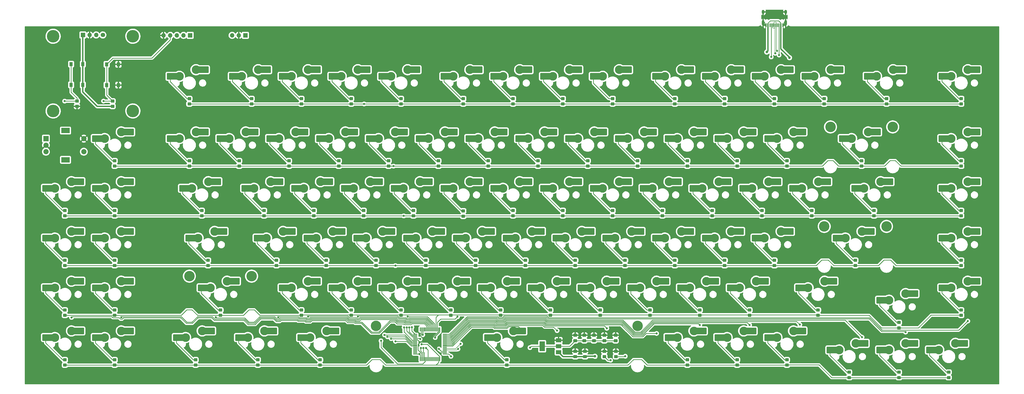
<source format=gbl>
G04 #@! TF.GenerationSoftware,KiCad,Pcbnew,(6.0.11)*
G04 #@! TF.CreationDate,2023-03-01T19:49:01+07:00*
G04 #@! TF.ProjectId,QCK,51434b2e-6b69-4636-9164-5f7063625858,rev?*
G04 #@! TF.SameCoordinates,Original*
G04 #@! TF.FileFunction,Copper,L2,Bot*
G04 #@! TF.FilePolarity,Positive*
%FSLAX46Y46*%
G04 Gerber Fmt 4.6, Leading zero omitted, Abs format (unit mm)*
G04 Created by KiCad (PCBNEW (6.0.11)) date 2023-03-01 19:49:01*
%MOMM*%
%LPD*%
G01*
G04 APERTURE LIST*
G04 Aperture macros list*
%AMRoundRect*
0 Rectangle with rounded corners*
0 $1 Rounding radius*
0 $2 $3 $4 $5 $6 $7 $8 $9 X,Y pos of 4 corners*
0 Add a 4 corners polygon primitive as box body*
4,1,4,$2,$3,$4,$5,$6,$7,$8,$9,$2,$3,0*
0 Add four circle primitives for the rounded corners*
1,1,$1+$1,$2,$3*
1,1,$1+$1,$4,$5*
1,1,$1+$1,$6,$7*
1,1,$1+$1,$8,$9*
0 Add four rect primitives between the rounded corners*
20,1,$1+$1,$2,$3,$4,$5,0*
20,1,$1+$1,$4,$5,$6,$7,0*
20,1,$1+$1,$6,$7,$8,$9,0*
20,1,$1+$1,$8,$9,$2,$3,0*%
G04 Aperture macros list end*
G04 #@! TA.AperFunction,ComponentPad*
%ADD10R,1.700000X1.700000*%
G04 #@! TD*
G04 #@! TA.AperFunction,ComponentPad*
%ADD11O,1.700000X1.700000*%
G04 #@! TD*
G04 #@! TA.AperFunction,ComponentPad*
%ADD12C,1.700000*%
G04 #@! TD*
G04 #@! TA.AperFunction,ComponentPad*
%ADD13C,4.800000*%
G04 #@! TD*
G04 #@! TA.AperFunction,ComponentPad*
%ADD14R,2.000000X2.000000*%
G04 #@! TD*
G04 #@! TA.AperFunction,ComponentPad*
%ADD15C,2.000000*%
G04 #@! TD*
G04 #@! TA.AperFunction,ComponentPad*
%ADD16R,3.200000X2.000000*%
G04 #@! TD*
G04 #@! TA.AperFunction,SMDPad,CuDef*
%ADD17RoundRect,0.250000X0.450000X-0.325000X0.450000X0.325000X-0.450000X0.325000X-0.450000X-0.325000X0*%
G04 #@! TD*
G04 #@! TA.AperFunction,SMDPad,CuDef*
%ADD18RoundRect,0.250000X1.025000X1.000000X-1.025000X1.000000X-1.025000X-1.000000X1.025000X-1.000000X0*%
G04 #@! TD*
G04 #@! TA.AperFunction,SMDPad,CuDef*
%ADD19R,1.650000X2.500000*%
G04 #@! TD*
G04 #@! TA.AperFunction,ComponentPad*
%ADD20C,3.300000*%
G04 #@! TD*
G04 #@! TA.AperFunction,SMDPad,CuDef*
%ADD21R,1.300000X1.550000*%
G04 #@! TD*
G04 #@! TA.AperFunction,ComponentPad*
%ADD22C,4.000000*%
G04 #@! TD*
G04 #@! TA.AperFunction,SMDPad,CuDef*
%ADD23R,2.000000X1.500000*%
G04 #@! TD*
G04 #@! TA.AperFunction,SMDPad,CuDef*
%ADD24R,2.000000X3.800000*%
G04 #@! TD*
G04 #@! TA.AperFunction,SMDPad,CuDef*
%ADD25RoundRect,0.075000X-0.700000X-0.075000X0.700000X-0.075000X0.700000X0.075000X-0.700000X0.075000X0*%
G04 #@! TD*
G04 #@! TA.AperFunction,SMDPad,CuDef*
%ADD26RoundRect,0.075000X-0.075000X-0.700000X0.075000X-0.700000X0.075000X0.700000X-0.075000X0.700000X0*%
G04 #@! TD*
G04 #@! TA.AperFunction,SMDPad,CuDef*
%ADD27RoundRect,0.250000X-0.450000X0.350000X-0.450000X-0.350000X0.450000X-0.350000X0.450000X0.350000X0*%
G04 #@! TD*
G04 #@! TA.AperFunction,SMDPad,CuDef*
%ADD28RoundRect,0.250000X0.475000X-0.337500X0.475000X0.337500X-0.475000X0.337500X-0.475000X-0.337500X0*%
G04 #@! TD*
G04 #@! TA.AperFunction,SMDPad,CuDef*
%ADD29R,0.600000X1.450000*%
G04 #@! TD*
G04 #@! TA.AperFunction,SMDPad,CuDef*
%ADD30R,0.300000X1.450000*%
G04 #@! TD*
G04 #@! TA.AperFunction,ComponentPad*
%ADD31O,1.000000X2.100000*%
G04 #@! TD*
G04 #@! TA.AperFunction,ComponentPad*
%ADD32O,1.000000X1.600000*%
G04 #@! TD*
G04 #@! TA.AperFunction,ViaPad*
%ADD33C,0.800000*%
G04 #@! TD*
G04 #@! TA.AperFunction,ViaPad*
%ADD34C,1.000000*%
G04 #@! TD*
G04 #@! TA.AperFunction,Conductor*
%ADD35C,0.250000*%
G04 #@! TD*
G04 #@! TA.AperFunction,Conductor*
%ADD36C,0.500000*%
G04 #@! TD*
G04 #@! TA.AperFunction,Conductor*
%ADD37C,0.200000*%
G04 #@! TD*
G04 APERTURE END LIST*
D10*
X22778125Y-3833743D03*
D11*
X25318125Y-3833743D03*
X27858125Y-3833743D03*
D12*
X30398125Y-3833743D03*
D13*
X11388125Y-4333743D03*
X41888125Y-4333743D03*
X11388125Y-32933743D03*
X41888125Y-32933743D03*
D10*
X63810000Y-3966243D03*
D11*
X61270000Y-3966243D03*
X58730000Y-3966243D03*
X56190000Y-3966243D03*
X53650000Y-3966243D03*
D10*
X84928750Y-3966243D03*
D11*
X82388750Y-3966243D03*
X79848750Y-3966243D03*
D14*
X8622500Y-43534993D03*
D15*
X8622500Y-48534993D03*
X8622500Y-46034993D03*
D16*
X16122500Y-40434993D03*
X16122500Y-51634993D03*
D15*
X23122500Y-48534993D03*
X23122500Y-43534993D03*
D17*
X334960000Y-135022493D03*
X334960000Y-132972493D03*
X168272500Y-73253743D03*
X168272500Y-71203743D03*
D18*
X265687500Y-43494993D03*
D19*
X267412500Y-43494993D03*
D20*
X269237500Y-43494993D03*
D19*
X277387500Y-40954993D03*
D18*
X279137500Y-40954993D03*
D20*
X275587500Y-40954993D03*
D17*
X358772500Y-111209993D03*
X358772500Y-109159993D03*
D19*
X300750000Y-19682493D03*
D20*
X302575000Y-19682493D03*
D18*
X299025000Y-19682493D03*
D20*
X308925000Y-17142493D03*
D18*
X312475000Y-17142493D03*
D19*
X310725000Y-17142493D03*
D17*
X89691250Y-130259993D03*
X89691250Y-128209993D03*
D20*
X250187500Y-43494993D03*
D19*
X248362500Y-43494993D03*
D18*
X246637500Y-43494993D03*
D19*
X258337500Y-40954993D03*
D18*
X260087500Y-40954993D03*
D20*
X256537500Y-40954993D03*
D17*
X106360000Y-111209993D03*
X106360000Y-109159993D03*
D18*
X94237500Y-43494993D03*
D19*
X95962500Y-43494993D03*
D20*
X97787500Y-43494993D03*
D18*
X107687500Y-40954993D03*
D20*
X104137500Y-40954993D03*
D19*
X105937500Y-40954993D03*
D20*
X102550000Y-100644993D03*
D18*
X99000000Y-100644993D03*
D19*
X100725000Y-100644993D03*
X110700000Y-98104993D03*
D18*
X112450000Y-98104993D03*
D20*
X108900000Y-98104993D03*
D17*
X325435000Y-73109993D03*
X325435000Y-71059993D03*
D21*
X31864375Y-15067493D03*
X31864375Y-23017493D03*
X36364375Y-15067493D03*
X36364375Y-23017493D03*
D18*
X246637500Y-119694993D03*
D20*
X250187500Y-119694993D03*
D19*
X248362500Y-119694993D03*
D18*
X260087500Y-117154993D03*
D20*
X256537500Y-117154993D03*
D19*
X258337500Y-117154993D03*
D18*
X58518750Y-119694993D03*
D20*
X62068750Y-119694993D03*
D19*
X60243750Y-119694993D03*
D18*
X71968750Y-117154993D03*
D19*
X70218750Y-117154993D03*
D20*
X68418750Y-117154993D03*
D19*
X134062500Y-43494993D03*
D20*
X135887500Y-43494993D03*
D18*
X132337500Y-43494993D03*
D20*
X142237500Y-40954993D03*
D19*
X144037500Y-40954993D03*
D18*
X145787500Y-40954993D03*
D17*
X334960000Y-115972493D03*
X334960000Y-113922493D03*
X15872500Y-111209993D03*
X15872500Y-109159993D03*
X287335000Y-92159993D03*
X287335000Y-90109993D03*
D20*
X164462500Y-62544993D03*
D19*
X162637500Y-62544993D03*
D18*
X160912500Y-62544993D03*
D20*
X170812500Y-60004993D03*
D18*
X174362500Y-60004993D03*
D19*
X172612500Y-60004993D03*
D17*
X187322500Y-73109993D03*
X187322500Y-71059993D03*
D18*
X313312500Y-43494993D03*
D20*
X316862500Y-43494993D03*
D19*
X315037500Y-43494993D03*
D20*
X323212500Y-40954993D03*
D18*
X326762500Y-40954993D03*
D19*
X325012500Y-40954993D03*
X10237500Y-81594993D03*
D20*
X12062500Y-81594993D03*
D18*
X8512500Y-81594993D03*
D19*
X20212500Y-79054993D03*
D18*
X21962500Y-79054993D03*
D20*
X18412500Y-79054993D03*
X31112500Y-43494993D03*
D18*
X27562500Y-43494993D03*
D19*
X29287500Y-43494993D03*
X39262500Y-40954993D03*
D18*
X41012500Y-40954993D03*
D20*
X37462500Y-40954993D03*
X66831250Y-81594993D03*
D19*
X65006250Y-81594993D03*
D18*
X63281250Y-81594993D03*
D19*
X74981250Y-79054993D03*
D20*
X73181250Y-79054993D03*
D18*
X76731250Y-79054993D03*
D17*
X244472500Y-73109993D03*
X244472500Y-71059993D03*
X220660000Y-111209993D03*
X220660000Y-109159993D03*
D20*
X354962500Y-81594993D03*
D18*
X351412500Y-81594993D03*
D19*
X353137500Y-81594993D03*
D20*
X361312500Y-79054993D03*
D18*
X364862500Y-79054993D03*
D19*
X363112500Y-79054993D03*
D17*
X34922500Y-73109993D03*
X34922500Y-71059993D03*
X318291250Y-92159993D03*
X318291250Y-90109993D03*
D22*
X134935000Y-115249993D03*
X234947500Y-115249993D03*
D17*
X211135000Y-92159993D03*
X211135000Y-90109993D03*
X173035000Y-92159993D03*
X173035000Y-90109993D03*
D19*
X267412500Y-119694993D03*
D18*
X265687500Y-119694993D03*
D20*
X269237500Y-119694993D03*
X275587500Y-117154993D03*
D19*
X277387500Y-117154993D03*
D18*
X279137500Y-117154993D03*
D17*
X92072500Y-73109993D03*
X92072500Y-71059993D03*
D20*
X83500000Y-19682493D03*
D18*
X79950000Y-19682493D03*
D19*
X81675000Y-19682493D03*
X91650000Y-17142493D03*
D18*
X93400000Y-17142493D03*
D20*
X89850000Y-17142493D03*
D19*
X281700000Y-19682493D03*
D20*
X283525000Y-19682493D03*
D18*
X279975000Y-19682493D03*
D19*
X291675000Y-17142493D03*
D20*
X289875000Y-17142493D03*
D18*
X293425000Y-17142493D03*
X82331250Y-119694993D03*
D20*
X85881250Y-119694993D03*
D19*
X84056250Y-119694993D03*
D20*
X92231250Y-117154993D03*
D18*
X95781250Y-117154993D03*
D19*
X94031250Y-117154993D03*
D17*
X277810000Y-111209993D03*
X277810000Y-109159993D03*
D19*
X329325000Y-105407493D03*
D20*
X331150000Y-105407493D03*
D18*
X327600000Y-105407493D03*
D20*
X337500000Y-102867493D03*
D18*
X341050000Y-102867493D03*
D19*
X339300000Y-102867493D03*
D17*
X63497500Y-30247493D03*
X63497500Y-28197493D03*
D19*
X157875000Y-100644993D03*
D18*
X156150000Y-100644993D03*
D20*
X159700000Y-100644993D03*
D19*
X167850000Y-98104993D03*
D20*
X166050000Y-98104993D03*
D18*
X169600000Y-98104993D03*
D20*
X31112500Y-119694993D03*
D18*
X27562500Y-119694993D03*
D19*
X29287500Y-119694993D03*
D18*
X41012500Y-117154993D03*
D19*
X39262500Y-117154993D03*
D20*
X37462500Y-117154993D03*
D17*
X253997500Y-54059993D03*
X253997500Y-52009993D03*
D19*
X181687500Y-62544993D03*
D18*
X179962500Y-62544993D03*
D20*
X183512500Y-62544993D03*
X189862500Y-60004993D03*
D18*
X193412500Y-60004993D03*
D19*
X191662500Y-60004993D03*
D17*
X253997500Y-130259993D03*
X253997500Y-128209993D03*
X187322500Y-30247493D03*
X187322500Y-28197493D03*
X358772500Y-30247493D03*
X358772500Y-28197493D03*
D19*
X262650000Y-81594993D03*
D20*
X264475000Y-81594993D03*
D18*
X260925000Y-81594993D03*
D20*
X270825000Y-79054993D03*
D18*
X274375000Y-79054993D03*
D19*
X272625000Y-79054993D03*
D17*
X306385000Y-30247493D03*
X306385000Y-28197493D03*
X75403750Y-111209993D03*
X75403750Y-109159993D03*
X206372500Y-73109993D03*
X206372500Y-71059993D03*
D20*
X150175000Y-81594993D03*
D19*
X148350000Y-81594993D03*
D18*
X146625000Y-81594993D03*
D20*
X156525000Y-79054993D03*
D19*
X158325000Y-79054993D03*
D18*
X160075000Y-79054993D03*
D23*
X204760000Y-120728743D03*
D24*
X198460000Y-123028743D03*
D23*
X204760000Y-123028743D03*
X204760000Y-125328743D03*
D19*
X205500000Y-81594993D03*
D20*
X207325000Y-81594993D03*
D18*
X203775000Y-81594993D03*
D20*
X213675000Y-79054993D03*
D18*
X217225000Y-79054993D03*
D19*
X215475000Y-79054993D03*
D20*
X226375000Y-81594993D03*
D18*
X222825000Y-81594993D03*
D19*
X224550000Y-81594993D03*
D20*
X232725000Y-79054993D03*
D19*
X234525000Y-79054993D03*
D18*
X236275000Y-79054993D03*
X8512500Y-119694993D03*
D19*
X10237500Y-119694993D03*
D20*
X12062500Y-119694993D03*
D18*
X21962500Y-117154993D03*
D20*
X18412500Y-117154993D03*
D19*
X20212500Y-117154993D03*
D17*
X115885000Y-92159993D03*
X115885000Y-90109993D03*
D18*
X27562500Y-62544993D03*
D19*
X29287500Y-62544993D03*
D20*
X31112500Y-62544993D03*
X37462500Y-60004993D03*
D18*
X41012500Y-60004993D03*
D19*
X39262500Y-60004993D03*
D18*
X179962500Y-19682493D03*
D20*
X183512500Y-19682493D03*
D19*
X181687500Y-19682493D03*
X191662500Y-17142493D03*
D18*
X193412500Y-17142493D03*
D20*
X189862500Y-17142493D03*
X245425000Y-81594993D03*
D19*
X243600000Y-81594993D03*
D18*
X241875000Y-81594993D03*
D20*
X251775000Y-79054993D03*
D18*
X255325000Y-79054993D03*
D19*
X253575000Y-79054993D03*
X298368750Y-100644993D03*
D20*
X300193750Y-100644993D03*
D18*
X296643750Y-100644993D03*
D19*
X308343750Y-98104993D03*
D20*
X306543750Y-98104993D03*
D18*
X310093750Y-98104993D03*
D25*
X149897500Y-125984993D03*
X149897500Y-125484993D03*
X149897500Y-124984993D03*
X149897500Y-124484993D03*
X149897500Y-123984993D03*
X149897500Y-123484993D03*
X149897500Y-122984993D03*
X149897500Y-122484993D03*
X149897500Y-121984993D03*
X149897500Y-121484993D03*
X149897500Y-120984993D03*
X149897500Y-120484993D03*
X149897500Y-119984993D03*
X149897500Y-119484993D03*
X149897500Y-118984993D03*
X149897500Y-118484993D03*
D26*
X151822500Y-116559993D03*
X152322500Y-116559993D03*
X152822500Y-116559993D03*
X153322500Y-116559993D03*
X153822500Y-116559993D03*
X154322500Y-116559993D03*
X154822500Y-116559993D03*
X155322500Y-116559993D03*
X155822500Y-116559993D03*
X156322500Y-116559993D03*
X156822500Y-116559993D03*
X157322500Y-116559993D03*
X157822500Y-116559993D03*
X158322500Y-116559993D03*
X158822500Y-116559993D03*
X159322500Y-116559993D03*
D25*
X161247500Y-118484993D03*
X161247500Y-118984993D03*
X161247500Y-119484993D03*
X161247500Y-119984993D03*
X161247500Y-120484993D03*
X161247500Y-120984993D03*
X161247500Y-121484993D03*
X161247500Y-121984993D03*
X161247500Y-122484993D03*
X161247500Y-122984993D03*
X161247500Y-123484993D03*
X161247500Y-123984993D03*
X161247500Y-124484993D03*
X161247500Y-124984993D03*
X161247500Y-125484993D03*
X161247500Y-125984993D03*
D26*
X159322500Y-127909993D03*
X158822500Y-127909993D03*
X158322500Y-127909993D03*
X157822500Y-127909993D03*
X157322500Y-127909993D03*
X156822500Y-127909993D03*
X156322500Y-127909993D03*
X155822500Y-127909993D03*
X155322500Y-127909993D03*
X154822500Y-127909993D03*
X154322500Y-127909993D03*
X153822500Y-127909993D03*
X153322500Y-127909993D03*
X152822500Y-127909993D03*
X152322500Y-127909993D03*
X151822500Y-127909993D03*
D17*
X70641250Y-92159993D03*
X70641250Y-90109993D03*
X34922500Y-130259993D03*
X34922500Y-128209993D03*
X125410000Y-111209993D03*
X125410000Y-109159993D03*
D27*
X222247500Y-124997493D03*
X222247500Y-126997493D03*
D17*
X196847500Y-54059993D03*
X196847500Y-52009993D03*
D18*
X56137500Y-43494993D03*
D20*
X59687500Y-43494993D03*
D19*
X57862500Y-43494993D03*
X67837500Y-40954993D03*
D20*
X66037500Y-40954993D03*
D18*
X69587500Y-40954993D03*
D20*
X354962500Y-19682493D03*
D19*
X353137500Y-19682493D03*
D18*
X351412500Y-19682493D03*
D19*
X363112500Y-17142493D03*
D20*
X361312500Y-17142493D03*
D18*
X364862500Y-17142493D03*
D20*
X164462500Y-19682493D03*
D19*
X162637500Y-19682493D03*
D18*
X160912500Y-19682493D03*
X174362500Y-17142493D03*
D19*
X172612500Y-17142493D03*
D20*
X170812500Y-17142493D03*
X326387500Y-19682493D03*
D18*
X322837500Y-19682493D03*
D19*
X324562500Y-19682493D03*
X334537500Y-17142493D03*
D20*
X332737500Y-17142493D03*
D18*
X336287500Y-17142493D03*
D19*
X91200000Y-81594993D03*
D20*
X93025000Y-81594993D03*
D18*
X89475000Y-81594993D03*
D20*
X99375000Y-79054993D03*
D19*
X101175000Y-79054993D03*
D18*
X102925000Y-79054993D03*
D17*
X106360000Y-30247493D03*
X106360000Y-28197493D03*
D19*
X257887500Y-62544993D03*
D18*
X256162500Y-62544993D03*
D20*
X259712500Y-62544993D03*
D19*
X267862500Y-60004993D03*
D20*
X266062500Y-60004993D03*
D18*
X269612500Y-60004993D03*
D19*
X200737500Y-19682493D03*
D18*
X199012500Y-19682493D03*
D20*
X202562500Y-19682493D03*
D18*
X212462500Y-17142493D03*
D20*
X208912500Y-17142493D03*
D19*
X210712500Y-17142493D03*
D17*
X268285000Y-30247493D03*
X268285000Y-28197493D03*
X149222500Y-73109993D03*
X149222500Y-71059993D03*
D19*
X219787500Y-62544993D03*
D18*
X218062500Y-62544993D03*
D20*
X221612500Y-62544993D03*
D18*
X231512500Y-60004993D03*
D20*
X227962500Y-60004993D03*
D19*
X229762500Y-60004993D03*
D17*
X358772500Y-92159993D03*
X358772500Y-90109993D03*
D18*
X310931250Y-81594993D03*
D20*
X314481250Y-81594993D03*
D19*
X312656250Y-81594993D03*
D18*
X324381250Y-79054993D03*
D20*
X320831250Y-79054993D03*
D19*
X322631250Y-79054993D03*
D17*
X249235000Y-92159993D03*
X249235000Y-90109993D03*
X263522500Y-73109993D03*
X263522500Y-71059993D03*
D28*
X222247500Y-120891243D03*
X222247500Y-118816243D03*
D20*
X354962500Y-43494993D03*
D18*
X351412500Y-43494993D03*
D19*
X353137500Y-43494993D03*
X363112500Y-40954993D03*
D18*
X364862500Y-40954993D03*
D20*
X361312500Y-40954993D03*
D22*
X330197500Y-77149993D03*
X306385000Y-77149993D03*
D27*
X226672500Y-124997493D03*
X226672500Y-126997493D03*
D17*
X273047500Y-130259993D03*
X273047500Y-128209993D03*
X292097500Y-130259993D03*
X292097500Y-128209993D03*
D18*
X308550000Y-124457493D03*
D20*
X312100000Y-124457493D03*
D19*
X310275000Y-124457493D03*
X320250000Y-121917493D03*
D20*
X318450000Y-121917493D03*
D18*
X322000000Y-121917493D03*
D20*
X288287500Y-119694993D03*
D18*
X284737500Y-119694993D03*
D19*
X286462500Y-119694993D03*
D18*
X298187500Y-117154993D03*
D20*
X294637500Y-117154993D03*
D19*
X296437500Y-117154993D03*
X105487500Y-62544993D03*
D20*
X107312500Y-62544993D03*
D18*
X103762500Y-62544993D03*
D19*
X115462500Y-60004993D03*
D18*
X117212500Y-60004993D03*
D20*
X113662500Y-60004993D03*
X221612500Y-19682493D03*
D18*
X218062500Y-19682493D03*
D19*
X219787500Y-19682493D03*
X229762500Y-17142493D03*
D20*
X227962500Y-17142493D03*
D18*
X231512500Y-17142493D03*
D20*
X88262500Y-62544993D03*
D19*
X86437500Y-62544993D03*
D18*
X84712500Y-62544993D03*
D19*
X96412500Y-60004993D03*
D18*
X98162500Y-60004993D03*
D20*
X94612500Y-60004993D03*
D17*
X358772500Y-54059993D03*
X358772500Y-52009993D03*
X130172500Y-73109993D03*
X130172500Y-71059993D03*
D18*
X60900000Y-62544993D03*
D20*
X64450000Y-62544993D03*
D19*
X62625000Y-62544993D03*
X72600000Y-60004993D03*
D20*
X70800000Y-60004993D03*
D18*
X74350000Y-60004993D03*
D17*
X113503750Y-130259993D03*
X113503750Y-128209993D03*
D20*
X181131250Y-119694993D03*
D19*
X179306250Y-119694993D03*
D18*
X177581250Y-119694993D03*
D20*
X187481250Y-117154993D03*
D19*
X189281250Y-117154993D03*
D18*
X191031250Y-117154993D03*
D17*
X144460000Y-111209993D03*
X144460000Y-109159993D03*
X282572500Y-73109993D03*
X282572500Y-71059993D03*
D20*
X188275000Y-81594993D03*
D18*
X184725000Y-81594993D03*
D19*
X186450000Y-81594993D03*
D20*
X194625000Y-79054993D03*
D18*
X198175000Y-79054993D03*
D19*
X196425000Y-79054993D03*
D17*
X34922500Y-54059993D03*
X34922500Y-52009993D03*
D28*
X214860000Y-127034993D03*
X214860000Y-124959993D03*
D17*
X320672500Y-54059993D03*
X320672500Y-52009993D03*
X120647500Y-54059993D03*
X120647500Y-52009993D03*
X268285000Y-92159993D03*
X268285000Y-90109993D03*
D18*
X175200000Y-100644993D03*
D20*
X178750000Y-100644993D03*
D19*
X176925000Y-100644993D03*
D18*
X188650000Y-98104993D03*
D19*
X186900000Y-98104993D03*
D20*
X185100000Y-98104993D03*
D17*
X111122500Y-73109993D03*
X111122500Y-71059993D03*
D28*
X218278750Y-120891243D03*
X218278750Y-118816243D03*
D20*
X235900000Y-100644993D03*
D18*
X232350000Y-100644993D03*
D19*
X234075000Y-100644993D03*
X244050000Y-98104993D03*
D20*
X242250000Y-98104993D03*
D18*
X245800000Y-98104993D03*
D20*
X116837500Y-43494993D03*
D18*
X113287500Y-43494993D03*
D19*
X115012500Y-43494993D03*
X124987500Y-40954993D03*
D18*
X126737500Y-40954993D03*
D20*
X123187500Y-40954993D03*
D17*
X65878750Y-130259993D03*
X65878750Y-128209993D03*
X125410000Y-30247493D03*
X125410000Y-28197493D03*
D19*
X138825000Y-100644993D03*
D20*
X140650000Y-100644993D03*
D18*
X137100000Y-100644993D03*
D20*
X147000000Y-98104993D03*
D19*
X148800000Y-98104993D03*
D18*
X150550000Y-98104993D03*
D17*
X163510000Y-111209993D03*
X163510000Y-109159993D03*
X63497500Y-54059993D03*
X63497500Y-52009993D03*
X239710000Y-111209993D03*
X239710000Y-109159993D03*
D22*
X332578750Y-39049993D03*
X308766250Y-39049993D03*
D17*
X225422500Y-30247493D03*
X225422500Y-28197493D03*
D19*
X295987500Y-62544993D03*
D20*
X297812500Y-62544993D03*
D18*
X294262500Y-62544993D03*
X307712500Y-60004993D03*
D20*
X304162500Y-60004993D03*
D19*
X305962500Y-60004993D03*
D17*
X287335000Y-30247493D03*
X287335000Y-28197493D03*
X158747500Y-54059993D03*
X158747500Y-52009993D03*
X206372500Y-30247493D03*
X206372500Y-28197493D03*
X82547500Y-54059993D03*
X82547500Y-52009993D03*
X34922500Y-111209993D03*
X34922500Y-109159993D03*
X225422500Y-73109993D03*
X225422500Y-71059993D03*
X34922500Y-92159993D03*
X34922500Y-90109993D03*
D20*
X254950000Y-100644993D03*
D18*
X251400000Y-100644993D03*
D19*
X253125000Y-100644993D03*
X263100000Y-98104993D03*
D18*
X264850000Y-98104993D03*
D20*
X261300000Y-98104993D03*
D19*
X319800000Y-62544993D03*
D20*
X321625000Y-62544993D03*
D18*
X318075000Y-62544993D03*
X331525000Y-60004993D03*
D19*
X329775000Y-60004993D03*
D20*
X327975000Y-60004993D03*
D17*
X304003750Y-111209993D03*
X304003750Y-109159993D03*
D18*
X275212500Y-62544993D03*
D20*
X278762500Y-62544993D03*
D19*
X276937500Y-62544993D03*
D20*
X285112500Y-60004993D03*
D19*
X286912500Y-60004993D03*
D18*
X288662500Y-60004993D03*
D20*
X126362500Y-62544993D03*
D19*
X124537500Y-62544993D03*
D18*
X122812500Y-62544993D03*
X136262500Y-60004993D03*
D20*
X132712500Y-60004993D03*
D19*
X134512500Y-60004993D03*
D27*
X34134375Y-29142493D03*
X34134375Y-31142493D03*
D20*
X212087500Y-43494993D03*
D18*
X208537500Y-43494993D03*
D19*
X210262500Y-43494993D03*
X220237500Y-40954993D03*
D18*
X221987500Y-40954993D03*
D20*
X218437500Y-40954993D03*
D17*
X182560000Y-111209993D03*
X182560000Y-109159993D03*
D19*
X10237500Y-100644993D03*
D20*
X12062500Y-100644993D03*
D18*
X8512500Y-100644993D03*
D20*
X18412500Y-98104993D03*
D19*
X20212500Y-98104993D03*
D18*
X21962500Y-98104993D03*
D19*
X129300000Y-81594993D03*
D20*
X131125000Y-81594993D03*
D18*
X127575000Y-81594993D03*
D20*
X137475000Y-79054993D03*
D19*
X139275000Y-79054993D03*
D18*
X141025000Y-79054993D03*
X351412500Y-100644993D03*
D20*
X354962500Y-100644993D03*
D19*
X353137500Y-100644993D03*
D18*
X364862500Y-98104993D03*
D20*
X361312500Y-98104993D03*
D19*
X363112500Y-98104993D03*
D17*
X201610000Y-111209993D03*
X201610000Y-109159993D03*
X153985000Y-92159993D03*
X153985000Y-90109993D03*
D18*
X227587500Y-43494993D03*
D19*
X229312500Y-43494993D03*
D20*
X231137500Y-43494993D03*
D19*
X239287500Y-40954993D03*
D20*
X237487500Y-40954993D03*
D18*
X241037500Y-40954993D03*
D20*
X288287500Y-43494993D03*
D19*
X286462500Y-43494993D03*
D18*
X284737500Y-43494993D03*
D20*
X294637500Y-40954993D03*
D19*
X296437500Y-40954993D03*
D18*
X298187500Y-40954993D03*
D28*
X226553750Y-120891243D03*
X226553750Y-118816243D03*
D18*
X270450000Y-100644993D03*
D19*
X272175000Y-100644993D03*
D20*
X274000000Y-100644993D03*
D19*
X282150000Y-98104993D03*
D20*
X280350000Y-98104993D03*
D18*
X283900000Y-98104993D03*
D29*
X284085000Y-73743D03*
X284885000Y-73743D03*
D30*
X286085000Y-73743D03*
X287085000Y-73743D03*
X287585000Y-73743D03*
X288585000Y-73743D03*
D29*
X289785000Y-73743D03*
X290585000Y-73743D03*
X290585000Y-73743D03*
X289785000Y-73743D03*
D30*
X289085000Y-73743D03*
X288085000Y-73743D03*
X286585000Y-73743D03*
X285585000Y-73743D03*
D29*
X284885000Y-73743D03*
X284085000Y-73743D03*
D31*
X283015000Y841257D03*
D32*
X283015000Y5021257D03*
D31*
X291655000Y841257D03*
D32*
X291655000Y5021257D03*
D19*
X57862500Y-19682493D03*
D18*
X56137500Y-19682493D03*
D20*
X59687500Y-19682493D03*
X66037500Y-17142493D03*
D19*
X67837500Y-17142493D03*
D18*
X69587500Y-17142493D03*
D27*
X20484375Y-29159993D03*
X20484375Y-31159993D03*
D19*
X243600000Y-19682493D03*
D18*
X241875000Y-19682493D03*
D20*
X245425000Y-19682493D03*
D18*
X255325000Y-17142493D03*
D20*
X251775000Y-17142493D03*
D19*
X253575000Y-17142493D03*
D28*
X211135000Y-127034993D03*
X211135000Y-124959993D03*
D17*
X139697500Y-54059993D03*
X139697500Y-52009993D03*
D22*
X63497500Y-96199993D03*
X87310000Y-96199993D03*
D17*
X315910000Y-135022493D03*
X315910000Y-132972493D03*
D20*
X202562500Y-62544993D03*
D19*
X200737500Y-62544993D03*
D18*
X199012500Y-62544993D03*
D19*
X210712500Y-60004993D03*
D20*
X208912500Y-60004993D03*
D18*
X212462500Y-60004993D03*
X118050000Y-100644993D03*
D20*
X121600000Y-100644993D03*
D19*
X119775000Y-100644993D03*
D20*
X127950000Y-98104993D03*
D18*
X131500000Y-98104993D03*
D19*
X129750000Y-98104993D03*
D18*
X137100000Y-19682493D03*
D19*
X138825000Y-19682493D03*
D20*
X140650000Y-19682493D03*
D19*
X148800000Y-17142493D03*
D20*
X147000000Y-17142493D03*
D18*
X150550000Y-17142493D03*
D17*
X258760000Y-111209993D03*
X258760000Y-109159993D03*
D21*
X18254375Y-14997493D03*
X18254375Y-22947493D03*
X22754375Y-22947493D03*
X22754375Y-14997493D03*
D17*
X273047500Y-54059993D03*
X273047500Y-52009993D03*
D28*
X211135000Y-120891243D03*
X211135000Y-118816243D03*
D19*
X167400000Y-81594993D03*
D20*
X169225000Y-81594993D03*
D18*
X165675000Y-81594993D03*
D19*
X177375000Y-79054993D03*
D20*
X175575000Y-79054993D03*
D18*
X179125000Y-79054993D03*
D20*
X331150000Y-124457493D03*
D18*
X327600000Y-124457493D03*
D19*
X329325000Y-124457493D03*
X339300000Y-121917493D03*
D18*
X341050000Y-121917493D03*
D20*
X337500000Y-121917493D03*
D18*
X106143750Y-119694993D03*
D20*
X109693750Y-119694993D03*
D19*
X107868750Y-119694993D03*
D18*
X119593750Y-117154993D03*
D20*
X116043750Y-117154993D03*
D19*
X117843750Y-117154993D03*
D17*
X215897500Y-54059993D03*
X215897500Y-52009993D03*
X184941250Y-130259993D03*
X184941250Y-128209993D03*
X354010000Y-135022493D03*
X354010000Y-132972493D03*
X301622500Y-73109993D03*
X301622500Y-71059993D03*
D18*
X346650000Y-124457493D03*
D19*
X348375000Y-124457493D03*
D20*
X350200000Y-124457493D03*
D19*
X358350000Y-121917493D03*
D18*
X360100000Y-121917493D03*
D20*
X356550000Y-121917493D03*
X71593750Y-100644993D03*
D18*
X68043750Y-100644993D03*
D19*
X69768750Y-100644993D03*
X79743750Y-98104993D03*
D20*
X77943750Y-98104993D03*
D18*
X81493750Y-98104993D03*
D17*
X292097500Y-54059993D03*
X292097500Y-52009993D03*
D19*
X119775000Y-19682493D03*
D18*
X118050000Y-19682493D03*
D20*
X121600000Y-19682493D03*
D19*
X129750000Y-17142493D03*
D20*
X127950000Y-17142493D03*
D18*
X131500000Y-17142493D03*
D17*
X96835000Y-92159993D03*
X96835000Y-90109993D03*
X101597500Y-54059993D03*
X101597500Y-52009993D03*
X177797500Y-54059993D03*
X177797500Y-52009993D03*
D19*
X29287500Y-81594993D03*
D18*
X27562500Y-81594993D03*
D20*
X31112500Y-81594993D03*
D19*
X39262500Y-79054993D03*
D20*
X37462500Y-79054993D03*
D18*
X41012500Y-79054993D03*
D17*
X68260000Y-73109993D03*
X68260000Y-71059993D03*
X249235000Y-30247493D03*
X249235000Y-28197493D03*
X230185000Y-92159993D03*
X230185000Y-90109993D03*
X358772500Y-73109993D03*
X358772500Y-71059993D03*
D20*
X173987500Y-43494993D03*
D19*
X172162500Y-43494993D03*
D18*
X170437500Y-43494993D03*
D19*
X182137500Y-40954993D03*
D18*
X183887500Y-40954993D03*
D20*
X180337500Y-40954993D03*
D19*
X262650000Y-19682493D03*
D18*
X260925000Y-19682493D03*
D20*
X264475000Y-19682493D03*
D18*
X274375000Y-17142493D03*
D20*
X270825000Y-17142493D03*
D19*
X272625000Y-17142493D03*
D17*
X134935000Y-92159993D03*
X134935000Y-90109993D03*
D20*
X112075000Y-81594993D03*
D18*
X108525000Y-81594993D03*
D19*
X110250000Y-81594993D03*
D20*
X118425000Y-79054993D03*
D19*
X120225000Y-79054993D03*
D18*
X121975000Y-79054993D03*
D19*
X76912500Y-43494993D03*
D18*
X75187500Y-43494993D03*
D20*
X78737500Y-43494993D03*
X85087500Y-40954993D03*
D19*
X86887500Y-40954993D03*
D18*
X88637500Y-40954993D03*
D19*
X195975000Y-100644993D03*
D20*
X197800000Y-100644993D03*
D18*
X194250000Y-100644993D03*
X207700000Y-98104993D03*
D19*
X205950000Y-98104993D03*
D20*
X204150000Y-98104993D03*
D17*
X15872500Y-73109993D03*
X15872500Y-71059993D03*
X168272500Y-30247493D03*
X168272500Y-28197493D03*
D19*
X100725000Y-19682493D03*
D20*
X102550000Y-19682493D03*
D18*
X99000000Y-19682493D03*
D20*
X108900000Y-17142493D03*
D18*
X112450000Y-17142493D03*
D19*
X110700000Y-17142493D03*
D28*
X214597500Y-120891243D03*
X214597500Y-118816243D03*
D19*
X215025000Y-100644993D03*
D20*
X216850000Y-100644993D03*
D18*
X213300000Y-100644993D03*
D19*
X225000000Y-98104993D03*
D20*
X223200000Y-98104993D03*
D18*
X226750000Y-98104993D03*
X151387500Y-43494993D03*
D19*
X153112500Y-43494993D03*
D20*
X154937500Y-43494993D03*
D18*
X164837500Y-40954993D03*
D20*
X161287500Y-40954993D03*
D19*
X163087500Y-40954993D03*
D20*
X145412500Y-62544993D03*
D19*
X143587500Y-62544993D03*
D18*
X141862500Y-62544993D03*
D19*
X153562500Y-60004993D03*
D18*
X155312500Y-60004993D03*
D20*
X151762500Y-60004993D03*
D17*
X15872500Y-130259993D03*
X15872500Y-128209993D03*
D19*
X10237500Y-62544993D03*
D18*
X8512500Y-62544993D03*
D20*
X12062500Y-62544993D03*
X18412500Y-60004993D03*
D18*
X21962500Y-60004993D03*
D19*
X20212500Y-60004993D03*
X281700000Y-81594993D03*
D18*
X279975000Y-81594993D03*
D20*
X283525000Y-81594993D03*
D19*
X291675000Y-79054993D03*
D20*
X289875000Y-79054993D03*
D18*
X293425000Y-79054993D03*
D19*
X29287500Y-100644993D03*
D20*
X31112500Y-100644993D03*
D18*
X27562500Y-100644993D03*
D19*
X39262500Y-98104993D03*
D20*
X37462500Y-98104993D03*
D18*
X41012500Y-98104993D03*
D20*
X354962500Y-62544993D03*
D19*
X353137500Y-62544993D03*
D18*
X351412500Y-62544993D03*
X364862500Y-60004993D03*
D20*
X361312500Y-60004993D03*
D19*
X363112500Y-60004993D03*
D20*
X240662500Y-62544993D03*
D19*
X238837500Y-62544993D03*
D18*
X237112500Y-62544993D03*
X250562500Y-60004993D03*
D20*
X247012500Y-60004993D03*
D19*
X248812500Y-60004993D03*
D17*
X234947500Y-54059993D03*
X234947500Y-52009993D03*
X144460000Y-30247493D03*
X144460000Y-28197493D03*
X330197500Y-30247493D03*
X330197500Y-28197493D03*
D19*
X191212500Y-43494993D03*
D18*
X189487500Y-43494993D03*
D20*
X193037500Y-43494993D03*
X199387500Y-40954993D03*
D19*
X201187500Y-40954993D03*
D18*
X202937500Y-40954993D03*
D17*
X192085000Y-92159993D03*
X192085000Y-90109993D03*
X87310000Y-30247493D03*
X87310000Y-28197493D03*
X15872500Y-92159993D03*
X15872500Y-90109993D03*
D33*
X141596875Y-54059993D03*
X146636993Y-115840681D03*
X73602812Y-111970930D03*
X97451750Y-111934493D03*
X108904375Y-111726993D03*
X127934375Y-111726993D03*
X147000000Y-111726993D03*
X166074375Y-111726993D03*
X204174375Y-117042493D03*
X223204375Y-116162493D03*
X242244375Y-118122493D03*
X258772188Y-114920306D03*
X277822187Y-114920305D03*
X297037187Y-114755305D03*
X337500000Y-117596993D03*
X361312500Y-113374368D03*
X37462500Y-111934493D03*
X320831250Y-119536243D03*
X18412500Y-111994368D03*
X286089875Y-12236993D03*
X230264375Y-126852493D03*
X289094375Y-11512493D03*
X224634375Y-128392993D03*
X30664375Y-29142493D03*
X142344375Y-121152493D03*
X15786875Y-29159993D03*
X136808570Y-120936688D03*
X151794375Y-120252493D03*
X193799375Y-123557493D03*
X157544829Y-119702947D03*
X152774375Y-118652493D03*
X151464375Y-125982493D03*
X163584375Y-126892493D03*
X130349375Y-30247493D03*
X145637572Y-115827947D03*
X145511875Y-73109993D03*
X147636060Y-115811191D03*
X142321875Y-92159993D03*
X148634375Y-115762493D03*
X138154375Y-118672493D03*
X140684375Y-120121493D03*
X139254375Y-119396993D03*
X287604375Y-10842493D03*
X167254375Y-122102493D03*
X166284375Y-124062493D03*
X288284500Y-9875900D03*
X158964375Y-124052493D03*
X152365680Y-122246993D03*
X153054375Y-123726993D03*
X152054872Y-123726993D03*
D34*
X284424375Y-10362493D03*
X293084375Y-12511993D03*
X218674375Y-126882493D03*
D33*
X154054777Y-123726993D03*
D35*
X141596875Y-54059993D02*
X292097500Y-54059993D01*
X305646117Y-54059993D02*
X307785018Y-51921092D01*
X333559982Y-51921092D02*
X335698883Y-54059993D01*
X292097500Y-54059993D02*
X305646117Y-54059993D01*
X309747482Y-51921092D02*
X311714375Y-53887985D01*
X307785018Y-51921092D02*
X309747482Y-51921092D01*
X335698883Y-54059993D02*
X358772500Y-54059993D01*
X146636993Y-115840681D02*
X146636993Y-117201567D01*
X311714375Y-53962493D02*
X311811875Y-54059993D01*
X311811875Y-54059993D02*
X320672500Y-54059993D01*
X320672500Y-54059993D02*
X329458617Y-54059993D01*
X148920419Y-119484993D02*
X149897500Y-119484993D01*
X331597518Y-51921092D02*
X333559982Y-51921092D01*
X34922500Y-54059993D02*
X141596875Y-54059993D01*
X329458617Y-54059993D02*
X331597518Y-51921092D01*
X311714375Y-53887985D02*
X311714375Y-53962493D01*
X146636993Y-117201567D02*
X148920419Y-119484993D01*
X56137500Y-21710262D02*
X62624731Y-28197493D01*
X56137500Y-19682493D02*
X56137500Y-21710262D01*
X62624731Y-28197493D02*
X63497500Y-28197493D01*
X86437231Y-28197493D02*
X87310000Y-28197493D01*
X79950000Y-19682493D02*
X79950000Y-21710262D01*
X79950000Y-21710262D02*
X86437231Y-28197493D01*
X105487931Y-112562493D02*
X105157931Y-112232493D01*
X108078174Y-112562493D02*
X105487931Y-112562493D01*
X153831667Y-113526993D02*
X148134493Y-113526993D01*
X128607472Y-113351993D02*
X127261278Y-113351993D01*
X123691535Y-112352493D02*
X109940576Y-112352493D01*
X142555139Y-112802493D02*
X129156972Y-112802493D01*
X97752055Y-112659493D02*
X97151445Y-112659493D01*
X73794375Y-112162493D02*
X73602812Y-111970930D01*
X146140507Y-113801993D02*
X145801007Y-113462493D01*
X109391076Y-112901993D02*
X108417674Y-112901993D01*
X155322500Y-116559993D02*
X155322500Y-115017826D01*
X84682367Y-112162493D02*
X73794375Y-112162493D01*
X129156972Y-112802493D02*
X128607472Y-113351993D01*
X143215139Y-113462493D02*
X142555139Y-112802493D01*
X147859493Y-113801993D02*
X146140507Y-113801993D01*
X145801007Y-113462493D02*
X143215139Y-113462493D01*
X109940576Y-112352493D02*
X109391076Y-112901993D01*
X96151945Y-111659993D02*
X90440133Y-111659993D01*
X97151445Y-112659493D02*
X96151945Y-111659993D01*
X88291232Y-113808894D02*
X86328768Y-113808894D01*
X98179055Y-112232493D02*
X97752055Y-112659493D01*
X126951778Y-113042493D02*
X124381535Y-113042493D01*
X105157931Y-112232493D02*
X98179055Y-112232493D01*
X155322500Y-115017826D02*
X153831667Y-113526993D01*
X90440133Y-111659993D02*
X88291232Y-113808894D01*
X108417674Y-112901993D02*
X108078174Y-112562493D01*
X127261278Y-113351993D02*
X126951778Y-113042493D01*
X124381535Y-113042493D02*
X123691535Y-112352493D01*
X86328768Y-113808894D02*
X84682367Y-112162493D01*
X148134493Y-113526993D02*
X147859493Y-113801993D01*
X105487231Y-28197493D02*
X106360000Y-28197493D01*
X99000000Y-19682493D02*
X99000000Y-21710262D01*
X99000000Y-21710262D02*
X105487231Y-28197493D01*
X154018063Y-113076993D02*
X155822500Y-114881430D01*
X145987403Y-113012493D02*
X146326903Y-113351993D01*
X124567931Y-112592493D02*
X127138174Y-112592493D01*
X123877931Y-111902493D02*
X124567931Y-112592493D01*
X108264570Y-112112493D02*
X108604070Y-112451993D01*
X143401535Y-113012493D02*
X145987403Y-113012493D01*
X108604070Y-112451993D02*
X109204680Y-112451993D01*
X127447674Y-112901993D02*
X128421076Y-112901993D01*
X128970576Y-112352493D02*
X142741535Y-112352493D01*
X127138174Y-112592493D02*
X127447674Y-112901993D01*
X97451750Y-111934493D02*
X97726250Y-111659993D01*
X105221827Y-111659993D02*
X105674327Y-112112493D01*
X109204680Y-112451993D02*
X109754180Y-111902493D01*
X105674327Y-112112493D02*
X108264570Y-112112493D01*
X147673097Y-113351993D02*
X147948097Y-113076993D01*
X109754180Y-111902493D02*
X123877931Y-111902493D01*
X97726250Y-111659993D02*
X105221827Y-111659993D01*
X142741535Y-112352493D02*
X143401535Y-113012493D01*
X146326903Y-113351993D02*
X147673097Y-113351993D01*
X147948097Y-113076993D02*
X154018063Y-113076993D01*
X155822500Y-114881430D02*
X155822500Y-116559993D01*
X128421076Y-112901993D02*
X128970576Y-112352493D01*
X118050000Y-21710262D02*
X124537231Y-28197493D01*
X118050000Y-19682493D02*
X118050000Y-21710262D01*
X124537231Y-28197493D02*
X125410000Y-28197493D01*
X128234680Y-112451993D02*
X128784180Y-111902493D01*
X156322500Y-114745034D02*
X156322500Y-116559993D01*
X146173799Y-112562493D02*
X146513299Y-112901993D01*
X128784180Y-111902493D02*
X142927931Y-111902493D01*
X143587931Y-112562493D02*
X146173799Y-112562493D01*
X154204459Y-112626993D02*
X156322500Y-114745034D01*
X109178875Y-111452493D02*
X124064327Y-111452493D01*
X108904375Y-111726993D02*
X109178875Y-111452493D01*
X124754327Y-112142493D02*
X127324570Y-112142493D01*
X124064327Y-111452493D02*
X124754327Y-112142493D01*
X147761701Y-112626993D02*
X154204459Y-112626993D01*
X127324570Y-112142493D02*
X127634070Y-112451993D01*
X142927931Y-111902493D02*
X143587931Y-112562493D01*
X127634070Y-112451993D02*
X128234680Y-112451993D01*
X147486701Y-112901993D02*
X147761701Y-112626993D01*
X146513299Y-112901993D02*
X147486701Y-112901993D01*
X137100000Y-19682493D02*
X137100000Y-21710262D01*
X143587231Y-28197493D02*
X144460000Y-28197493D01*
X137100000Y-21710262D02*
X143587231Y-28197493D01*
X154390855Y-112176993D02*
X156822500Y-114608638D01*
X143774327Y-112112493D02*
X146360195Y-112112493D01*
X127934375Y-111726993D02*
X128208875Y-111452493D01*
X147300305Y-112451993D02*
X147575305Y-112176993D01*
X128208875Y-111452493D02*
X143114327Y-111452493D01*
X143114327Y-111452493D02*
X143774327Y-112112493D01*
X146360195Y-112112493D02*
X146699695Y-112451993D01*
X146699695Y-112451993D02*
X147300305Y-112451993D01*
X156822500Y-114608638D02*
X156822500Y-116559993D01*
X147575305Y-112176993D02*
X154390855Y-112176993D01*
X167399731Y-28197493D02*
X168272500Y-28197493D01*
X160912500Y-19682493D02*
X160912500Y-21710262D01*
X160912500Y-21710262D02*
X167399731Y-28197493D01*
X157322500Y-116559993D02*
X157322500Y-114472242D01*
X154577251Y-111726993D02*
X147000000Y-111726993D01*
X157322500Y-114472242D02*
X154577251Y-111726993D01*
X186449731Y-28197493D02*
X187322500Y-28197493D01*
X179962500Y-21710262D02*
X186449731Y-28197493D01*
X179962500Y-19682493D02*
X179962500Y-21710262D01*
X159584375Y-112642493D02*
X165158875Y-112642493D01*
X158322500Y-113904368D02*
X159584375Y-112642493D01*
X165158875Y-112642493D02*
X166074375Y-111726993D01*
X158322500Y-116559993D02*
X158322500Y-113904368D01*
X199012500Y-21710262D02*
X205499731Y-28197493D01*
X205499731Y-28197493D02*
X206372500Y-28197493D01*
X199012500Y-19682493D02*
X199012500Y-21710262D01*
X184925737Y-116159993D02*
X185583237Y-115502493D01*
X164179439Y-122984993D02*
X171441939Y-115722493D01*
X180191875Y-116159993D02*
X184925737Y-116159993D01*
X179754375Y-115722493D02*
X180191875Y-116159993D01*
X161247500Y-122984993D02*
X164179439Y-122984993D01*
X189378750Y-115502493D02*
X191031250Y-117154993D01*
X185583237Y-115502493D02*
X189378750Y-115502493D01*
X171441939Y-115722493D02*
X179754375Y-115722493D01*
X218062500Y-22280618D02*
X223979375Y-28197493D01*
X218062500Y-19682493D02*
X218062500Y-22280618D01*
X223979375Y-28197493D02*
X225422500Y-28197493D01*
X199430659Y-115709993D02*
X202841875Y-115709993D01*
X164043043Y-122484993D02*
X171255543Y-115272493D01*
X171255543Y-115272493D02*
X179943159Y-115272493D01*
X180380659Y-115709993D02*
X184739341Y-115709993D01*
X179943159Y-115272493D02*
X180380659Y-115709993D01*
X198773159Y-115052493D02*
X199430659Y-115709993D01*
X184739341Y-115709993D02*
X185396841Y-115052493D01*
X185396841Y-115052493D02*
X198773159Y-115052493D01*
X161247500Y-122484993D02*
X164043043Y-122484993D01*
X202841875Y-115709993D02*
X204174375Y-117042493D01*
X241875000Y-19682493D02*
X241875000Y-21710262D01*
X248362231Y-28197493D02*
X249235000Y-28197493D01*
X241875000Y-21710262D02*
X248362231Y-28197493D01*
X180129555Y-114822493D02*
X180567055Y-115259993D01*
X161247500Y-121984993D02*
X163906647Y-121984993D01*
X222301875Y-115259993D02*
X223204375Y-116162493D01*
X184552945Y-115259993D02*
X185210445Y-114602493D01*
X163906647Y-121984993D02*
X171069147Y-114822493D01*
X198959555Y-114602493D02*
X199617055Y-115259993D01*
X171069147Y-114822493D02*
X180129555Y-114822493D01*
X199617055Y-115259993D02*
X222301875Y-115259993D01*
X180567055Y-115259993D02*
X184552945Y-115259993D01*
X185210445Y-114602493D02*
X198959555Y-114602493D01*
X260925000Y-19682493D02*
X260925000Y-21710262D01*
X267412231Y-28197493D02*
X268285000Y-28197493D01*
X260925000Y-21710262D02*
X267412231Y-28197493D01*
X170882751Y-114372493D02*
X180315951Y-114372493D01*
X163770251Y-121484993D02*
X170882751Y-114372493D01*
X180315951Y-114372493D02*
X180753451Y-114809993D01*
X238159959Y-118122493D02*
X242244375Y-118122493D01*
X228673869Y-114809993D02*
X233238869Y-119374993D01*
X185024049Y-114152493D02*
X199145951Y-114152493D01*
X184366549Y-114809993D02*
X185024049Y-114152493D01*
X236907459Y-119374993D02*
X238159959Y-118122493D01*
X233238869Y-119374993D02*
X236907459Y-119374993D01*
X199145951Y-114152493D02*
X199803451Y-114809993D01*
X199803451Y-114809993D02*
X228673869Y-114809993D01*
X180753451Y-114809993D02*
X184366549Y-114809993D01*
X161247500Y-121484993D02*
X163770251Y-121484993D01*
X286462231Y-28197493D02*
X287335000Y-28197493D01*
X279975000Y-21710262D02*
X286462231Y-28197493D01*
X279975000Y-19682493D02*
X279975000Y-21710262D01*
X184837653Y-113702493D02*
X199332347Y-113702493D01*
X199332347Y-113702493D02*
X199989847Y-114359993D01*
X258274375Y-114422493D02*
X258772188Y-114920306D01*
X161247500Y-120984993D02*
X163633855Y-120984993D01*
X241223563Y-114422493D02*
X258274375Y-114422493D01*
X180502347Y-113922493D02*
X180939847Y-114359993D01*
X233425265Y-118924993D02*
X236721063Y-118924993D01*
X228860265Y-114359993D02*
X233425265Y-118924993D01*
X163633855Y-120984993D02*
X170696355Y-113922493D01*
X170696355Y-113922493D02*
X180502347Y-113922493D01*
X199989847Y-114359993D02*
X228860265Y-114359993D01*
X180939847Y-114359993D02*
X184180153Y-114359993D01*
X236721063Y-118924993D02*
X241223563Y-114422493D01*
X184180153Y-114359993D02*
X184837653Y-113702493D01*
X299025000Y-21710262D02*
X305512231Y-28197493D01*
X299025000Y-19682493D02*
X299025000Y-21710262D01*
X305512231Y-28197493D02*
X306385000Y-28197493D01*
X236534667Y-118474993D02*
X241037167Y-113972493D01*
X181126243Y-113909993D02*
X183993757Y-113909993D01*
X163497459Y-120484993D02*
X170509959Y-113472493D01*
X170509959Y-113472493D02*
X180688743Y-113472493D01*
X161247500Y-120484993D02*
X163497459Y-120484993D01*
X184651257Y-113252493D02*
X199518743Y-113252493D01*
X276874375Y-113972493D02*
X277822187Y-114920305D01*
X233611661Y-118474993D02*
X236534667Y-118474993D01*
X199518743Y-113252493D02*
X200176243Y-113909993D01*
X180688743Y-113472493D02*
X181126243Y-113909993D01*
X241037167Y-113972493D02*
X276874375Y-113972493D01*
X229046661Y-113909993D02*
X233611661Y-118474993D01*
X183993757Y-113909993D02*
X184651257Y-113252493D01*
X200176243Y-113909993D02*
X229046661Y-113909993D01*
X329324731Y-28197493D02*
X330197500Y-28197493D01*
X322837500Y-21710262D02*
X329324731Y-28197493D01*
X322837500Y-19682493D02*
X322837500Y-21710262D01*
X184464861Y-112802493D02*
X199705139Y-112802493D01*
X199705139Y-112802493D02*
X200362639Y-113459993D01*
X183807361Y-113459993D02*
X184464861Y-112802493D01*
X229233057Y-113459993D02*
X233798057Y-118024993D01*
X236348271Y-118024993D02*
X240850771Y-113522493D01*
X233798057Y-118024993D02*
X236348271Y-118024993D01*
X181312639Y-113459993D02*
X183807361Y-113459993D01*
X240850771Y-113522493D02*
X295804375Y-113522493D01*
X180875139Y-113022493D02*
X181312639Y-113459993D01*
X295804375Y-113522493D02*
X297037187Y-114755305D01*
X170323563Y-113022493D02*
X180875139Y-113022493D01*
X161247500Y-119984993D02*
X163361063Y-119984993D01*
X200362639Y-113459993D02*
X229233057Y-113459993D01*
X163361063Y-119984993D02*
X170323563Y-113022493D01*
X357899731Y-28197493D02*
X358772500Y-28197493D01*
X351412500Y-19682493D02*
X351412500Y-21710262D01*
X351412500Y-21710262D02*
X357899731Y-28197493D01*
X169950771Y-112122493D02*
X181247931Y-112122493D01*
X325584375Y-114542493D02*
X325597833Y-114542493D01*
X181685431Y-112559993D02*
X183434569Y-112559993D01*
X325597833Y-114542493D02*
X328377833Y-117322493D01*
X183434569Y-112559993D02*
X184092069Y-111902493D01*
X328377833Y-117322493D02*
X337225500Y-117322493D01*
X163088271Y-118984993D02*
X169950771Y-112122493D01*
X200735431Y-112559993D02*
X323601875Y-112559993D01*
X337225500Y-117322493D02*
X337500000Y-117596993D01*
X323601875Y-112559993D02*
X325584375Y-114542493D01*
X184092069Y-111902493D02*
X200077931Y-111902493D01*
X181247931Y-112122493D02*
X181685431Y-112559993D01*
X200077931Y-111902493D02*
X200735431Y-112559993D01*
X161247500Y-118984993D02*
X163088271Y-118984993D01*
X56137500Y-45522762D02*
X62624731Y-52009993D01*
X56137500Y-43494993D02*
X56137500Y-45522762D01*
X62624731Y-52009993D02*
X63497500Y-52009993D01*
X169764375Y-111672493D02*
X181535000Y-111672493D01*
X323801729Y-112109993D02*
X328564229Y-116872493D01*
X162951875Y-118484993D02*
X169764375Y-111672493D01*
X328564229Y-116872493D02*
X357814375Y-116872493D01*
X161247500Y-118484993D02*
X162951875Y-118484993D01*
X181871827Y-112109993D02*
X183248173Y-112109993D01*
X200921827Y-112109993D02*
X323801729Y-112109993D01*
X183248173Y-112109993D02*
X183905673Y-111452493D01*
X357814375Y-116872493D02*
X361312500Y-113374368D01*
X181535000Y-111672493D02*
X181535000Y-111773166D01*
X200264327Y-111452493D02*
X200921827Y-112109993D01*
X183905673Y-111452493D02*
X200264327Y-111452493D01*
X181535000Y-111773166D02*
X181871827Y-112109993D01*
X34049731Y-52009993D02*
X34922500Y-52009993D01*
X27562500Y-43494993D02*
X27562500Y-45522762D01*
X27562500Y-45522762D02*
X34049731Y-52009993D01*
X84595971Y-112712493D02*
X86142372Y-114258894D01*
X143028743Y-113912493D02*
X145614611Y-113912493D01*
X145614611Y-113912493D02*
X145954111Y-114251993D01*
X104971535Y-112682493D02*
X105301535Y-113012493D01*
X108231278Y-113351993D02*
X109577472Y-113351993D01*
X110126972Y-112802493D02*
X123505139Y-112802493D01*
X126765382Y-113492493D02*
X127074882Y-113801993D01*
X66627633Y-111659993D02*
X72266570Y-111659993D01*
X129510271Y-113801993D02*
X133283271Y-117574993D01*
X123505139Y-112802493D02*
X124195139Y-113492493D01*
X62516268Y-113808894D02*
X64478732Y-113808894D01*
X124195139Y-113492493D02*
X126765382Y-113492493D01*
X60367367Y-111659993D02*
X62516268Y-113808894D01*
X142368743Y-113252493D02*
X143028743Y-113912493D01*
X154822500Y-115154222D02*
X154822500Y-116559993D01*
X90626529Y-112109993D02*
X95965549Y-112109993D01*
X148320889Y-113976993D02*
X153645271Y-113976993D01*
X105301535Y-113012493D02*
X107891778Y-113012493D01*
X109577472Y-113351993D02*
X110126972Y-112802493D01*
X107891778Y-113012493D02*
X108231278Y-113351993D01*
X95965549Y-112109993D02*
X96965049Y-113109493D01*
X72266570Y-111659993D02*
X73319070Y-112712493D01*
X88477628Y-114258894D02*
X90626529Y-112109993D01*
X127074882Y-113801993D02*
X129510271Y-113801993D01*
X148045889Y-114251993D02*
X148320889Y-113976993D01*
X37737000Y-111659993D02*
X60367367Y-111659993D01*
X98365451Y-112682493D02*
X104971535Y-112682493D01*
X153645271Y-113976993D02*
X154822500Y-115154222D01*
X86142372Y-114258894D02*
X88477628Y-114258894D01*
X140220547Y-113252493D02*
X142368743Y-113252493D01*
X64478732Y-113808894D02*
X66627633Y-111659993D01*
X145954111Y-114251993D02*
X148045889Y-114251993D01*
X96965049Y-113109493D02*
X97938451Y-113109493D01*
X37462500Y-111934493D02*
X37737000Y-111659993D01*
X97938451Y-113109493D02*
X98365451Y-112682493D01*
X135898047Y-117574993D02*
X140220547Y-113252493D01*
X73319070Y-112712493D02*
X84595971Y-112712493D01*
X133283271Y-117574993D02*
X135898047Y-117574993D01*
X75187500Y-45522762D02*
X81674731Y-52009993D01*
X75187500Y-43494993D02*
X75187500Y-45522762D01*
X81674731Y-52009993D02*
X82547500Y-52009993D01*
X94237500Y-43494993D02*
X94237500Y-45522762D01*
X94237500Y-45522762D02*
X100724731Y-52009993D01*
X100724731Y-52009993D02*
X101597500Y-52009993D01*
X113287500Y-43494993D02*
X113287500Y-45522762D01*
X113287500Y-45522762D02*
X119774731Y-52009993D01*
X119774731Y-52009993D02*
X120647500Y-52009993D01*
X132337500Y-45522762D02*
X138824731Y-52009993D01*
X132337500Y-43494993D02*
X132337500Y-45522762D01*
X138824731Y-52009993D02*
X139697500Y-52009993D01*
X151387500Y-43494993D02*
X151387500Y-45522762D01*
X151387500Y-45522762D02*
X157874731Y-52009993D01*
X157874731Y-52009993D02*
X158747500Y-52009993D01*
X170437500Y-43494993D02*
X170437500Y-45522762D01*
X170437500Y-45522762D02*
X176924731Y-52009993D01*
X176924731Y-52009993D02*
X177797500Y-52009993D01*
X189487500Y-45522762D02*
X195974731Y-52009993D01*
X195974731Y-52009993D02*
X196847500Y-52009993D01*
X189487500Y-43494993D02*
X189487500Y-45522762D01*
X208537500Y-43494993D02*
X208537500Y-45522762D01*
X208537500Y-45522762D02*
X215024731Y-52009993D01*
X215024731Y-52009993D02*
X215897500Y-52009993D01*
X227587500Y-45522762D02*
X234074731Y-52009993D01*
X227587500Y-43494993D02*
X227587500Y-45522762D01*
X234074731Y-52009993D02*
X234947500Y-52009993D01*
X253124731Y-52009993D02*
X253997500Y-52009993D01*
X246637500Y-45522762D02*
X253124731Y-52009993D01*
X246637500Y-43494993D02*
X246637500Y-45522762D01*
X265687500Y-43494993D02*
X265687500Y-45522762D01*
X265687500Y-45522762D02*
X272174731Y-52009993D01*
X272174731Y-52009993D02*
X273047500Y-52009993D01*
X284737500Y-43494993D02*
X284737500Y-45522762D01*
X291224731Y-52009993D02*
X292097500Y-52009993D01*
X284737500Y-45522762D02*
X291224731Y-52009993D01*
X313312500Y-45522762D02*
X319799731Y-52009993D01*
X319799731Y-52009993D02*
X320672500Y-52009993D01*
X313312500Y-43494993D02*
X313312500Y-45522762D01*
X351412500Y-45522762D02*
X357899731Y-52009993D01*
X357899731Y-52009993D02*
X358772500Y-52009993D01*
X351412500Y-43494993D02*
X351412500Y-45522762D01*
X181499035Y-113009993D02*
X183620965Y-113009993D01*
X184278465Y-112352493D02*
X199891535Y-112352493D01*
X233984453Y-117574993D02*
X236161875Y-117574993D01*
X163224667Y-119484993D02*
X170137167Y-112572493D01*
X229419453Y-113009993D02*
X233984453Y-117574993D01*
X200549035Y-113009993D02*
X229419453Y-113009993D01*
X161247500Y-119484993D02*
X163224667Y-119484993D01*
X170137167Y-112572493D02*
X181061535Y-112572493D01*
X314367500Y-113072493D02*
X320831250Y-119536243D01*
X240664375Y-113072493D02*
X314367500Y-113072493D01*
X183620965Y-113009993D02*
X184278465Y-112352493D01*
X236161875Y-117574993D02*
X240664375Y-113072493D01*
X181061535Y-112572493D02*
X181499035Y-113009993D01*
X199891535Y-112352493D02*
X200549035Y-113009993D01*
X8512500Y-64590618D02*
X14981875Y-71059993D01*
X14981875Y-71059993D02*
X15872500Y-71059993D01*
X8512500Y-62544993D02*
X8512500Y-64590618D01*
X133096875Y-118024993D02*
X129323875Y-114251993D01*
X154322500Y-115290618D02*
X153458875Y-114426993D01*
X33784327Y-111659993D02*
X18746875Y-111659993D01*
X84409575Y-113162493D02*
X73132674Y-113162493D01*
X153458875Y-114426993D02*
X148524375Y-114426993D01*
X124008743Y-113942493D02*
X123318743Y-113252493D01*
X73132674Y-113162493D02*
X72080174Y-112109993D01*
X126888486Y-114251993D02*
X126578986Y-113942493D01*
X148524375Y-114426993D02*
X148249375Y-114701993D01*
X109763868Y-113801993D02*
X108044882Y-113801993D01*
X90812925Y-112559993D02*
X88664024Y-114708894D01*
X36612695Y-112109993D02*
X34234327Y-112109993D01*
X98551847Y-113132493D02*
X98124847Y-113559493D01*
X108044882Y-113801993D02*
X107705382Y-113462493D01*
X110313368Y-113252493D02*
X109763868Y-113801993D01*
X145767715Y-114701993D02*
X145504111Y-114438389D01*
X85955976Y-114708894D02*
X84409575Y-113162493D01*
X62329872Y-114258894D02*
X60180971Y-112109993D01*
X142213361Y-113733507D02*
X140375929Y-113733507D01*
X38312305Y-112109993D02*
X37762805Y-112659493D01*
X37162195Y-112659493D02*
X36612695Y-112109993D01*
X126578986Y-113942493D02*
X124008743Y-113942493D01*
X105115139Y-113462493D02*
X104785139Y-113132493D01*
X34234327Y-112109993D02*
X33784327Y-111659993D01*
X136084443Y-118024993D02*
X133096875Y-118024993D01*
X72080174Y-112109993D02*
X66814029Y-112109993D01*
X60180971Y-112109993D02*
X38312305Y-112109993D01*
X154322500Y-116559993D02*
X154322500Y-115290618D01*
X142918243Y-114438389D02*
X142213361Y-113733507D01*
X104785139Y-113132493D02*
X98551847Y-113132493D01*
X66814029Y-112109993D02*
X64665128Y-114258894D01*
X18746875Y-111659993D02*
X18412500Y-111994368D01*
X148249375Y-114701993D02*
X145767715Y-114701993D01*
X37762805Y-112659493D02*
X37162195Y-112659493D01*
X98124847Y-113559493D02*
X96778653Y-113559493D01*
X123318743Y-113252493D02*
X110313368Y-113252493D01*
X96778653Y-113559493D02*
X95779153Y-112559993D01*
X107705382Y-113462493D02*
X105115139Y-113462493D01*
X145504111Y-114438389D02*
X142918243Y-114438389D01*
X95779153Y-112559993D02*
X90812925Y-112559993D01*
X140375929Y-113733507D02*
X136084443Y-118024993D01*
X129323875Y-114251993D02*
X126888486Y-114251993D01*
X64665128Y-114258894D02*
X62329872Y-114258894D01*
X88664024Y-114708894D02*
X85955976Y-114708894D01*
X27562500Y-62544993D02*
X27562500Y-64572762D01*
X34049731Y-71059993D02*
X34922500Y-71059993D01*
X27562500Y-64572762D02*
X34049731Y-71059993D01*
X67387231Y-71059993D02*
X68260000Y-71059993D01*
X60900000Y-64572762D02*
X67387231Y-71059993D01*
X60900000Y-62544993D02*
X60900000Y-64572762D01*
X84712500Y-64572762D02*
X91199731Y-71059993D01*
X84712500Y-62544993D02*
X84712500Y-64572762D01*
X91199731Y-71059993D02*
X92072500Y-71059993D01*
X110249731Y-71059993D02*
X111122500Y-71059993D01*
X103762500Y-62544993D02*
X103762500Y-64572762D01*
X103762500Y-64572762D02*
X110249731Y-71059993D01*
X122812500Y-64572762D02*
X129299731Y-71059993D01*
X122812500Y-62544993D02*
X122812500Y-64572762D01*
X129299731Y-71059993D02*
X130172500Y-71059993D01*
X148349731Y-71059993D02*
X149222500Y-71059993D01*
X141862500Y-64572762D02*
X148349731Y-71059993D01*
X141862500Y-62544993D02*
X141862500Y-64572762D01*
X160912500Y-62544993D02*
X160912500Y-64572762D01*
X167543481Y-71203743D02*
X168272500Y-71203743D01*
X160912500Y-64572762D02*
X167543481Y-71203743D01*
X179962500Y-64572762D02*
X186449731Y-71059993D01*
X186449731Y-71059993D02*
X187322500Y-71059993D01*
X179962500Y-62544993D02*
X179962500Y-64572762D01*
X199012500Y-64572762D02*
X205499731Y-71059993D01*
X199012500Y-62544993D02*
X199012500Y-64572762D01*
X205499731Y-71059993D02*
X206372500Y-71059993D01*
X218062500Y-62544993D02*
X218062500Y-64572762D01*
X224549731Y-71059993D02*
X225422500Y-71059993D01*
X218062500Y-64572762D02*
X224549731Y-71059993D01*
X243599731Y-71059993D02*
X244472500Y-71059993D01*
X237112500Y-64572762D02*
X243599731Y-71059993D01*
X237112500Y-62544993D02*
X237112500Y-64572762D01*
X256162500Y-64572762D02*
X262649731Y-71059993D01*
X256162500Y-62544993D02*
X256162500Y-64572762D01*
X262649731Y-71059993D02*
X263522500Y-71059993D01*
X275212500Y-62544993D02*
X275212500Y-64572762D01*
X275212500Y-64572762D02*
X281699731Y-71059993D01*
X281699731Y-71059993D02*
X282572500Y-71059993D01*
X294262500Y-64572762D02*
X300749731Y-71059993D01*
X300749731Y-71059993D02*
X301622500Y-71059993D01*
X294262500Y-62544993D02*
X294262500Y-64572762D01*
X324562231Y-71059993D02*
X325435000Y-71059993D01*
X318075000Y-64572762D02*
X324562231Y-71059993D01*
X318075000Y-62544993D02*
X318075000Y-64572762D01*
X351412500Y-64572762D02*
X357899731Y-71059993D01*
X351412500Y-62544993D02*
X351412500Y-64572762D01*
X357899731Y-71059993D02*
X358772500Y-71059993D01*
X14999731Y-90109993D02*
X15872500Y-90109993D01*
X8512500Y-81594993D02*
X8512500Y-83622762D01*
X8512500Y-83622762D02*
X14999731Y-90109993D01*
X27562500Y-81594993D02*
X27562500Y-83622762D01*
X34049731Y-90109993D02*
X34922500Y-90109993D01*
X27562500Y-83622762D02*
X34049731Y-90109993D01*
X63281250Y-83622762D02*
X69768481Y-90109993D01*
X69768481Y-90109993D02*
X70641250Y-90109993D01*
X63281250Y-81594993D02*
X63281250Y-83622762D01*
X89475000Y-81594993D02*
X89475000Y-83622762D01*
X95962231Y-90109993D02*
X96835000Y-90109993D01*
X89475000Y-83622762D02*
X95962231Y-90109993D01*
X108525000Y-81594993D02*
X108525000Y-83622762D01*
X115012231Y-90109993D02*
X115885000Y-90109993D01*
X108525000Y-83622762D02*
X115012231Y-90109993D01*
X127575000Y-81594993D02*
X127575000Y-83622762D01*
X134062231Y-90109993D02*
X134935000Y-90109993D01*
X127575000Y-83622762D02*
X134062231Y-90109993D01*
X146625000Y-83622762D02*
X153112231Y-90109993D01*
X146625000Y-81594993D02*
X146625000Y-83622762D01*
X153112231Y-90109993D02*
X153985000Y-90109993D01*
X172162231Y-90109993D02*
X173035000Y-90109993D01*
X165675000Y-81594993D02*
X165675000Y-83622762D01*
X165675000Y-83622762D02*
X172162231Y-90109993D01*
X184725000Y-83622762D02*
X191212231Y-90109993D01*
X191212231Y-90109993D02*
X192085000Y-90109993D01*
X184725000Y-81594993D02*
X184725000Y-83622762D01*
X210262231Y-90109993D02*
X211135000Y-90109993D01*
X203775000Y-81594993D02*
X203775000Y-83622762D01*
X203775000Y-83622762D02*
X210262231Y-90109993D01*
X222825000Y-83622762D02*
X229312231Y-90109993D01*
X222825000Y-81594993D02*
X222825000Y-83622762D01*
X229312231Y-90109993D02*
X230185000Y-90109993D01*
X241875000Y-83622762D02*
X248362231Y-90109993D01*
X248362231Y-90109993D02*
X249235000Y-90109993D01*
X241875000Y-81594993D02*
X241875000Y-83622762D01*
X260925000Y-83622762D02*
X267412231Y-90109993D01*
X260925000Y-81594993D02*
X260925000Y-83622762D01*
X267412231Y-90109993D02*
X268285000Y-90109993D01*
X286462231Y-90109993D02*
X287335000Y-90109993D01*
X279975000Y-81594993D02*
X279975000Y-83622762D01*
X279975000Y-83622762D02*
X286462231Y-90109993D01*
X317418481Y-90109993D02*
X318291250Y-90109993D01*
X310931250Y-81594993D02*
X310931250Y-83622762D01*
X310931250Y-83622762D02*
X317418481Y-90109993D01*
X351412500Y-81594993D02*
X351412500Y-83622762D01*
X357899731Y-90109993D02*
X358772500Y-90109993D01*
X351412500Y-83622762D02*
X357899731Y-90109993D01*
X14999731Y-109159993D02*
X15872500Y-109159993D01*
X8512500Y-102672762D02*
X14999731Y-109159993D01*
X8512500Y-100644993D02*
X8512500Y-102672762D01*
X27562500Y-100644993D02*
X27562500Y-102672762D01*
X27562500Y-102672762D02*
X34049731Y-109159993D01*
X34049731Y-109159993D02*
X34922500Y-109159993D01*
X68043750Y-102672762D02*
X74530981Y-109159993D01*
X68043750Y-100644993D02*
X68043750Y-102672762D01*
X74530981Y-109159993D02*
X75403750Y-109159993D01*
X99000000Y-102672762D02*
X105487231Y-109159993D01*
X105487231Y-109159993D02*
X106360000Y-109159993D01*
X99000000Y-100644993D02*
X99000000Y-102672762D01*
X118050000Y-100644993D02*
X118050000Y-102672762D01*
X118050000Y-102672762D02*
X124537231Y-109159993D01*
X124537231Y-109159993D02*
X125410000Y-109159993D01*
X137100000Y-102672762D02*
X143587231Y-109159993D01*
X137100000Y-100644993D02*
X137100000Y-102672762D01*
X143587231Y-109159993D02*
X144460000Y-109159993D01*
X162637231Y-109159993D02*
X163510000Y-109159993D01*
X156150000Y-100644993D02*
X156150000Y-102672762D01*
X156150000Y-102672762D02*
X162637231Y-109159993D01*
X175200000Y-102672762D02*
X181687231Y-109159993D01*
X175200000Y-100644993D02*
X175200000Y-102672762D01*
X181687231Y-109159993D02*
X182560000Y-109159993D01*
X200737231Y-109159993D02*
X201610000Y-109159993D01*
X194250000Y-100644993D02*
X194250000Y-102672762D01*
X194250000Y-102672762D02*
X200737231Y-109159993D01*
X213300000Y-100644993D02*
X213300000Y-102672762D01*
X213300000Y-102672762D02*
X219787231Y-109159993D01*
X219787231Y-109159993D02*
X220660000Y-109159993D01*
X232350000Y-102978118D02*
X238531875Y-109159993D01*
X238531875Y-109159993D02*
X239710000Y-109159993D01*
X232350000Y-100644993D02*
X232350000Y-102978118D01*
X257887231Y-109159993D02*
X258760000Y-109159993D01*
X251400000Y-100644993D02*
X251400000Y-102672762D01*
X251400000Y-102672762D02*
X257887231Y-109159993D01*
X276937231Y-109159993D02*
X277810000Y-109159993D01*
X270450000Y-102672762D02*
X276937231Y-109159993D01*
X270450000Y-100644993D02*
X270450000Y-102672762D01*
X296643750Y-102672762D02*
X303130981Y-109159993D01*
X296643750Y-100644993D02*
X296643750Y-102672762D01*
X303130981Y-109159993D02*
X304003750Y-109159993D01*
X334087231Y-113922493D02*
X334960000Y-113922493D01*
X327600000Y-107435262D02*
X334087231Y-113922493D01*
X327600000Y-105407493D02*
X327600000Y-107435262D01*
X357899731Y-109159993D02*
X358772500Y-109159993D01*
X351412500Y-100644993D02*
X351412500Y-102672762D01*
X351412500Y-102672762D02*
X357899731Y-109159993D01*
X14999731Y-128209993D02*
X15872500Y-128209993D01*
X8512500Y-121722762D02*
X14999731Y-128209993D01*
X8512500Y-119694993D02*
X8512500Y-121722762D01*
X27562500Y-119694993D02*
X27562500Y-121722762D01*
X27562500Y-121722762D02*
X34049731Y-128209993D01*
X34049731Y-128209993D02*
X34922500Y-128209993D01*
X58518750Y-121722762D02*
X65005981Y-128209993D01*
X65005981Y-128209993D02*
X65878750Y-128209993D01*
X58518750Y-119694993D02*
X58518750Y-121722762D01*
X82331250Y-121722762D02*
X88818481Y-128209993D01*
X82331250Y-119694993D02*
X82331250Y-121722762D01*
X88818481Y-128209993D02*
X89691250Y-128209993D01*
X106143750Y-119694993D02*
X106143750Y-121722762D01*
X112630981Y-128209993D02*
X113503750Y-128209993D01*
X106143750Y-121722762D02*
X112630981Y-128209993D01*
X184068481Y-128209993D02*
X184941250Y-128209993D01*
X177581250Y-121722762D02*
X184068481Y-128209993D01*
X177581250Y-119694993D02*
X177581250Y-121722762D01*
X246637500Y-119694993D02*
X246637500Y-121722762D01*
X246637500Y-121722762D02*
X253124731Y-128209993D01*
X253124731Y-128209993D02*
X253997500Y-128209993D01*
X272174731Y-128209993D02*
X273047500Y-128209993D01*
X265687500Y-119694993D02*
X265687500Y-121722762D01*
X265687500Y-121722762D02*
X272174731Y-128209993D01*
X284737500Y-121722762D02*
X291224731Y-128209993D01*
X284737500Y-119694993D02*
X284737500Y-121722762D01*
X291224731Y-128209993D02*
X292097500Y-128209993D01*
X308550000Y-126485262D02*
X315037231Y-132972493D01*
X315037231Y-132972493D02*
X315910000Y-132972493D01*
X308550000Y-124457493D02*
X308550000Y-126485262D01*
X327600000Y-124457493D02*
X327600000Y-126485262D01*
X334087231Y-132972493D02*
X334960000Y-132972493D01*
X327600000Y-126485262D02*
X334087231Y-132972493D01*
X346650000Y-124457493D02*
X346650000Y-126485262D01*
X346650000Y-126485262D02*
X353137231Y-132972493D01*
X353137231Y-132972493D02*
X354010000Y-132972493D01*
X230119375Y-126997493D02*
X226672500Y-126997493D01*
X286085000Y-12232118D02*
X286085000Y-73743D01*
X230264375Y-126852493D02*
X230119375Y-126997493D01*
X286089875Y-12236993D02*
X286085000Y-12232118D01*
X289094375Y-1108118D02*
X289085000Y-1098743D01*
X289094375Y-11512493D02*
X289094375Y-1108118D01*
X289085000Y-1098743D02*
X289085000Y-73743D01*
X224634375Y-128392993D02*
X223643000Y-128392993D01*
X223643000Y-128392993D02*
X222247500Y-126997493D01*
X31864375Y-15067493D02*
X34229375Y-12702493D01*
X31864375Y-26872493D02*
X34134375Y-29142493D01*
X34229375Y-12702493D02*
X49164375Y-12702493D01*
X49164375Y-12702493D02*
X56190000Y-5676868D01*
X31864375Y-23017493D02*
X31864375Y-15067493D01*
X146585187Y-121152493D02*
X148417687Y-122984993D01*
X56190000Y-5676868D02*
X56190000Y-3966243D01*
X142344375Y-121152493D02*
X146585187Y-121152493D01*
X148417687Y-122984993D02*
X149897500Y-122984993D01*
X30664375Y-29142493D02*
X34134375Y-29142493D01*
X31864375Y-23017493D02*
X31864375Y-26872493D01*
X18254375Y-25762493D02*
X18254375Y-22947493D01*
X15786875Y-29159993D02*
X20484375Y-29159993D01*
X20484375Y-27992493D02*
X18254375Y-25762493D01*
X136808570Y-120936688D02*
X136808570Y-123496688D01*
X152760685Y-129812493D02*
X153822500Y-128750678D01*
X20484375Y-29159993D02*
X20484375Y-27992493D01*
X153822500Y-128750678D02*
X153822500Y-127909993D01*
X136808570Y-123496688D02*
X143124375Y-129812493D01*
X143124375Y-129812493D02*
X152760685Y-129812493D01*
X18254375Y-22947493D02*
X18254375Y-14997493D01*
X208997500Y-123028743D02*
X211135000Y-120891243D01*
X163584375Y-126882493D02*
X162686875Y-125984993D01*
X151822500Y-126340618D02*
X151822500Y-127909993D01*
X152822500Y-116559993D02*
X152822500Y-118604368D01*
X159322500Y-117537074D02*
X159322500Y-116559993D01*
X149897500Y-119984993D02*
X151526875Y-119984993D01*
X204760000Y-123028743D02*
X208997500Y-123028743D01*
D36*
X22754375Y-25682493D02*
X28214375Y-31142493D01*
D35*
X194328125Y-123028743D02*
X198460000Y-123028743D01*
X151464375Y-125982493D02*
X149900000Y-125982493D01*
D36*
X22754375Y-3857493D02*
X22778125Y-3833743D01*
D35*
X198460000Y-123028743D02*
X204760000Y-123028743D01*
X151526875Y-119984993D02*
X151794375Y-120252493D01*
D36*
X22754375Y-14997493D02*
X22754375Y-3857493D01*
X22754375Y-22947493D02*
X22754375Y-14997493D01*
D35*
X157544829Y-119702947D02*
X157544829Y-119314745D01*
X211135000Y-120891243D02*
X226553750Y-120891243D01*
X193799375Y-123557493D02*
X194328125Y-123028743D01*
X152822500Y-118604368D02*
X152774375Y-118652493D01*
X163584375Y-126892493D02*
X163584375Y-126882493D01*
X151464375Y-125982493D02*
X151822500Y-126340618D01*
D36*
X22754375Y-22947493D02*
X22754375Y-25682493D01*
D35*
X149900000Y-125982493D02*
X149897500Y-125984993D01*
D36*
X28214375Y-31142493D02*
X34134375Y-31142493D01*
D35*
X157544829Y-119314745D02*
X159322500Y-117537074D01*
X162686875Y-125984993D02*
X161247500Y-125984993D01*
X149056815Y-120984993D02*
X149897500Y-120984993D01*
X145637572Y-115827947D02*
X145637572Y-117565750D01*
X130349375Y-30247493D02*
X358772500Y-30247493D01*
X145637572Y-117565750D02*
X149056815Y-120984993D01*
X63497500Y-30247493D02*
X130349375Y-30247493D01*
X147636060Y-115811191D02*
X147636060Y-117564238D01*
X15872500Y-73109993D02*
X145511875Y-73109993D01*
X149056815Y-118984993D02*
X149897500Y-118984993D01*
X147636060Y-117564238D02*
X149056815Y-118984993D01*
X145511875Y-73109993D02*
X358772500Y-73109993D01*
X149897500Y-118484993D02*
X148634375Y-117221868D01*
X142321875Y-92159993D02*
X287335000Y-92159993D01*
X287335000Y-92159993D02*
X303264867Y-92159993D01*
X148634375Y-117221868D02*
X148634375Y-115762493D01*
X305403768Y-90021092D02*
X307905474Y-90021092D01*
X307905474Y-90021092D02*
X310044375Y-92159993D01*
X327077367Y-92159993D02*
X329216268Y-90021092D01*
X318291250Y-92159993D02*
X327077367Y-92159993D01*
X331717974Y-90021092D02*
X333856875Y-92159993D01*
X303264867Y-92159993D02*
X305403768Y-90021092D01*
X15872500Y-92159993D02*
X142321875Y-92159993D01*
X310044375Y-92159993D02*
X318291250Y-92159993D01*
X329216268Y-90021092D02*
X331717974Y-90021092D01*
X333856875Y-92159993D02*
X358772500Y-92159993D01*
X150738185Y-120484993D02*
X151775685Y-121522493D01*
X152049375Y-118352188D02*
X152049375Y-119327493D01*
X158224375Y-122832493D02*
X158224375Y-124532493D01*
X152322500Y-125815313D02*
X150997500Y-124490313D01*
X152322500Y-116559993D02*
X152322500Y-118079063D01*
X159151875Y-125459993D02*
X161222500Y-125459993D01*
X155369375Y-120853803D02*
X155369375Y-122287493D01*
X152322500Y-127909993D02*
X152322500Y-125815313D01*
X152734375Y-120012493D02*
X152734375Y-120972493D01*
X283930000Y-73743D02*
X283015000Y841257D01*
X284085000Y-73743D02*
X283930000Y-73743D01*
X154604375Y-121522493D02*
X155369375Y-122287493D01*
X152049375Y-119327493D02*
X152734375Y-120012493D01*
X158224375Y-124532493D02*
X159151875Y-125459993D01*
X283015000Y841257D02*
X283015000Y5021257D01*
X158822500Y-116559993D02*
X158822500Y-117400678D01*
X152734375Y-120972493D02*
X153284375Y-121522493D01*
X150997500Y-122300678D02*
X151775685Y-121522493D01*
X155369375Y-122287493D02*
X157679375Y-122287493D01*
X158822500Y-117400678D02*
X155369375Y-120853803D01*
X161222500Y-125459993D02*
X161247500Y-125484993D01*
X153284375Y-121522493D02*
X154604375Y-121522493D01*
X291655000Y841257D02*
X291500000Y841257D01*
X291655000Y5021257D02*
X291655000Y841257D01*
X291500000Y841257D02*
X290585000Y-73743D01*
X149897500Y-120484993D02*
X150738185Y-120484993D01*
X152322500Y-118079063D02*
X152049375Y-118352188D01*
X150997500Y-124490313D02*
X150997500Y-122300678D01*
X157679375Y-122287493D02*
X158224375Y-122832493D01*
X151775685Y-121522493D02*
X153284375Y-121522493D01*
X283015000Y5021257D02*
X291655000Y5021257D01*
X34922500Y-111209993D02*
X60377367Y-111209993D01*
X106567500Y-111002493D02*
X159264375Y-111002493D01*
X60377367Y-111209993D02*
X62516268Y-109071092D01*
X66631875Y-111209993D02*
X75403750Y-111209993D01*
X158793604Y-111002493D02*
X159264375Y-111002493D01*
X86328768Y-109071092D02*
X88292974Y-109071092D01*
X84189867Y-111209993D02*
X86328768Y-109071092D01*
X157822500Y-116559993D02*
X157822500Y-111973597D01*
X304003750Y-111209993D02*
X323538125Y-111209993D01*
X347263125Y-111122493D02*
X358685000Y-111122493D01*
X88292974Y-109071092D02*
X90431875Y-111209993D01*
X90431875Y-111209993D02*
X106360000Y-111209993D01*
X106360000Y-111209993D02*
X106567500Y-111002493D01*
X62516268Y-109071092D02*
X64492974Y-109071092D01*
X75403750Y-111209993D02*
X84189867Y-111209993D01*
X323538125Y-111209993D02*
X328300625Y-115972493D01*
X64492974Y-109071092D02*
X66631875Y-111209993D01*
X342413125Y-115972493D02*
X347263125Y-111122493D01*
X328300625Y-115972493D02*
X334960000Y-115972493D01*
X157822500Y-111973597D02*
X158793604Y-111002493D01*
X334960000Y-115972493D02*
X342413125Y-115972493D01*
X159264375Y-111002493D02*
X303796250Y-111002493D01*
X303796250Y-111002493D02*
X304003750Y-111209993D01*
X358685000Y-111122493D02*
X358772500Y-111209993D01*
X15872500Y-111209993D02*
X34922500Y-111209993D01*
X253997500Y-130259993D02*
X292097500Y-130259993D01*
X158822500Y-127909993D02*
X158822500Y-129254368D01*
X292097500Y-130259993D02*
X292185000Y-130172493D01*
X231288125Y-130259993D02*
X233427026Y-128121092D01*
X233427026Y-128121092D02*
X236467974Y-128121092D01*
X113503750Y-130259993D02*
X131275625Y-130259993D01*
X131275625Y-130259993D02*
X133414526Y-128121092D01*
X136455474Y-128121092D02*
X138596875Y-130262493D01*
X292185000Y-130172493D02*
X304400625Y-130172493D01*
X158822500Y-129254368D02*
X157814375Y-130262493D01*
X238606875Y-130259993D02*
X253997500Y-130259993D01*
X184938750Y-130262493D02*
X184941250Y-130259993D01*
X309250625Y-135022493D02*
X354010000Y-135022493D01*
X304400625Y-130172493D02*
X309250625Y-135022493D01*
X184941250Y-130259993D02*
X231288125Y-130259993D01*
X138596875Y-130262493D02*
X157814375Y-130262493D01*
X236467974Y-128121092D02*
X238606875Y-130259993D01*
X15872500Y-130259993D02*
X113503750Y-130259993D01*
X157814375Y-130262493D02*
X184938750Y-130262493D01*
X133414526Y-128121092D02*
X136455474Y-128121092D01*
X146014375Y-118672493D02*
X148826875Y-121484993D01*
X148826875Y-121484993D02*
X149897500Y-121484993D01*
X138154375Y-118672493D02*
X146014375Y-118672493D01*
X146190583Y-120121493D02*
X140684375Y-120121493D01*
X149897500Y-122484993D02*
X148554083Y-122484993D01*
X146190583Y-120121493D02*
X148554083Y-122484993D01*
X146102479Y-119396993D02*
X148690479Y-121984993D01*
X149897500Y-121984993D02*
X148690479Y-121984993D01*
X146102479Y-119396993D02*
X139254375Y-119396993D01*
D37*
X167254375Y-122102493D02*
X165371875Y-123984993D01*
X286585000Y-1048743D02*
X286768750Y-1232493D01*
X165371875Y-123984993D02*
X161247500Y-123984993D01*
X287585000Y-73743D02*
X287585000Y-10823118D01*
X287585000Y-1048743D02*
X287585000Y-73743D01*
X287585000Y-10823118D02*
X287604375Y-10842493D01*
X287401250Y-1232493D02*
X287585000Y-1048743D01*
X286768750Y-1232493D02*
X287401250Y-1232493D01*
X286585000Y-73743D02*
X286585000Y-1048743D01*
X287301250Y1117507D02*
X287893750Y1117507D01*
X288085000Y926257D02*
X288085000Y-73743D01*
X166284375Y-124062493D02*
X165861875Y-124484993D01*
X287893750Y1117507D02*
X288085000Y926257D01*
X288085000Y-9676400D02*
X288085000Y-73743D01*
X287085000Y-73743D02*
X287085000Y901257D01*
X288284500Y-9875900D02*
X288085000Y-9676400D01*
X287085000Y901257D02*
X287301250Y1117507D01*
X165861875Y-124484993D02*
X161247500Y-124484993D01*
D35*
X161247500Y-124984993D02*
X159896875Y-124984993D01*
X159896875Y-124984993D02*
X158964375Y-124052493D01*
X154578875Y-122246993D02*
X152365680Y-122246993D01*
X159322500Y-127909993D02*
X159322500Y-126990618D01*
X159322500Y-126990618D02*
X154578875Y-122246993D01*
X153322500Y-127909993D02*
X153322500Y-125542521D01*
X153322500Y-125542521D02*
X153054375Y-125274396D01*
X153054375Y-125274396D02*
X153054375Y-123726993D01*
X152044375Y-124900792D02*
X152044375Y-123737490D01*
X152822500Y-125678917D02*
X152044375Y-124900792D01*
X152044375Y-123737490D02*
X152054872Y-123726993D01*
X152822500Y-127909993D02*
X152822500Y-125678917D01*
D36*
X284885000Y-73743D02*
X284885000Y-9901868D01*
D35*
X211135000Y-127034993D02*
X211132500Y-127032493D01*
X289785000Y751257D02*
X289785000Y-73743D01*
D36*
X293084375Y-12511993D02*
X293084375Y-12412493D01*
X218674375Y-126882493D02*
X215012500Y-126882493D01*
X211132500Y-127032493D02*
X206463750Y-127032493D01*
X211135000Y-127034993D02*
X214860000Y-127034993D01*
X206463750Y-127032493D02*
X204760000Y-125328743D01*
D35*
X284885000Y-73743D02*
X284885000Y738132D01*
X285754375Y1607507D02*
X288928750Y1607507D01*
X288928750Y1607507D02*
X289785000Y751257D01*
D36*
X293084375Y-12412493D02*
X289785000Y-9113118D01*
X284885000Y-9901868D02*
X284424375Y-10362493D01*
D35*
X284885000Y738132D02*
X285754375Y1607507D01*
X215012500Y-126882493D02*
X214860000Y-127034993D01*
D36*
X289785000Y-9113118D02*
X289785000Y-73743D01*
D35*
X154822500Y-124494716D02*
X154054777Y-123726993D01*
X154822500Y-127909993D02*
X154822500Y-124494716D01*
G04 #@! TA.AperFunction,Conductor*
G36*
X290659244Y5824005D02*
G01*
X290705737Y5770349D01*
X290715841Y5700075D01*
X290711225Y5679909D01*
X290666120Y5537719D01*
X290663570Y5525725D01*
X290647393Y5381496D01*
X290647000Y5374472D01*
X290647000Y5293372D01*
X290651475Y5278133D01*
X290652865Y5276928D01*
X290660548Y5275257D01*
X291783000Y5275257D01*
X291851121Y5255255D01*
X291897614Y5201599D01*
X291909000Y5149257D01*
X291909000Y3763333D01*
X291912973Y3749802D01*
X291920768Y3748682D01*
X292028521Y3780395D01*
X292039889Y3784988D01*
X292198375Y3867842D01*
X292268011Y3881676D01*
X292334071Y3855666D01*
X292375583Y3798070D01*
X292382750Y3756180D01*
X292382750Y2355093D01*
X292362748Y2286972D01*
X292309092Y2240479D01*
X292238818Y2230375D01*
X292196822Y2244257D01*
X292052929Y2322059D01*
X292041619Y2326813D01*
X291926308Y2362507D01*
X291912205Y2362713D01*
X291909000Y2355958D01*
X291909000Y-666667D01*
X291912973Y-680198D01*
X291920768Y-681318D01*
X292028521Y-649605D01*
X292039889Y-645012D01*
X292204154Y-559136D01*
X292214415Y-552422D01*
X292358873Y-436275D01*
X292367632Y-427697D01*
X292486778Y-285704D01*
X292493705Y-275587D01*
X292560522Y-154049D01*
X292610867Y-103991D01*
X292680284Y-89098D01*
X292746733Y-114099D01*
X292758923Y-124693D01*
X292761288Y-127462D01*
X292917173Y-260590D01*
X293091966Y-367690D01*
X293096549Y-369588D01*
X293096553Y-369590D01*
X293243210Y-430324D01*
X293281363Y-446124D01*
X293286176Y-447279D01*
X293286179Y-447280D01*
X293455849Y-487997D01*
X293480699Y-493960D01*
X293485630Y-494347D01*
X293485633Y-494348D01*
X293595106Y-502950D01*
X293644225Y-506810D01*
X293655232Y-508166D01*
X293672513Y-511071D01*
X293677380Y-511130D01*
X293677385Y-511130D01*
X293680204Y-511164D01*
X293680210Y-511164D01*
X293685065Y-511222D01*
X293691756Y-510263D01*
X293712650Y-507268D01*
X293730528Y-505993D01*
X373010633Y-505993D01*
X373030018Y-507493D01*
X373044851Y-509803D01*
X373044855Y-509803D01*
X373053724Y-511184D01*
X373062628Y-510020D01*
X373071599Y-510129D01*
X373071589Y-510945D01*
X373093100Y-511236D01*
X373128425Y-516831D01*
X373165919Y-529014D01*
X373209864Y-551406D01*
X373241757Y-574579D01*
X373276632Y-609456D01*
X373299802Y-641349D01*
X373322191Y-685293D01*
X373334373Y-722790D01*
X373339867Y-757492D01*
X373341286Y-777060D01*
X373340059Y-784939D01*
X373341709Y-797562D01*
X373344187Y-816519D01*
X373345250Y-832850D01*
X373345250Y-137266905D01*
X373343751Y-137286281D01*
X373340059Y-137310004D01*
X373341224Y-137318909D01*
X373341115Y-137327879D01*
X373340300Y-137327869D01*
X373340009Y-137349380D01*
X373334418Y-137384693D01*
X373322236Y-137422190D01*
X373299851Y-137466125D01*
X373276676Y-137498022D01*
X373241810Y-137532886D01*
X373209912Y-137556059D01*
X373165977Y-137578441D01*
X373128481Y-137590621D01*
X373093785Y-137596113D01*
X373074214Y-137597530D01*
X373066341Y-137596303D01*
X373038798Y-137599901D01*
X373034742Y-137600431D01*
X373018420Y-137601493D01*
X840621Y-137601493D01*
X821234Y-137599993D01*
X806402Y-137597683D01*
X806399Y-137597683D01*
X797531Y-137596302D01*
X788626Y-137597466D01*
X779657Y-137597357D01*
X779667Y-137596542D01*
X758156Y-137596250D01*
X722817Y-137590653D01*
X685323Y-137578470D01*
X641366Y-137556072D01*
X609475Y-137532901D01*
X574592Y-137498018D01*
X551421Y-137466127D01*
X529022Y-137422168D01*
X516840Y-137384679D01*
X511380Y-137350210D01*
X509949Y-137330490D01*
X511191Y-137322514D01*
X507064Y-137290955D01*
X506000Y-137274617D01*
X506000Y-120745393D01*
X6729000Y-120745393D01*
X6729337Y-120748639D01*
X6729337Y-120748643D01*
X6735273Y-120805847D01*
X6739974Y-120851159D01*
X6742155Y-120857695D01*
X6742155Y-120857697D01*
X6770699Y-120943253D01*
X6795950Y-121018939D01*
X6889022Y-121169341D01*
X7014197Y-121294298D01*
X7020427Y-121298138D01*
X7020428Y-121298139D01*
X7154665Y-121380884D01*
X7164762Y-121387108D01*
X7242399Y-121412859D01*
X7326111Y-121440625D01*
X7326113Y-121440625D01*
X7332639Y-121442790D01*
X7339475Y-121443490D01*
X7339478Y-121443491D01*
X7382531Y-121447902D01*
X7437100Y-121453493D01*
X7753000Y-121453493D01*
X7821121Y-121473495D01*
X7867614Y-121527151D01*
X7879000Y-121579493D01*
X7879000Y-121643995D01*
X7878473Y-121655178D01*
X7876798Y-121662671D01*
X7877047Y-121670597D01*
X7877047Y-121670598D01*
X7878938Y-121730748D01*
X7879000Y-121734707D01*
X7879000Y-121762618D01*
X7879497Y-121766552D01*
X7879497Y-121766553D01*
X7879505Y-121766618D01*
X7880438Y-121778455D01*
X7881827Y-121822651D01*
X7887478Y-121842101D01*
X7891487Y-121861462D01*
X7892530Y-121869714D01*
X7894026Y-121881559D01*
X7896945Y-121888930D01*
X7896945Y-121888932D01*
X7910304Y-121922674D01*
X7914149Y-121933904D01*
X7916969Y-121943611D01*
X7926482Y-121976355D01*
X7930515Y-121983174D01*
X7930517Y-121983179D01*
X7936793Y-121993790D01*
X7945488Y-122011538D01*
X7952948Y-122030379D01*
X7957610Y-122036795D01*
X7957610Y-122036796D01*
X7978936Y-122066149D01*
X7985452Y-122076069D01*
X8001124Y-122102568D01*
X8007958Y-122114124D01*
X8022279Y-122128445D01*
X8035119Y-122143478D01*
X8047028Y-122159869D01*
X8053134Y-122164920D01*
X8081105Y-122188060D01*
X8089884Y-122196050D01*
X14496079Y-128602246D01*
X14503619Y-128610532D01*
X14507731Y-128617011D01*
X14513508Y-128622436D01*
X14557382Y-128663636D01*
X14560224Y-128666391D01*
X14579961Y-128686128D01*
X14583158Y-128688608D01*
X14592178Y-128696311D01*
X14624410Y-128726579D01*
X14631356Y-128730398D01*
X14631359Y-128730400D01*
X14642165Y-128736341D01*
X14658684Y-128747192D01*
X14674689Y-128759606D01*
X14672705Y-128762163D01*
X14710973Y-128803152D01*
X14717902Y-128819830D01*
X14730950Y-128858939D01*
X14734801Y-128865163D01*
X14734802Y-128865164D01*
X14782726Y-128942607D01*
X14824022Y-129009341D01*
X14829204Y-129014514D01*
X14886649Y-129071859D01*
X14949197Y-129134298D01*
X14953416Y-129136899D01*
X14993917Y-129194023D01*
X14997149Y-129264946D01*
X14961524Y-129326358D01*
X14953970Y-129332915D01*
X14948152Y-129336515D01*
X14823195Y-129461690D01*
X14819355Y-129467920D01*
X14819354Y-129467921D01*
X14736115Y-129602960D01*
X14730385Y-129612255D01*
X14674703Y-129780132D01*
X14664000Y-129884593D01*
X14664000Y-130635393D01*
X14664337Y-130638639D01*
X14664337Y-130638643D01*
X14673346Y-130725465D01*
X14674974Y-130741159D01*
X14677155Y-130747695D01*
X14677155Y-130747697D01*
X14717968Y-130870026D01*
X14730950Y-130908939D01*
X14824022Y-131059341D01*
X14949197Y-131184298D01*
X14955427Y-131188138D01*
X14955428Y-131188139D01*
X15092590Y-131272687D01*
X15099762Y-131277108D01*
X15179505Y-131303557D01*
X15261111Y-131330625D01*
X15261113Y-131330625D01*
X15267639Y-131332790D01*
X15274475Y-131333490D01*
X15274478Y-131333491D01*
X15317531Y-131337902D01*
X15372100Y-131343493D01*
X16372900Y-131343493D01*
X16376146Y-131343156D01*
X16376150Y-131343156D01*
X16471808Y-131333231D01*
X16471812Y-131333230D01*
X16478666Y-131332519D01*
X16485202Y-131330338D01*
X16485204Y-131330338D01*
X16617306Y-131286265D01*
X16646446Y-131276543D01*
X16796848Y-131183471D01*
X16921805Y-131058296D01*
X16986479Y-130953376D01*
X17039250Y-130905884D01*
X17093738Y-130893493D01*
X33701189Y-130893493D01*
X33769310Y-130913495D01*
X33808333Y-130953189D01*
X33874022Y-131059341D01*
X33999197Y-131184298D01*
X34005427Y-131188138D01*
X34005428Y-131188139D01*
X34142590Y-131272687D01*
X34149762Y-131277108D01*
X34229505Y-131303557D01*
X34311111Y-131330625D01*
X34311113Y-131330625D01*
X34317639Y-131332790D01*
X34324475Y-131333490D01*
X34324478Y-131333491D01*
X34367531Y-131337902D01*
X34422100Y-131343493D01*
X35422900Y-131343493D01*
X35426146Y-131343156D01*
X35426150Y-131343156D01*
X35521808Y-131333231D01*
X35521812Y-131333230D01*
X35528666Y-131332519D01*
X35535202Y-131330338D01*
X35535204Y-131330338D01*
X35667306Y-131286265D01*
X35696446Y-131276543D01*
X35846848Y-131183471D01*
X35971805Y-131058296D01*
X36036479Y-130953376D01*
X36089250Y-130905884D01*
X36143738Y-130893493D01*
X64657439Y-130893493D01*
X64725560Y-130913495D01*
X64764583Y-130953189D01*
X64830272Y-131059341D01*
X64955447Y-131184298D01*
X64961677Y-131188138D01*
X64961678Y-131188139D01*
X65098840Y-131272687D01*
X65106012Y-131277108D01*
X65185755Y-131303557D01*
X65267361Y-131330625D01*
X65267363Y-131330625D01*
X65273889Y-131332790D01*
X65280725Y-131333490D01*
X65280728Y-131333491D01*
X65323781Y-131337902D01*
X65378350Y-131343493D01*
X66379150Y-131343493D01*
X66382396Y-131343156D01*
X66382400Y-131343156D01*
X66478058Y-131333231D01*
X66478062Y-131333230D01*
X66484916Y-131332519D01*
X66491452Y-131330338D01*
X66491454Y-131330338D01*
X66623556Y-131286265D01*
X66652696Y-131276543D01*
X66803098Y-131183471D01*
X66928055Y-131058296D01*
X66992729Y-130953376D01*
X67045500Y-130905884D01*
X67099988Y-130893493D01*
X88469939Y-130893493D01*
X88538060Y-130913495D01*
X88577083Y-130953189D01*
X88642772Y-131059341D01*
X88767947Y-131184298D01*
X88774177Y-131188138D01*
X88774178Y-131188139D01*
X88911340Y-131272687D01*
X88918512Y-131277108D01*
X88998255Y-131303557D01*
X89079861Y-131330625D01*
X89079863Y-131330625D01*
X89086389Y-131332790D01*
X89093225Y-131333490D01*
X89093228Y-131333491D01*
X89136281Y-131337902D01*
X89190850Y-131343493D01*
X90191650Y-131343493D01*
X90194896Y-131343156D01*
X90194900Y-131343156D01*
X90290558Y-131333231D01*
X90290562Y-131333230D01*
X90297416Y-131332519D01*
X90303952Y-131330338D01*
X90303954Y-131330338D01*
X90436056Y-131286265D01*
X90465196Y-131276543D01*
X90615598Y-131183471D01*
X90740555Y-131058296D01*
X90805229Y-130953376D01*
X90858000Y-130905884D01*
X90912488Y-130893493D01*
X112282439Y-130893493D01*
X112350560Y-130913495D01*
X112389583Y-130953189D01*
X112455272Y-131059341D01*
X112580447Y-131184298D01*
X112586677Y-131188138D01*
X112586678Y-131188139D01*
X112723840Y-131272687D01*
X112731012Y-131277108D01*
X112810755Y-131303557D01*
X112892361Y-131330625D01*
X112892363Y-131330625D01*
X112898889Y-131332790D01*
X112905725Y-131333490D01*
X112905728Y-131333491D01*
X112948781Y-131337902D01*
X113003350Y-131343493D01*
X114004150Y-131343493D01*
X114007396Y-131343156D01*
X114007400Y-131343156D01*
X114103058Y-131333231D01*
X114103062Y-131333230D01*
X114109916Y-131332519D01*
X114116452Y-131330338D01*
X114116454Y-131330338D01*
X114248556Y-131286265D01*
X114277696Y-131276543D01*
X114428098Y-131183471D01*
X114553055Y-131058296D01*
X114617729Y-130953376D01*
X114670500Y-130905884D01*
X114724988Y-130893493D01*
X131196858Y-130893493D01*
X131208041Y-130894020D01*
X131215534Y-130895695D01*
X131223460Y-130895446D01*
X131223461Y-130895446D01*
X131283611Y-130893555D01*
X131287570Y-130893493D01*
X131315481Y-130893493D01*
X131319416Y-130892996D01*
X131319481Y-130892988D01*
X131331318Y-130892055D01*
X131363576Y-130891041D01*
X131367595Y-130890915D01*
X131375514Y-130890666D01*
X131394968Y-130885014D01*
X131414325Y-130881006D01*
X131426555Y-130879461D01*
X131426556Y-130879461D01*
X131434422Y-130878467D01*
X131441793Y-130875548D01*
X131441795Y-130875548D01*
X131475537Y-130862189D01*
X131486767Y-130858344D01*
X131521608Y-130848222D01*
X131521609Y-130848222D01*
X131529218Y-130846011D01*
X131536037Y-130841978D01*
X131536042Y-130841976D01*
X131546653Y-130835700D01*
X131564401Y-130827005D01*
X131583242Y-130819545D01*
X131600171Y-130807246D01*
X131619012Y-130793557D01*
X131628932Y-130787041D01*
X131660160Y-130768573D01*
X131660163Y-130768571D01*
X131666987Y-130764535D01*
X131681308Y-130750214D01*
X131696342Y-130737373D01*
X131706319Y-130730124D01*
X131712732Y-130725465D01*
X131717782Y-130719361D01*
X131717787Y-130719356D01*
X131740918Y-130691395D01*
X131748908Y-130682615D01*
X132220616Y-130210907D01*
X132282928Y-130176881D01*
X132353743Y-130181946D01*
X132410579Y-130224493D01*
X132435390Y-130291013D01*
X132434718Y-130315789D01*
X132432600Y-130332555D01*
X132432600Y-130647431D01*
X132472064Y-130959823D01*
X132550370Y-131264806D01*
X132666284Y-131557570D01*
X132817976Y-131833497D01*
X133003055Y-132088237D01*
X133218602Y-132317771D01*
X133461218Y-132518480D01*
X133727076Y-132687199D01*
X133730655Y-132688883D01*
X133730662Y-132688887D01*
X134008394Y-132819577D01*
X134008398Y-132819579D01*
X134011984Y-132821266D01*
X134311448Y-132918568D01*
X134620746Y-132977570D01*
X134714300Y-132983456D01*
X134854358Y-132992268D01*
X134854374Y-132992269D01*
X134856353Y-132992393D01*
X135013647Y-132992393D01*
X135015626Y-132992269D01*
X135015642Y-132992268D01*
X135155700Y-132983456D01*
X135249254Y-132977570D01*
X135558552Y-132918568D01*
X135858016Y-132821266D01*
X135861602Y-132819579D01*
X135861606Y-132819577D01*
X136139338Y-132688887D01*
X136139345Y-132688883D01*
X136142924Y-132687199D01*
X136408782Y-132518480D01*
X136651398Y-132317771D01*
X136866945Y-132088237D01*
X137052024Y-131833497D01*
X137203716Y-131557570D01*
X137319630Y-131264806D01*
X137397936Y-130959823D01*
X137437400Y-130647431D01*
X137437400Y-130332555D01*
X137435282Y-130315791D01*
X137446587Y-130245704D01*
X137493991Y-130192852D01*
X137562445Y-130174018D01*
X137630213Y-130195183D01*
X137649383Y-130210905D01*
X138093218Y-130654740D01*
X138100762Y-130663030D01*
X138104875Y-130669511D01*
X138110652Y-130674936D01*
X138154542Y-130716151D01*
X138157384Y-130718906D01*
X138177105Y-130738627D01*
X138180300Y-130741105D01*
X138189322Y-130748811D01*
X138221554Y-130779079D01*
X138228503Y-130782899D01*
X138239307Y-130788839D01*
X138255831Y-130799692D01*
X138271834Y-130812106D01*
X138312418Y-130829669D01*
X138323048Y-130834876D01*
X138361815Y-130856188D01*
X138369492Y-130858159D01*
X138369497Y-130858161D01*
X138381433Y-130861225D01*
X138400141Y-130867630D01*
X138418730Y-130875674D01*
X138426555Y-130876913D01*
X138426557Y-130876914D01*
X138462394Y-130882590D01*
X138474015Y-130884997D01*
X138507349Y-130893555D01*
X138516845Y-130895993D01*
X138537106Y-130895993D01*
X138556815Y-130897544D01*
X138576818Y-130900712D01*
X138584710Y-130899966D01*
X138589937Y-130899472D01*
X138620829Y-130896552D01*
X138632686Y-130895993D01*
X157735608Y-130895993D01*
X157746791Y-130896520D01*
X157754284Y-130898195D01*
X157762210Y-130897946D01*
X157762211Y-130897946D01*
X157822361Y-130896055D01*
X157826320Y-130895993D01*
X183721487Y-130895993D01*
X183789608Y-130915995D01*
X183828630Y-130955689D01*
X183892772Y-131059341D01*
X184017947Y-131184298D01*
X184024177Y-131188138D01*
X184024178Y-131188139D01*
X184161340Y-131272687D01*
X184168512Y-131277108D01*
X184248255Y-131303557D01*
X184329861Y-131330625D01*
X184329863Y-131330625D01*
X184336389Y-131332790D01*
X184343225Y-131333490D01*
X184343228Y-131333491D01*
X184386281Y-131337902D01*
X184440850Y-131343493D01*
X185441650Y-131343493D01*
X185444896Y-131343156D01*
X185444900Y-131343156D01*
X185540558Y-131333231D01*
X185540562Y-131333230D01*
X185547416Y-131332519D01*
X185553952Y-131330338D01*
X185553954Y-131330338D01*
X185686056Y-131286265D01*
X185715196Y-131276543D01*
X185865598Y-131183471D01*
X185990555Y-131058296D01*
X186055229Y-130953376D01*
X186108000Y-130905884D01*
X186162488Y-130893493D01*
X231209358Y-130893493D01*
X231220541Y-130894020D01*
X231228034Y-130895695D01*
X231235960Y-130895446D01*
X231235961Y-130895446D01*
X231296111Y-130893555D01*
X231300070Y-130893493D01*
X231327981Y-130893493D01*
X231331916Y-130892996D01*
X231331981Y-130892988D01*
X231343818Y-130892055D01*
X231376076Y-130891041D01*
X231380095Y-130890915D01*
X231388014Y-130890666D01*
X231407468Y-130885014D01*
X231426825Y-130881006D01*
X231439055Y-130879461D01*
X231439056Y-130879461D01*
X231446922Y-130878467D01*
X231454293Y-130875548D01*
X231454295Y-130875548D01*
X231488037Y-130862189D01*
X231499267Y-130858344D01*
X231534108Y-130848222D01*
X231534109Y-130848222D01*
X231541718Y-130846011D01*
X231548537Y-130841978D01*
X231548542Y-130841976D01*
X231559153Y-130835700D01*
X231576901Y-130827005D01*
X231595742Y-130819545D01*
X231612671Y-130807246D01*
X231631512Y-130793557D01*
X231641432Y-130787041D01*
X231672660Y-130768573D01*
X231672663Y-130768571D01*
X231679487Y-130764535D01*
X231693808Y-130750214D01*
X231708842Y-130737373D01*
X231718819Y-130730124D01*
X231725232Y-130725465D01*
X231730282Y-130719361D01*
X231730287Y-130719356D01*
X231753418Y-130691395D01*
X231761408Y-130682615D01*
X232233116Y-130210907D01*
X232295428Y-130176881D01*
X232366243Y-130181946D01*
X232423079Y-130224493D01*
X232447890Y-130291013D01*
X232447218Y-130315789D01*
X232445100Y-130332555D01*
X232445100Y-130647431D01*
X232484564Y-130959823D01*
X232562870Y-131264806D01*
X232678784Y-131557570D01*
X232830476Y-131833497D01*
X233015555Y-132088237D01*
X233231102Y-132317771D01*
X233473718Y-132518480D01*
X233739576Y-132687199D01*
X233743155Y-132688883D01*
X233743162Y-132688887D01*
X234020894Y-132819577D01*
X234020898Y-132819579D01*
X234024484Y-132821266D01*
X234323948Y-132918568D01*
X234633246Y-132977570D01*
X234726800Y-132983456D01*
X234866858Y-132992268D01*
X234866874Y-132992269D01*
X234868853Y-132992393D01*
X235026147Y-132992393D01*
X235028126Y-132992269D01*
X235028142Y-132992268D01*
X235168200Y-132983456D01*
X235261754Y-132977570D01*
X235571052Y-132918568D01*
X235870516Y-132821266D01*
X235874102Y-132819579D01*
X235874106Y-132819577D01*
X236151838Y-132688887D01*
X236151845Y-132688883D01*
X236155424Y-132687199D01*
X236421282Y-132518480D01*
X236663898Y-132317771D01*
X236879445Y-132088237D01*
X237064524Y-131833497D01*
X237216216Y-131557570D01*
X237332130Y-131264806D01*
X237410436Y-130959823D01*
X237449900Y-130647431D01*
X237449900Y-130332555D01*
X237447782Y-130315790D01*
X237459090Y-130245701D01*
X237506497Y-130192851D01*
X237574951Y-130174021D01*
X237642719Y-130195189D01*
X237661883Y-130210905D01*
X238083104Y-130632127D01*
X238103228Y-130652251D01*
X238110762Y-130660530D01*
X238114875Y-130667011D01*
X238131492Y-130682615D01*
X238164526Y-130713636D01*
X238167368Y-130716391D01*
X238187105Y-130736128D01*
X238190302Y-130738608D01*
X238199322Y-130746311D01*
X238231554Y-130776579D01*
X238238500Y-130780398D01*
X238238503Y-130780400D01*
X238249309Y-130786341D01*
X238265828Y-130797192D01*
X238281834Y-130809607D01*
X238289103Y-130812752D01*
X238289107Y-130812755D01*
X238322412Y-130827167D01*
X238333062Y-130832384D01*
X238371815Y-130853688D01*
X238379490Y-130855659D01*
X238379491Y-130855659D01*
X238391437Y-130858726D01*
X238410141Y-130865130D01*
X238415921Y-130867631D01*
X238428730Y-130873174D01*
X238436553Y-130874413D01*
X238436563Y-130874416D01*
X238472399Y-130880092D01*
X238484019Y-130882498D01*
X238515834Y-130890666D01*
X238526845Y-130893493D01*
X238547099Y-130893493D01*
X238566809Y-130895044D01*
X238586818Y-130898213D01*
X238594710Y-130897467D01*
X238613455Y-130895695D01*
X238630837Y-130894052D01*
X238642694Y-130893493D01*
X252776189Y-130893493D01*
X252844310Y-130913495D01*
X252883333Y-130953189D01*
X252949022Y-131059341D01*
X253074197Y-131184298D01*
X253080427Y-131188138D01*
X253080428Y-131188139D01*
X253217590Y-131272687D01*
X253224762Y-131277108D01*
X253304505Y-131303557D01*
X253386111Y-131330625D01*
X253386113Y-131330625D01*
X253392639Y-131332790D01*
X253399475Y-131333490D01*
X253399478Y-131333491D01*
X253442531Y-131337902D01*
X253497100Y-131343493D01*
X254497900Y-131343493D01*
X254501146Y-131343156D01*
X254501150Y-131343156D01*
X254596808Y-131333231D01*
X254596812Y-131333230D01*
X254603666Y-131332519D01*
X254610202Y-131330338D01*
X254610204Y-131330338D01*
X254742306Y-131286265D01*
X254771446Y-131276543D01*
X254921848Y-131183471D01*
X255046805Y-131058296D01*
X255111479Y-130953376D01*
X255164250Y-130905884D01*
X255218738Y-130893493D01*
X271826189Y-130893493D01*
X271894310Y-130913495D01*
X271933333Y-130953189D01*
X271999022Y-131059341D01*
X272124197Y-131184298D01*
X272130427Y-131188138D01*
X272130428Y-131188139D01*
X272267590Y-131272687D01*
X272274762Y-131277108D01*
X272354505Y-131303557D01*
X272436111Y-131330625D01*
X272436113Y-131330625D01*
X272442639Y-131332790D01*
X272449475Y-131333490D01*
X272449478Y-131333491D01*
X272492531Y-131337902D01*
X272547100Y-131343493D01*
X273547900Y-131343493D01*
X273551146Y-131343156D01*
X273551150Y-131343156D01*
X273646808Y-131333231D01*
X273646812Y-131333230D01*
X273653666Y-131332519D01*
X273660202Y-131330338D01*
X273660204Y-131330338D01*
X273792306Y-131286265D01*
X273821446Y-131276543D01*
X273971848Y-131183471D01*
X274096805Y-131058296D01*
X274161479Y-130953376D01*
X274214250Y-130905884D01*
X274268738Y-130893493D01*
X290876189Y-130893493D01*
X290944310Y-130913495D01*
X290983333Y-130953189D01*
X291049022Y-131059341D01*
X291174197Y-131184298D01*
X291180427Y-131188138D01*
X291180428Y-131188139D01*
X291317590Y-131272687D01*
X291324762Y-131277108D01*
X291404505Y-131303557D01*
X291486111Y-131330625D01*
X291486113Y-131330625D01*
X291492639Y-131332790D01*
X291499475Y-131333490D01*
X291499478Y-131333491D01*
X291542531Y-131337902D01*
X291597100Y-131343493D01*
X292597900Y-131343493D01*
X292601146Y-131343156D01*
X292601150Y-131343156D01*
X292696808Y-131333231D01*
X292696812Y-131333230D01*
X292703666Y-131332519D01*
X292710202Y-131330338D01*
X292710204Y-131330338D01*
X292842306Y-131286265D01*
X292871446Y-131276543D01*
X293021848Y-131183471D01*
X293146805Y-131058296D01*
X293239615Y-130907731D01*
X293242191Y-130899966D01*
X293244726Y-130892323D01*
X293285158Y-130833964D01*
X293350723Y-130806729D01*
X293364318Y-130805993D01*
X304086031Y-130805993D01*
X304154152Y-130825995D01*
X304175126Y-130842898D01*
X308746973Y-135414746D01*
X308754513Y-135423032D01*
X308758625Y-135429511D01*
X308764402Y-135434936D01*
X308808276Y-135476136D01*
X308811118Y-135478891D01*
X308830855Y-135498628D01*
X308834052Y-135501108D01*
X308843072Y-135508811D01*
X308875304Y-135539079D01*
X308882250Y-135542898D01*
X308882253Y-135542900D01*
X308893059Y-135548841D01*
X308909578Y-135559692D01*
X308925584Y-135572107D01*
X308932853Y-135575252D01*
X308932857Y-135575255D01*
X308966162Y-135589667D01*
X308976812Y-135594884D01*
X309015565Y-135616188D01*
X309023240Y-135618159D01*
X309023241Y-135618159D01*
X309035187Y-135621226D01*
X309053892Y-135627630D01*
X309072480Y-135635674D01*
X309080303Y-135636913D01*
X309080313Y-135636916D01*
X309116149Y-135642592D01*
X309127769Y-135644998D01*
X309162914Y-135654021D01*
X309170595Y-135655993D01*
X309190849Y-135655993D01*
X309210559Y-135657544D01*
X309230568Y-135660713D01*
X309238460Y-135659967D01*
X309274586Y-135656552D01*
X309286444Y-135655993D01*
X314688689Y-135655993D01*
X314756810Y-135675995D01*
X314795833Y-135715689D01*
X314861522Y-135821841D01*
X314986697Y-135946798D01*
X314992927Y-135950638D01*
X314992928Y-135950639D01*
X315130090Y-136035187D01*
X315137262Y-136039608D01*
X315217005Y-136066057D01*
X315298611Y-136093125D01*
X315298613Y-136093125D01*
X315305139Y-136095290D01*
X315311975Y-136095990D01*
X315311978Y-136095991D01*
X315355031Y-136100402D01*
X315409600Y-136105993D01*
X316410400Y-136105993D01*
X316413646Y-136105656D01*
X316413650Y-136105656D01*
X316509308Y-136095731D01*
X316509312Y-136095730D01*
X316516166Y-136095019D01*
X316522702Y-136092838D01*
X316522704Y-136092838D01*
X316654806Y-136048765D01*
X316683946Y-136039043D01*
X316834348Y-135945971D01*
X316959305Y-135820796D01*
X317023979Y-135715876D01*
X317076750Y-135668384D01*
X317131238Y-135655993D01*
X333738689Y-135655993D01*
X333806810Y-135675995D01*
X333845833Y-135715689D01*
X333911522Y-135821841D01*
X334036697Y-135946798D01*
X334042927Y-135950638D01*
X334042928Y-135950639D01*
X334180090Y-136035187D01*
X334187262Y-136039608D01*
X334267005Y-136066057D01*
X334348611Y-136093125D01*
X334348613Y-136093125D01*
X334355139Y-136095290D01*
X334361975Y-136095990D01*
X334361978Y-136095991D01*
X334405031Y-136100402D01*
X334459600Y-136105993D01*
X335460400Y-136105993D01*
X335463646Y-136105656D01*
X335463650Y-136105656D01*
X335559308Y-136095731D01*
X335559312Y-136095730D01*
X335566166Y-136095019D01*
X335572702Y-136092838D01*
X335572704Y-136092838D01*
X335704806Y-136048765D01*
X335733946Y-136039043D01*
X335884348Y-135945971D01*
X336009305Y-135820796D01*
X336073979Y-135715876D01*
X336126750Y-135668384D01*
X336181238Y-135655993D01*
X352788689Y-135655993D01*
X352856810Y-135675995D01*
X352895833Y-135715689D01*
X352961522Y-135821841D01*
X353086697Y-135946798D01*
X353092927Y-135950638D01*
X353092928Y-135950639D01*
X353230090Y-136035187D01*
X353237262Y-136039608D01*
X353317005Y-136066057D01*
X353398611Y-136093125D01*
X353398613Y-136093125D01*
X353405139Y-136095290D01*
X353411975Y-136095990D01*
X353411978Y-136095991D01*
X353455031Y-136100402D01*
X353509600Y-136105993D01*
X354510400Y-136105993D01*
X354513646Y-136105656D01*
X354513650Y-136105656D01*
X354609308Y-136095731D01*
X354609312Y-136095730D01*
X354616166Y-136095019D01*
X354622702Y-136092838D01*
X354622704Y-136092838D01*
X354754806Y-136048765D01*
X354783946Y-136039043D01*
X354934348Y-135945971D01*
X355059305Y-135820796D01*
X355152115Y-135670231D01*
X355207797Y-135502354D01*
X355218500Y-135397893D01*
X355218500Y-134647093D01*
X355207526Y-134541327D01*
X355151550Y-134373547D01*
X355058478Y-134223145D01*
X354933303Y-134098188D01*
X354929084Y-134095587D01*
X354888583Y-134038463D01*
X354885351Y-133967540D01*
X354920976Y-133906128D01*
X354928530Y-133899571D01*
X354934348Y-133895971D01*
X355059305Y-133770796D01*
X355152115Y-133620231D01*
X355207797Y-133452354D01*
X355218500Y-133347893D01*
X355218500Y-132597093D01*
X355218163Y-132593843D01*
X355208238Y-132498185D01*
X355208237Y-132498181D01*
X355207526Y-132491327D01*
X355151550Y-132323547D01*
X355058478Y-132173145D01*
X354933303Y-132048188D01*
X354927072Y-132044347D01*
X354788968Y-131959218D01*
X354788966Y-131959217D01*
X354782738Y-131955378D01*
X354622254Y-131902148D01*
X354621389Y-131901861D01*
X354621387Y-131901861D01*
X354614861Y-131899696D01*
X354608025Y-131898996D01*
X354608022Y-131898995D01*
X354564969Y-131894584D01*
X354510400Y-131888993D01*
X353509600Y-131888993D01*
X353506354Y-131889330D01*
X353506350Y-131889330D01*
X353410692Y-131899255D01*
X353410688Y-131899256D01*
X353403834Y-131899967D01*
X353397298Y-131902148D01*
X353397296Y-131902148D01*
X353265194Y-131946221D01*
X353236054Y-131955943D01*
X353185325Y-131987336D01*
X353116875Y-132006173D01*
X353049105Y-131985012D01*
X353029928Y-131969286D01*
X349504101Y-128443459D01*
X349470075Y-128381147D01*
X349475140Y-128310332D01*
X349517687Y-128253496D01*
X349541445Y-128239482D01*
X349600417Y-128212917D01*
X349600420Y-128212916D01*
X349605278Y-128210727D01*
X349800041Y-128079605D01*
X349813925Y-128066361D01*
X349895138Y-127988887D01*
X349969927Y-127917542D01*
X350001747Y-127874775D01*
X350086184Y-127761287D01*
X350110078Y-127729172D01*
X350113390Y-127722659D01*
X350214069Y-127524637D01*
X350214069Y-127524636D01*
X350216487Y-127519881D01*
X350286111Y-127295653D01*
X350294843Y-127229772D01*
X350316261Y-127068183D01*
X350316261Y-127068180D01*
X350316961Y-127062900D01*
X350308152Y-126828277D01*
X350293476Y-126758332D01*
X350299063Y-126687557D01*
X350342028Y-126631037D01*
X350401654Y-126607372D01*
X350500869Y-126595366D01*
X350605408Y-126582715D01*
X350764564Y-126540961D01*
X350885939Y-126509119D01*
X350885940Y-126509119D01*
X350890082Y-126508032D01*
X351161988Y-126395405D01*
X351394285Y-126259661D01*
X351463192Y-126242562D01*
X351530405Y-126265431D01*
X351574583Y-126321007D01*
X351581702Y-126391646D01*
X351579897Y-126399784D01*
X351548052Y-126523813D01*
X351548051Y-126523821D01*
X351547064Y-126527663D01*
X351507600Y-126840055D01*
X351507600Y-127154931D01*
X351547064Y-127467323D01*
X351625370Y-127772306D01*
X351626823Y-127775975D01*
X351626823Y-127775976D01*
X351632769Y-127790993D01*
X351741284Y-128065070D01*
X351743186Y-128068529D01*
X351743187Y-128068532D01*
X351875112Y-128308502D01*
X351892976Y-128340997D01*
X352078055Y-128595737D01*
X352293602Y-128825271D01*
X352536218Y-129025980D01*
X352593816Y-129062533D01*
X352779277Y-129180230D01*
X352802076Y-129194699D01*
X352805655Y-129196383D01*
X352805662Y-129196387D01*
X353083394Y-129327077D01*
X353083398Y-129327079D01*
X353086984Y-129328766D01*
X353090756Y-129329992D01*
X353090757Y-129329992D01*
X353110833Y-129336515D01*
X353386448Y-129426068D01*
X353695746Y-129485070D01*
X353789300Y-129490956D01*
X353929358Y-129499768D01*
X353929374Y-129499769D01*
X353931353Y-129499893D01*
X354088647Y-129499893D01*
X354090626Y-129499769D01*
X354090642Y-129499768D01*
X354230700Y-129490956D01*
X354324254Y-129485070D01*
X354633552Y-129426068D01*
X354909167Y-129336515D01*
X354929243Y-129329992D01*
X354929244Y-129329992D01*
X354933016Y-129328766D01*
X354936602Y-129327079D01*
X354936606Y-129327077D01*
X355214338Y-129196387D01*
X355214345Y-129196383D01*
X355217924Y-129194699D01*
X355240724Y-129180230D01*
X355426184Y-129062533D01*
X355483782Y-129025980D01*
X355726398Y-128825271D01*
X355941945Y-128595737D01*
X356127024Y-128340997D01*
X356144889Y-128308502D01*
X356276813Y-128068532D01*
X356276814Y-128068529D01*
X356278716Y-128065070D01*
X356387231Y-127790993D01*
X356393177Y-127775976D01*
X356393177Y-127775975D01*
X356394630Y-127772306D01*
X356472936Y-127467323D01*
X356512400Y-127154931D01*
X356512400Y-126932086D01*
X357703039Y-126932086D01*
X357703239Y-126937415D01*
X357703239Y-126937416D01*
X357703733Y-126950560D01*
X357711848Y-127166709D01*
X357723557Y-127222512D01*
X357757382Y-127383719D01*
X357760062Y-127396494D01*
X357846302Y-127614870D01*
X357862154Y-127640993D01*
X357963564Y-127808111D01*
X357968104Y-127815593D01*
X358121985Y-127992925D01*
X358126117Y-127996313D01*
X358299416Y-128138410D01*
X358299422Y-128138414D01*
X358303544Y-128141794D01*
X358308180Y-128144433D01*
X358308183Y-128144435D01*
X358419408Y-128207748D01*
X358507590Y-128257944D01*
X358728289Y-128338054D01*
X358733538Y-128339003D01*
X358733541Y-128339004D01*
X358814615Y-128353664D01*
X358959330Y-128379833D01*
X358963469Y-128380028D01*
X358963476Y-128380029D01*
X358982440Y-128380923D01*
X358982449Y-128380923D01*
X358983929Y-128380993D01*
X359148950Y-128380993D01*
X359230299Y-128374090D01*
X359318637Y-128366595D01*
X359318641Y-128366594D01*
X359323948Y-128366144D01*
X359329103Y-128364806D01*
X359329109Y-128364805D01*
X359506823Y-128318679D01*
X359551206Y-128307160D01*
X359556072Y-128304968D01*
X359556075Y-128304967D01*
X359760417Y-128212917D01*
X359760420Y-128212916D01*
X359765278Y-128210727D01*
X359960041Y-128079605D01*
X359973925Y-128066361D01*
X360055138Y-127988887D01*
X360129927Y-127917542D01*
X360161747Y-127874775D01*
X360246184Y-127761287D01*
X360270078Y-127729172D01*
X360273390Y-127722659D01*
X360374069Y-127524637D01*
X360374069Y-127524636D01*
X360376487Y-127519881D01*
X360446111Y-127295653D01*
X360454843Y-127229772D01*
X360476261Y-127068183D01*
X360476261Y-127068180D01*
X360476961Y-127062900D01*
X360468152Y-126828277D01*
X360443152Y-126709128D01*
X360421035Y-126603719D01*
X360421034Y-126603716D01*
X360419938Y-126598492D01*
X360333698Y-126380116D01*
X360239080Y-126224190D01*
X360214664Y-126183954D01*
X360214662Y-126183951D01*
X360211896Y-126179393D01*
X360058015Y-126002061D01*
X360037653Y-125985365D01*
X359880584Y-125856576D01*
X359880578Y-125856572D01*
X359876456Y-125853192D01*
X359871820Y-125850553D01*
X359871817Y-125850551D01*
X359677053Y-125739685D01*
X359672410Y-125737042D01*
X359451711Y-125656932D01*
X359446462Y-125655983D01*
X359446459Y-125655982D01*
X359365385Y-125641322D01*
X359220670Y-125615153D01*
X359216531Y-125614958D01*
X359216524Y-125614957D01*
X359197560Y-125614063D01*
X359197551Y-125614063D01*
X359196071Y-125613993D01*
X359031050Y-125613993D01*
X358959738Y-125620044D01*
X358861363Y-125628391D01*
X358861359Y-125628392D01*
X358856052Y-125628842D01*
X358850897Y-125630180D01*
X358850891Y-125630181D01*
X358719525Y-125664277D01*
X358628794Y-125687826D01*
X358623928Y-125690018D01*
X358623925Y-125690019D01*
X358419583Y-125782069D01*
X358419580Y-125782070D01*
X358414722Y-125784259D01*
X358219959Y-125915381D01*
X358216102Y-125919060D01*
X358216100Y-125919062D01*
X358149781Y-125982327D01*
X358050073Y-126077444D01*
X358046891Y-126081721D01*
X358046890Y-126081722D01*
X358030168Y-126104197D01*
X357909922Y-126265814D01*
X357907506Y-126270565D01*
X357907504Y-126270569D01*
X357806313Y-126469597D01*
X357803513Y-126475105D01*
X357801931Y-126480200D01*
X357737546Y-126687557D01*
X357733889Y-126699333D01*
X357733188Y-126704622D01*
X357707417Y-126899058D01*
X357703039Y-126932086D01*
X356512400Y-126932086D01*
X356512400Y-126840055D01*
X356472936Y-126527663D01*
X356394630Y-126222680D01*
X356278716Y-125929916D01*
X356276813Y-125926454D01*
X356128933Y-125657461D01*
X356128931Y-125657458D01*
X356127024Y-125653989D01*
X355971723Y-125440235D01*
X355944273Y-125402453D01*
X355944272Y-125402451D01*
X355941945Y-125399249D01*
X355726398Y-125169715D01*
X355483782Y-124969006D01*
X355280076Y-124839730D01*
X355221271Y-124802411D01*
X355221270Y-124802411D01*
X355217924Y-124800287D01*
X355214345Y-124798603D01*
X355214338Y-124798599D01*
X354936606Y-124667909D01*
X354936602Y-124667907D01*
X354933016Y-124666220D01*
X354633552Y-124568918D01*
X354324254Y-124509916D01*
X354230700Y-124504030D01*
X354090642Y-124495218D01*
X354090626Y-124495217D01*
X354088647Y-124495093D01*
X353931353Y-124495093D01*
X353929374Y-124495217D01*
X353929358Y-124495218D01*
X353789300Y-124504030D01*
X353695746Y-124509916D01*
X353386448Y-124568918D01*
X353086984Y-124666220D01*
X353083398Y-124667907D01*
X353083394Y-124667909D01*
X352805662Y-124798599D01*
X352805655Y-124798603D01*
X352802076Y-124800287D01*
X352798730Y-124802411D01*
X352798729Y-124802411D01*
X352739924Y-124839730D01*
X352536218Y-124969006D01*
X352533169Y-124971529D01*
X352533164Y-124971532D01*
X352527412Y-124976290D01*
X352462173Y-125004297D01*
X352392149Y-124992588D01*
X352339572Y-124944879D01*
X352321134Y-124876318D01*
X352324280Y-124851077D01*
X352336907Y-124795946D01*
X352340342Y-124757466D01*
X352362849Y-124505269D01*
X352362849Y-124505267D01*
X352363069Y-124502803D01*
X352363238Y-124486730D01*
X352363518Y-124459977D01*
X352363518Y-124459976D01*
X352363544Y-124457493D01*
X352362336Y-124439772D01*
X352343819Y-124168143D01*
X352343818Y-124168137D01*
X352343527Y-124163866D01*
X352330001Y-124098549D01*
X352301241Y-123959677D01*
X352283845Y-123875673D01*
X352185603Y-123598246D01*
X352111962Y-123455570D01*
X352052583Y-123340526D01*
X352052583Y-123340525D01*
X352050618Y-123336719D01*
X352038928Y-123320085D01*
X351883856Y-123099441D01*
X351883855Y-123099440D01*
X351881389Y-123095931D01*
X351693383Y-122893611D01*
X351683965Y-122883476D01*
X351683964Y-122883475D01*
X351681048Y-122880337D01*
X351670556Y-122871749D01*
X351546555Y-122770256D01*
X351453300Y-122693928D01*
X351202361Y-122540153D01*
X351198425Y-122538425D01*
X350936802Y-122423580D01*
X350936798Y-122423579D01*
X350932874Y-122421856D01*
X350649826Y-122341228D01*
X350645584Y-122340624D01*
X350645578Y-122340623D01*
X350362705Y-122300364D01*
X350358454Y-122299759D01*
X350203306Y-122298947D01*
X350068436Y-122298240D01*
X350068430Y-122298240D01*
X350064150Y-122298218D01*
X350059906Y-122298777D01*
X350059902Y-122298777D01*
X349931341Y-122315703D01*
X349772360Y-122336633D01*
X349768220Y-122337766D01*
X349768218Y-122337766D01*
X349506270Y-122409427D01*
X349488483Y-122414293D01*
X349484533Y-122415978D01*
X349221714Y-122528079D01*
X349221707Y-122528083D01*
X349217772Y-122529761D01*
X348965236Y-122680901D01*
X348964080Y-122678969D01*
X348900231Y-122698993D01*
X345574600Y-122698993D01*
X345571354Y-122699330D01*
X345571350Y-122699330D01*
X345475692Y-122709255D01*
X345475688Y-122709256D01*
X345468834Y-122709967D01*
X345462298Y-122712148D01*
X345462296Y-122712148D01*
X345393822Y-122734993D01*
X345301054Y-122765943D01*
X345150652Y-122859015D01*
X345025695Y-122984190D01*
X345021855Y-122990420D01*
X345021854Y-122990421D01*
X344956817Y-123095931D01*
X344932885Y-123134755D01*
X344917807Y-123180214D01*
X344890888Y-123261374D01*
X344877203Y-123302632D01*
X344876503Y-123309468D01*
X344876502Y-123309471D01*
X344873320Y-123340526D01*
X344866500Y-123407093D01*
X344866500Y-125507893D01*
X344866837Y-125511139D01*
X344866837Y-125511143D01*
X344876328Y-125602612D01*
X344877474Y-125613659D01*
X344879655Y-125620195D01*
X344879655Y-125620197D01*
X344898356Y-125676250D01*
X344933450Y-125781439D01*
X345026522Y-125931841D01*
X345031704Y-125937014D01*
X345058728Y-125963991D01*
X345151697Y-126056798D01*
X345157927Y-126060638D01*
X345157928Y-126060639D01*
X345270897Y-126130274D01*
X345302262Y-126149608D01*
X345376375Y-126174190D01*
X345463611Y-126203125D01*
X345463613Y-126203125D01*
X345470139Y-126205290D01*
X345476975Y-126205990D01*
X345476978Y-126205991D01*
X345513610Y-126209744D01*
X345574600Y-126215993D01*
X345890500Y-126215993D01*
X345958621Y-126235995D01*
X346005114Y-126289651D01*
X346016500Y-126341993D01*
X346016500Y-126406495D01*
X346015973Y-126417678D01*
X346014298Y-126425171D01*
X346014547Y-126433097D01*
X346014547Y-126433098D01*
X346016438Y-126493248D01*
X346016500Y-126497207D01*
X346016500Y-126525118D01*
X346016997Y-126529052D01*
X346016997Y-126529053D01*
X346017005Y-126529118D01*
X346017938Y-126540955D01*
X346019327Y-126585151D01*
X346024978Y-126604601D01*
X346028987Y-126623962D01*
X346029011Y-126624148D01*
X346031526Y-126644059D01*
X346034445Y-126651430D01*
X346034445Y-126651432D01*
X346047804Y-126685174D01*
X346051649Y-126696404D01*
X346058385Y-126719590D01*
X346063982Y-126738855D01*
X346068015Y-126745674D01*
X346068017Y-126745679D01*
X346074293Y-126756290D01*
X346082988Y-126774038D01*
X346090448Y-126792879D01*
X346095110Y-126799295D01*
X346095110Y-126799296D01*
X346116436Y-126828649D01*
X346122952Y-126838569D01*
X346140073Y-126867518D01*
X346145458Y-126876624D01*
X346159779Y-126890945D01*
X346172619Y-126905978D01*
X346184528Y-126922369D01*
X346201236Y-126936191D01*
X346218605Y-126950560D01*
X346227384Y-126958550D01*
X352633579Y-133364746D01*
X352641119Y-133373032D01*
X352645231Y-133379511D01*
X352651008Y-133384936D01*
X352694882Y-133426136D01*
X352697724Y-133428891D01*
X352717461Y-133448628D01*
X352720658Y-133451108D01*
X352729678Y-133458811D01*
X352761910Y-133489079D01*
X352768856Y-133492898D01*
X352768859Y-133492900D01*
X352779665Y-133498841D01*
X352796184Y-133509692D01*
X352812189Y-133522106D01*
X352810205Y-133524663D01*
X352848473Y-133565652D01*
X352855402Y-133582330D01*
X352868450Y-133621439D01*
X352961522Y-133771841D01*
X353086697Y-133896798D01*
X353090916Y-133899399D01*
X353131417Y-133956523D01*
X353134649Y-134027446D01*
X353099024Y-134088858D01*
X353091470Y-134095415D01*
X353085652Y-134099015D01*
X352960695Y-134224190D01*
X352956855Y-134230420D01*
X352956854Y-134230421D01*
X352896022Y-134329109D01*
X352843250Y-134376602D01*
X352788762Y-134388993D01*
X336181311Y-134388993D01*
X336113190Y-134368991D01*
X336074167Y-134329297D01*
X336074051Y-134329109D01*
X336008478Y-134223145D01*
X335883303Y-134098188D01*
X335879084Y-134095587D01*
X335838583Y-134038463D01*
X335835351Y-133967540D01*
X335870976Y-133906128D01*
X335878530Y-133899571D01*
X335884348Y-133895971D01*
X336009305Y-133770796D01*
X336102115Y-133620231D01*
X336157797Y-133452354D01*
X336168500Y-133347893D01*
X336168500Y-132597093D01*
X336168163Y-132593843D01*
X336158238Y-132498185D01*
X336158237Y-132498181D01*
X336157526Y-132491327D01*
X336101550Y-132323547D01*
X336008478Y-132173145D01*
X335883303Y-132048188D01*
X335877072Y-132044347D01*
X335738968Y-131959218D01*
X335738966Y-131959217D01*
X335732738Y-131955378D01*
X335572254Y-131902148D01*
X335571389Y-131901861D01*
X335571387Y-131901861D01*
X335564861Y-131899696D01*
X335558025Y-131898996D01*
X335558022Y-131898995D01*
X335514969Y-131894584D01*
X335460400Y-131888993D01*
X334459600Y-131888993D01*
X334456354Y-131889330D01*
X334456350Y-131889330D01*
X334360692Y-131899255D01*
X334360688Y-131899256D01*
X334353834Y-131899967D01*
X334347298Y-131902148D01*
X334347296Y-131902148D01*
X334215194Y-131946221D01*
X334186054Y-131955943D01*
X334135325Y-131987336D01*
X334066875Y-132006173D01*
X333999105Y-131985012D01*
X333979928Y-131969286D01*
X330454101Y-128443459D01*
X330420075Y-128381147D01*
X330425140Y-128310332D01*
X330467687Y-128253496D01*
X330491445Y-128239482D01*
X330550417Y-128212917D01*
X330550420Y-128212916D01*
X330555278Y-128210727D01*
X330750041Y-128079605D01*
X330763925Y-128066361D01*
X330845138Y-127988887D01*
X330919927Y-127917542D01*
X330951747Y-127874775D01*
X331036184Y-127761287D01*
X331060078Y-127729172D01*
X331063390Y-127722659D01*
X331164069Y-127524637D01*
X331164069Y-127524636D01*
X331166487Y-127519881D01*
X331236111Y-127295653D01*
X331244843Y-127229772D01*
X331266261Y-127068183D01*
X331266261Y-127068180D01*
X331266961Y-127062900D01*
X331258152Y-126828277D01*
X331243476Y-126758332D01*
X331249063Y-126687557D01*
X331292028Y-126631037D01*
X331351654Y-126607372D01*
X331450869Y-126595366D01*
X331555408Y-126582715D01*
X331714564Y-126540961D01*
X331835939Y-126509119D01*
X331835940Y-126509119D01*
X331840082Y-126508032D01*
X332111988Y-126395405D01*
X332344285Y-126259661D01*
X332413192Y-126242562D01*
X332480405Y-126265431D01*
X332524583Y-126321007D01*
X332531702Y-126391646D01*
X332529897Y-126399784D01*
X332498052Y-126523813D01*
X332498051Y-126523821D01*
X332497064Y-126527663D01*
X332457600Y-126840055D01*
X332457600Y-127154931D01*
X332497064Y-127467323D01*
X332575370Y-127772306D01*
X332576823Y-127775975D01*
X332576823Y-127775976D01*
X332582769Y-127790993D01*
X332691284Y-128065070D01*
X332693186Y-128068529D01*
X332693187Y-128068532D01*
X332825112Y-128308502D01*
X332842976Y-128340997D01*
X333028055Y-128595737D01*
X333243602Y-128825271D01*
X333486218Y-129025980D01*
X333543816Y-129062533D01*
X333729277Y-129180230D01*
X333752076Y-129194699D01*
X333755655Y-129196383D01*
X333755662Y-129196387D01*
X334033394Y-129327077D01*
X334033398Y-129327079D01*
X334036984Y-129328766D01*
X334040756Y-129329992D01*
X334040757Y-129329992D01*
X334060833Y-129336515D01*
X334336448Y-129426068D01*
X334645746Y-129485070D01*
X334739300Y-129490956D01*
X334879358Y-129499768D01*
X334879374Y-129499769D01*
X334881353Y-129499893D01*
X335038647Y-129499893D01*
X335040626Y-129499769D01*
X335040642Y-129499768D01*
X335180700Y-129490956D01*
X335274254Y-129485070D01*
X335583552Y-129426068D01*
X335859167Y-129336515D01*
X335879243Y-129329992D01*
X335879244Y-129329992D01*
X335883016Y-129328766D01*
X335886602Y-129327079D01*
X335886606Y-129327077D01*
X336164338Y-129196387D01*
X336164345Y-129196383D01*
X336167924Y-129194699D01*
X336190724Y-129180230D01*
X336376184Y-129062533D01*
X336433782Y-129025980D01*
X336676398Y-128825271D01*
X336891945Y-128595737D01*
X337077024Y-128340997D01*
X337094889Y-128308502D01*
X337226813Y-128068532D01*
X337226814Y-128068529D01*
X337228716Y-128065070D01*
X337337231Y-127790993D01*
X337343177Y-127775976D01*
X337343177Y-127775975D01*
X337344630Y-127772306D01*
X337422936Y-127467323D01*
X337462400Y-127154931D01*
X337462400Y-126932086D01*
X338653039Y-126932086D01*
X338653239Y-126937415D01*
X338653239Y-126937416D01*
X338653733Y-126950560D01*
X338661848Y-127166709D01*
X338673557Y-127222512D01*
X338707382Y-127383719D01*
X338710062Y-127396494D01*
X338796302Y-127614870D01*
X338812154Y-127640993D01*
X338913564Y-127808111D01*
X338918104Y-127815593D01*
X339071985Y-127992925D01*
X339076117Y-127996313D01*
X339249416Y-128138410D01*
X339249422Y-128138414D01*
X339253544Y-128141794D01*
X339258180Y-128144433D01*
X339258183Y-128144435D01*
X339369408Y-128207748D01*
X339457590Y-128257944D01*
X339678289Y-128338054D01*
X339683538Y-128339003D01*
X339683541Y-128339004D01*
X339764615Y-128353664D01*
X339909330Y-128379833D01*
X339913469Y-128380028D01*
X339913476Y-128380029D01*
X339932440Y-128380923D01*
X339932449Y-128380923D01*
X339933929Y-128380993D01*
X340098950Y-128380993D01*
X340180299Y-128374090D01*
X340268637Y-128366595D01*
X340268641Y-128366594D01*
X340273948Y-128366144D01*
X340279103Y-128364806D01*
X340279109Y-128364805D01*
X340456823Y-128318679D01*
X340501206Y-128307160D01*
X340506072Y-128304968D01*
X340506075Y-128304967D01*
X340710417Y-128212917D01*
X340710420Y-128212916D01*
X340715278Y-128210727D01*
X340910041Y-128079605D01*
X340923925Y-128066361D01*
X341005138Y-127988887D01*
X341079927Y-127917542D01*
X341111747Y-127874775D01*
X341196184Y-127761287D01*
X341220078Y-127729172D01*
X341223390Y-127722659D01*
X341324069Y-127524637D01*
X341324069Y-127524636D01*
X341326487Y-127519881D01*
X341396111Y-127295653D01*
X341404843Y-127229772D01*
X341426261Y-127068183D01*
X341426261Y-127068180D01*
X341426961Y-127062900D01*
X341418152Y-126828277D01*
X341393152Y-126709128D01*
X341371035Y-126603719D01*
X341371034Y-126603716D01*
X341369938Y-126598492D01*
X341283698Y-126380116D01*
X341189080Y-126224190D01*
X341164664Y-126183954D01*
X341164662Y-126183951D01*
X341161896Y-126179393D01*
X341008015Y-126002061D01*
X340987653Y-125985365D01*
X340830584Y-125856576D01*
X340830578Y-125856572D01*
X340826456Y-125853192D01*
X340821820Y-125850553D01*
X340821817Y-125850551D01*
X340627053Y-125739685D01*
X340622410Y-125737042D01*
X340401711Y-125656932D01*
X340396462Y-125655983D01*
X340396459Y-125655982D01*
X340315385Y-125641322D01*
X340170670Y-125615153D01*
X340166531Y-125614958D01*
X340166524Y-125614957D01*
X340147560Y-125614063D01*
X340147551Y-125614063D01*
X340146071Y-125613993D01*
X339981050Y-125613993D01*
X339909738Y-125620044D01*
X339811363Y-125628391D01*
X339811359Y-125628392D01*
X339806052Y-125628842D01*
X339800897Y-125630180D01*
X339800891Y-125630181D01*
X339669525Y-125664277D01*
X339578794Y-125687826D01*
X339573928Y-125690018D01*
X339573925Y-125690019D01*
X339369583Y-125782069D01*
X339369580Y-125782070D01*
X339364722Y-125784259D01*
X339169959Y-125915381D01*
X339166102Y-125919060D01*
X339166100Y-125919062D01*
X339099781Y-125982327D01*
X339000073Y-126077444D01*
X338996891Y-126081721D01*
X338996890Y-126081722D01*
X338980168Y-126104197D01*
X338859922Y-126265814D01*
X338857506Y-126270565D01*
X338857504Y-126270569D01*
X338756313Y-126469597D01*
X338753513Y-126475105D01*
X338751931Y-126480200D01*
X338687546Y-126687557D01*
X338683889Y-126699333D01*
X338683188Y-126704622D01*
X338657417Y-126899058D01*
X338653039Y-126932086D01*
X337462400Y-126932086D01*
X337462400Y-126840055D01*
X337422936Y-126527663D01*
X337344630Y-126222680D01*
X337228716Y-125929916D01*
X337226813Y-125926454D01*
X337078933Y-125657461D01*
X337078931Y-125657458D01*
X337077024Y-125653989D01*
X336921723Y-125440235D01*
X336894273Y-125402453D01*
X336894272Y-125402451D01*
X336891945Y-125399249D01*
X336676398Y-125169715D01*
X336433782Y-124969006D01*
X336230076Y-124839730D01*
X336171271Y-124802411D01*
X336171270Y-124802411D01*
X336167924Y-124800287D01*
X336164345Y-124798603D01*
X336164338Y-124798599D01*
X335886606Y-124667909D01*
X335886602Y-124667907D01*
X335883016Y-124666220D01*
X335583552Y-124568918D01*
X335274254Y-124509916D01*
X335180700Y-124504030D01*
X335040642Y-124495218D01*
X335040626Y-124495217D01*
X335038647Y-124495093D01*
X334881353Y-124495093D01*
X334879374Y-124495217D01*
X334879358Y-124495218D01*
X334739300Y-124504030D01*
X334645746Y-124509916D01*
X334336448Y-124568918D01*
X334036984Y-124666220D01*
X334033398Y-124667907D01*
X334033394Y-124667909D01*
X333755662Y-124798599D01*
X333755655Y-124798603D01*
X333752076Y-124800287D01*
X333748730Y-124802411D01*
X333748729Y-124802411D01*
X333689924Y-124839730D01*
X333486218Y-124969006D01*
X333483169Y-124971529D01*
X333483164Y-124971532D01*
X333477412Y-124976290D01*
X333412173Y-125004297D01*
X333342149Y-124992588D01*
X333289572Y-124944879D01*
X333271134Y-124876318D01*
X333274280Y-124851077D01*
X333286907Y-124795946D01*
X333290342Y-124757466D01*
X333312849Y-124505269D01*
X333312849Y-124505267D01*
X333313069Y-124502803D01*
X333313238Y-124486730D01*
X333313518Y-124459977D01*
X333313518Y-124459976D01*
X333313544Y-124457493D01*
X333312336Y-124439772D01*
X333293819Y-124168143D01*
X333293818Y-124168137D01*
X333293527Y-124163866D01*
X333280001Y-124098549D01*
X333251241Y-123959677D01*
X333233845Y-123875673D01*
X333135603Y-123598246D01*
X333061962Y-123455570D01*
X333002583Y-123340526D01*
X333002583Y-123340525D01*
X333000618Y-123336719D01*
X332988928Y-123320085D01*
X332833856Y-123099441D01*
X332833855Y-123099440D01*
X332831389Y-123095931D01*
X332643383Y-122893611D01*
X332633965Y-122883476D01*
X332633964Y-122883475D01*
X332631048Y-122880337D01*
X332620556Y-122871749D01*
X332496555Y-122770256D01*
X332403300Y-122693928D01*
X332152361Y-122540153D01*
X332148425Y-122538425D01*
X331886802Y-122423580D01*
X331886798Y-122423579D01*
X331882874Y-122421856D01*
X331599826Y-122341228D01*
X331595584Y-122340624D01*
X331595578Y-122340623D01*
X331312705Y-122300364D01*
X331308454Y-122299759D01*
X331153306Y-122298947D01*
X331018436Y-122298240D01*
X331018430Y-122298240D01*
X331014150Y-122298218D01*
X331009906Y-122298777D01*
X331009902Y-122298777D01*
X330881341Y-122315703D01*
X330722360Y-122336633D01*
X330718220Y-122337766D01*
X330718218Y-122337766D01*
X330456270Y-122409427D01*
X330438483Y-122414293D01*
X330434533Y-122415978D01*
X330171714Y-122528079D01*
X330171707Y-122528083D01*
X330167772Y-122529761D01*
X329915236Y-122680901D01*
X329914080Y-122678969D01*
X329850231Y-122698993D01*
X326524600Y-122698993D01*
X326521354Y-122699330D01*
X326521350Y-122699330D01*
X326425692Y-122709255D01*
X326425688Y-122709256D01*
X326418834Y-122709967D01*
X326412298Y-122712148D01*
X326412296Y-122712148D01*
X326343822Y-122734993D01*
X326251054Y-122765943D01*
X326100652Y-122859015D01*
X325975695Y-122984190D01*
X325971855Y-122990420D01*
X325971854Y-122990421D01*
X325906817Y-123095931D01*
X325882885Y-123134755D01*
X325867807Y-123180214D01*
X325840888Y-123261374D01*
X325827203Y-123302632D01*
X325826503Y-123309468D01*
X325826502Y-123309471D01*
X325823320Y-123340526D01*
X325816500Y-123407093D01*
X325816500Y-125507893D01*
X325816837Y-125511139D01*
X325816837Y-125511143D01*
X325826328Y-125602612D01*
X325827474Y-125613659D01*
X325829655Y-125620195D01*
X325829655Y-125620197D01*
X325848356Y-125676250D01*
X325883450Y-125781439D01*
X325976522Y-125931841D01*
X325981704Y-125937014D01*
X326008728Y-125963991D01*
X326101697Y-126056798D01*
X326107927Y-126060638D01*
X326107928Y-126060639D01*
X326220897Y-126130274D01*
X326252262Y-126149608D01*
X326326375Y-126174190D01*
X326413611Y-126203125D01*
X326413613Y-126203125D01*
X326420139Y-126205290D01*
X326426975Y-126205990D01*
X326426978Y-126205991D01*
X326463610Y-126209744D01*
X326524600Y-126215993D01*
X326840500Y-126215993D01*
X326908621Y-126235995D01*
X326955114Y-126289651D01*
X326966500Y-126341993D01*
X326966500Y-126406495D01*
X326965973Y-126417678D01*
X326964298Y-126425171D01*
X326964547Y-126433097D01*
X326964547Y-126433098D01*
X326966438Y-126493248D01*
X326966500Y-126497207D01*
X326966500Y-126525118D01*
X326966997Y-126529052D01*
X326966997Y-126529053D01*
X326967005Y-126529118D01*
X326967938Y-126540955D01*
X326969327Y-126585151D01*
X326974978Y-126604601D01*
X326978987Y-126623962D01*
X326979011Y-126624148D01*
X326981526Y-126644059D01*
X326984445Y-126651430D01*
X326984445Y-126651432D01*
X326997804Y-126685174D01*
X327001649Y-126696404D01*
X327008385Y-126719590D01*
X327013982Y-126738855D01*
X327018015Y-126745674D01*
X327018017Y-126745679D01*
X327024293Y-126756290D01*
X327032988Y-126774038D01*
X327040448Y-126792879D01*
X327045110Y-126799295D01*
X327045110Y-126799296D01*
X327066436Y-126828649D01*
X327072952Y-126838569D01*
X327090073Y-126867518D01*
X327095458Y-126876624D01*
X327109779Y-126890945D01*
X327122619Y-126905978D01*
X327134528Y-126922369D01*
X327151236Y-126936191D01*
X327168605Y-126950560D01*
X327177384Y-126958550D01*
X333583579Y-133364746D01*
X333591119Y-133373032D01*
X333595231Y-133379511D01*
X333601008Y-133384936D01*
X333644882Y-133426136D01*
X333647724Y-133428891D01*
X333667461Y-133448628D01*
X333670658Y-133451108D01*
X333679678Y-133458811D01*
X333711910Y-133489079D01*
X333718856Y-133492898D01*
X333718859Y-133492900D01*
X333729665Y-133498841D01*
X333746184Y-133509692D01*
X333762189Y-133522106D01*
X333760205Y-133524663D01*
X333798473Y-133565652D01*
X333805402Y-133582330D01*
X333818450Y-133621439D01*
X333911522Y-133771841D01*
X334036697Y-133896798D01*
X334040916Y-133899399D01*
X334081417Y-133956523D01*
X334084649Y-134027446D01*
X334049024Y-134088858D01*
X334041470Y-134095415D01*
X334035652Y-134099015D01*
X333910695Y-134224190D01*
X333906855Y-134230420D01*
X333906854Y-134230421D01*
X333846022Y-134329109D01*
X333793250Y-134376602D01*
X333738762Y-134388993D01*
X317131311Y-134388993D01*
X317063190Y-134368991D01*
X317024167Y-134329297D01*
X317024051Y-134329109D01*
X316958478Y-134223145D01*
X316833303Y-134098188D01*
X316829084Y-134095587D01*
X316788583Y-134038463D01*
X316785351Y-133967540D01*
X316820976Y-133906128D01*
X316828530Y-133899571D01*
X316834348Y-133895971D01*
X316959305Y-133770796D01*
X317052115Y-133620231D01*
X317107797Y-133452354D01*
X317118500Y-133347893D01*
X317118500Y-132597093D01*
X317118163Y-132593843D01*
X317108238Y-132498185D01*
X317108237Y-132498181D01*
X317107526Y-132491327D01*
X317051550Y-132323547D01*
X316958478Y-132173145D01*
X316833303Y-132048188D01*
X316827072Y-132044347D01*
X316688968Y-131959218D01*
X316688966Y-131959217D01*
X316682738Y-131955378D01*
X316522254Y-131902148D01*
X316521389Y-131901861D01*
X316521387Y-131901861D01*
X316514861Y-131899696D01*
X316508025Y-131898996D01*
X316508022Y-131898995D01*
X316464969Y-131894584D01*
X316410400Y-131888993D01*
X315409600Y-131888993D01*
X315406354Y-131889330D01*
X315406350Y-131889330D01*
X315310692Y-131899255D01*
X315310688Y-131899256D01*
X315303834Y-131899967D01*
X315297298Y-131902148D01*
X315297296Y-131902148D01*
X315165194Y-131946221D01*
X315136054Y-131955943D01*
X315085325Y-131987336D01*
X315016875Y-132006173D01*
X314949105Y-131985012D01*
X314929928Y-131969286D01*
X311404101Y-128443459D01*
X311370075Y-128381147D01*
X311375140Y-128310332D01*
X311417687Y-128253496D01*
X311441445Y-128239482D01*
X311500417Y-128212917D01*
X311500420Y-128212916D01*
X311505278Y-128210727D01*
X311700041Y-128079605D01*
X311713925Y-128066361D01*
X311795138Y-127988887D01*
X311869927Y-127917542D01*
X311901747Y-127874775D01*
X311986184Y-127761287D01*
X312010078Y-127729172D01*
X312013390Y-127722659D01*
X312114069Y-127524637D01*
X312114069Y-127524636D01*
X312116487Y-127519881D01*
X312186111Y-127295653D01*
X312194843Y-127229772D01*
X312216261Y-127068183D01*
X312216261Y-127068180D01*
X312216961Y-127062900D01*
X312208152Y-126828277D01*
X312193476Y-126758332D01*
X312199063Y-126687557D01*
X312242028Y-126631037D01*
X312301654Y-126607372D01*
X312400869Y-126595366D01*
X312505408Y-126582715D01*
X312664564Y-126540961D01*
X312785939Y-126509119D01*
X312785940Y-126509119D01*
X312790082Y-126508032D01*
X313061988Y-126395405D01*
X313294285Y-126259661D01*
X313363192Y-126242562D01*
X313430405Y-126265431D01*
X313474583Y-126321007D01*
X313481702Y-126391646D01*
X313479897Y-126399784D01*
X313448052Y-126523813D01*
X313448051Y-126523821D01*
X313447064Y-126527663D01*
X313407600Y-126840055D01*
X313407600Y-127154931D01*
X313447064Y-127467323D01*
X313525370Y-127772306D01*
X313526823Y-127775975D01*
X313526823Y-127775976D01*
X313532769Y-127790993D01*
X313641284Y-128065070D01*
X313643186Y-128068529D01*
X313643187Y-128068532D01*
X313775112Y-128308502D01*
X313792976Y-128340997D01*
X313978055Y-128595737D01*
X314193602Y-128825271D01*
X314436218Y-129025980D01*
X314493816Y-129062533D01*
X314679277Y-129180230D01*
X314702076Y-129194699D01*
X314705655Y-129196383D01*
X314705662Y-129196387D01*
X314983394Y-129327077D01*
X314983398Y-129327079D01*
X314986984Y-129328766D01*
X314990756Y-129329992D01*
X314990757Y-129329992D01*
X315010833Y-129336515D01*
X315286448Y-129426068D01*
X315595746Y-129485070D01*
X315689300Y-129490956D01*
X315829358Y-129499768D01*
X315829374Y-129499769D01*
X315831353Y-129499893D01*
X315988647Y-129499893D01*
X315990626Y-129499769D01*
X315990642Y-129499768D01*
X316130700Y-129490956D01*
X316224254Y-129485070D01*
X316533552Y-129426068D01*
X316809167Y-129336515D01*
X316829243Y-129329992D01*
X316829244Y-129329992D01*
X316833016Y-129328766D01*
X316836602Y-129327079D01*
X316836606Y-129327077D01*
X317114338Y-129196387D01*
X317114345Y-129196383D01*
X317117924Y-129194699D01*
X317140724Y-129180230D01*
X317326184Y-129062533D01*
X317383782Y-129025980D01*
X317626398Y-128825271D01*
X317841945Y-128595737D01*
X318027024Y-128340997D01*
X318044889Y-128308502D01*
X318176813Y-128068532D01*
X318176814Y-128068529D01*
X318178716Y-128065070D01*
X318287231Y-127790993D01*
X318293177Y-127775976D01*
X318293177Y-127775975D01*
X318294630Y-127772306D01*
X318372936Y-127467323D01*
X318412400Y-127154931D01*
X318412400Y-126932086D01*
X319603039Y-126932086D01*
X319603239Y-126937415D01*
X319603239Y-126937416D01*
X319603733Y-126950560D01*
X319611848Y-127166709D01*
X319623557Y-127222512D01*
X319657382Y-127383719D01*
X319660062Y-127396494D01*
X319746302Y-127614870D01*
X319762154Y-127640993D01*
X319863564Y-127808111D01*
X319868104Y-127815593D01*
X320021985Y-127992925D01*
X320026117Y-127996313D01*
X320199416Y-128138410D01*
X320199422Y-128138414D01*
X320203544Y-128141794D01*
X320208180Y-128144433D01*
X320208183Y-128144435D01*
X320319408Y-128207748D01*
X320407590Y-128257944D01*
X320628289Y-128338054D01*
X320633538Y-128339003D01*
X320633541Y-128339004D01*
X320714615Y-128353664D01*
X320859330Y-128379833D01*
X320863469Y-128380028D01*
X320863476Y-128380029D01*
X320882440Y-128380923D01*
X320882449Y-128380923D01*
X320883929Y-128380993D01*
X321048950Y-128380993D01*
X321130299Y-128374090D01*
X321218637Y-128366595D01*
X321218641Y-128366594D01*
X321223948Y-128366144D01*
X321229103Y-128364806D01*
X321229109Y-128364805D01*
X321406823Y-128318679D01*
X321451206Y-128307160D01*
X321456072Y-128304968D01*
X321456075Y-128304967D01*
X321660417Y-128212917D01*
X321660420Y-128212916D01*
X321665278Y-128210727D01*
X321860041Y-128079605D01*
X321873925Y-128066361D01*
X321955138Y-127988887D01*
X322029927Y-127917542D01*
X322061747Y-127874775D01*
X322146184Y-127761287D01*
X322170078Y-127729172D01*
X322173390Y-127722659D01*
X322274069Y-127524637D01*
X322274069Y-127524636D01*
X322276487Y-127519881D01*
X322346111Y-127295653D01*
X322354843Y-127229772D01*
X322376261Y-127068183D01*
X322376261Y-127068180D01*
X322376961Y-127062900D01*
X322368152Y-126828277D01*
X322343152Y-126709128D01*
X322321035Y-126603719D01*
X322321034Y-126603716D01*
X322319938Y-126598492D01*
X322233698Y-126380116D01*
X322139080Y-126224190D01*
X322114664Y-126183954D01*
X322114662Y-126183951D01*
X322111896Y-126179393D01*
X321958015Y-126002061D01*
X321937653Y-125985365D01*
X321780584Y-125856576D01*
X321780578Y-125856572D01*
X321776456Y-125853192D01*
X321771820Y-125850553D01*
X321771817Y-125850551D01*
X321577053Y-125739685D01*
X321572410Y-125737042D01*
X321351711Y-125656932D01*
X321346462Y-125655983D01*
X321346459Y-125655982D01*
X321265385Y-125641322D01*
X321120670Y-125615153D01*
X321116531Y-125614958D01*
X321116524Y-125614957D01*
X321097560Y-125614063D01*
X321097551Y-125614063D01*
X321096071Y-125613993D01*
X320931050Y-125613993D01*
X320859738Y-125620044D01*
X320761363Y-125628391D01*
X320761359Y-125628392D01*
X320756052Y-125628842D01*
X320750897Y-125630180D01*
X320750891Y-125630181D01*
X320619525Y-125664277D01*
X320528794Y-125687826D01*
X320523928Y-125690018D01*
X320523925Y-125690019D01*
X320319583Y-125782069D01*
X320319580Y-125782070D01*
X320314722Y-125784259D01*
X320119959Y-125915381D01*
X320116102Y-125919060D01*
X320116100Y-125919062D01*
X320049781Y-125982327D01*
X319950073Y-126077444D01*
X319946891Y-126081721D01*
X319946890Y-126081722D01*
X319930168Y-126104197D01*
X319809922Y-126265814D01*
X319807506Y-126270565D01*
X319807504Y-126270569D01*
X319706313Y-126469597D01*
X319703513Y-126475105D01*
X319701931Y-126480200D01*
X319637546Y-126687557D01*
X319633889Y-126699333D01*
X319633188Y-126704622D01*
X319607417Y-126899058D01*
X319603039Y-126932086D01*
X318412400Y-126932086D01*
X318412400Y-126840055D01*
X318372936Y-126527663D01*
X318294630Y-126222680D01*
X318178716Y-125929916D01*
X318176813Y-125926454D01*
X318028933Y-125657461D01*
X318028931Y-125657458D01*
X318027024Y-125653989D01*
X317871723Y-125440235D01*
X317844273Y-125402453D01*
X317844272Y-125402451D01*
X317841945Y-125399249D01*
X317626398Y-125169715D01*
X317383782Y-124969006D01*
X317180076Y-124839730D01*
X317121271Y-124802411D01*
X317121270Y-124802411D01*
X317117924Y-124800287D01*
X317114345Y-124798603D01*
X317114338Y-124798599D01*
X316836606Y-124667909D01*
X316836602Y-124667907D01*
X316833016Y-124666220D01*
X316533552Y-124568918D01*
X316224254Y-124509916D01*
X316130700Y-124504030D01*
X315990642Y-124495218D01*
X315990626Y-124495217D01*
X315988647Y-124495093D01*
X315831353Y-124495093D01*
X315829374Y-124495217D01*
X315829358Y-124495218D01*
X315689300Y-124504030D01*
X315595746Y-124509916D01*
X315286448Y-124568918D01*
X314986984Y-124666220D01*
X314983398Y-124667907D01*
X314983394Y-124667909D01*
X314705662Y-124798599D01*
X314705655Y-124798603D01*
X314702076Y-124800287D01*
X314698730Y-124802411D01*
X314698729Y-124802411D01*
X314639924Y-124839730D01*
X314436218Y-124969006D01*
X314433169Y-124971529D01*
X314433164Y-124971532D01*
X314427412Y-124976290D01*
X314362173Y-125004297D01*
X314292149Y-124992588D01*
X314239572Y-124944879D01*
X314221134Y-124876318D01*
X314224280Y-124851077D01*
X314236907Y-124795946D01*
X314240342Y-124757466D01*
X314262849Y-124505269D01*
X314262849Y-124505267D01*
X314263069Y-124502803D01*
X314263238Y-124486730D01*
X314263518Y-124459977D01*
X314263518Y-124459976D01*
X314263544Y-124457493D01*
X314262336Y-124439772D01*
X314243819Y-124168143D01*
X314243818Y-124168137D01*
X314243527Y-124163866D01*
X314230001Y-124098549D01*
X314201241Y-123959677D01*
X314183845Y-123875673D01*
X314085603Y-123598246D01*
X314011962Y-123455570D01*
X313952583Y-123340526D01*
X313952583Y-123340525D01*
X313950618Y-123336719D01*
X313938928Y-123320085D01*
X313783856Y-123099441D01*
X313783855Y-123099440D01*
X313781389Y-123095931D01*
X313593383Y-122893611D01*
X313583965Y-122883476D01*
X313583964Y-122883475D01*
X313581048Y-122880337D01*
X313570556Y-122871749D01*
X313446555Y-122770256D01*
X313353300Y-122693928D01*
X313102361Y-122540153D01*
X313098425Y-122538425D01*
X312836802Y-122423580D01*
X312836798Y-122423579D01*
X312832874Y-122421856D01*
X312549826Y-122341228D01*
X312545584Y-122340624D01*
X312545578Y-122340623D01*
X312262705Y-122300364D01*
X312258454Y-122299759D01*
X312103306Y-122298947D01*
X311968436Y-122298240D01*
X311968430Y-122298240D01*
X311964150Y-122298218D01*
X311959906Y-122298777D01*
X311959902Y-122298777D01*
X311831341Y-122315703D01*
X311672360Y-122336633D01*
X311668220Y-122337766D01*
X311668218Y-122337766D01*
X311406270Y-122409427D01*
X311388483Y-122414293D01*
X311384533Y-122415978D01*
X311121714Y-122528079D01*
X311121707Y-122528083D01*
X311117772Y-122529761D01*
X310865236Y-122680901D01*
X310864080Y-122678969D01*
X310800231Y-122698993D01*
X307474600Y-122698993D01*
X307471354Y-122699330D01*
X307471350Y-122699330D01*
X307375692Y-122709255D01*
X307375688Y-122709256D01*
X307368834Y-122709967D01*
X307362298Y-122712148D01*
X307362296Y-122712148D01*
X307293822Y-122734993D01*
X307201054Y-122765943D01*
X307050652Y-122859015D01*
X306925695Y-122984190D01*
X306921855Y-122990420D01*
X306921854Y-122990421D01*
X306856817Y-123095931D01*
X306832885Y-123134755D01*
X306817807Y-123180214D01*
X306790888Y-123261374D01*
X306777203Y-123302632D01*
X306776503Y-123309468D01*
X306776502Y-123309471D01*
X306773320Y-123340526D01*
X306766500Y-123407093D01*
X306766500Y-125507893D01*
X306766837Y-125511139D01*
X306766837Y-125511143D01*
X306776328Y-125602612D01*
X306777474Y-125613659D01*
X306779655Y-125620195D01*
X306779655Y-125620197D01*
X306798356Y-125676250D01*
X306833450Y-125781439D01*
X306926522Y-125931841D01*
X306931704Y-125937014D01*
X306958728Y-125963991D01*
X307051697Y-126056798D01*
X307057927Y-126060638D01*
X307057928Y-126060639D01*
X307170897Y-126130274D01*
X307202262Y-126149608D01*
X307276375Y-126174190D01*
X307363611Y-126203125D01*
X307363613Y-126203125D01*
X307370139Y-126205290D01*
X307376975Y-126205990D01*
X307376978Y-126205991D01*
X307413610Y-126209744D01*
X307474600Y-126215993D01*
X307790500Y-126215993D01*
X307858621Y-126235995D01*
X307905114Y-126289651D01*
X307916500Y-126341993D01*
X307916500Y-126406495D01*
X307915973Y-126417678D01*
X307914298Y-126425171D01*
X307914547Y-126433097D01*
X307914547Y-126433098D01*
X307916438Y-126493248D01*
X307916500Y-126497207D01*
X307916500Y-126525118D01*
X307916997Y-126529052D01*
X307916997Y-126529053D01*
X307917005Y-126529118D01*
X307917938Y-126540955D01*
X307919327Y-126585151D01*
X307924978Y-126604601D01*
X307928987Y-126623962D01*
X307929011Y-126624148D01*
X307931526Y-126644059D01*
X307934445Y-126651430D01*
X307934445Y-126651432D01*
X307947804Y-126685174D01*
X307951649Y-126696404D01*
X307958385Y-126719590D01*
X307963982Y-126738855D01*
X307968015Y-126745674D01*
X307968017Y-126745679D01*
X307974293Y-126756290D01*
X307982988Y-126774038D01*
X307990448Y-126792879D01*
X307995110Y-126799295D01*
X307995110Y-126799296D01*
X308016436Y-126828649D01*
X308022952Y-126838569D01*
X308040073Y-126867518D01*
X308045458Y-126876624D01*
X308059779Y-126890945D01*
X308072619Y-126905978D01*
X308084528Y-126922369D01*
X308101236Y-126936191D01*
X308118605Y-126950560D01*
X308127384Y-126958550D01*
X314533579Y-133364746D01*
X314541119Y-133373032D01*
X314545231Y-133379511D01*
X314551008Y-133384936D01*
X314594882Y-133426136D01*
X314597724Y-133428891D01*
X314617461Y-133448628D01*
X314620658Y-133451108D01*
X314629678Y-133458811D01*
X314661910Y-133489079D01*
X314668856Y-133492898D01*
X314668859Y-133492900D01*
X314679665Y-133498841D01*
X314696184Y-133509692D01*
X314712189Y-133522106D01*
X314710205Y-133524663D01*
X314748473Y-133565652D01*
X314755402Y-133582330D01*
X314768450Y-133621439D01*
X314861522Y-133771841D01*
X314986697Y-133896798D01*
X314990916Y-133899399D01*
X315031417Y-133956523D01*
X315034649Y-134027446D01*
X314999024Y-134088858D01*
X314991470Y-134095415D01*
X314985652Y-134099015D01*
X314860695Y-134224190D01*
X314856855Y-134230420D01*
X314856854Y-134230421D01*
X314796022Y-134329109D01*
X314743250Y-134376602D01*
X314688762Y-134388993D01*
X309565219Y-134388993D01*
X309497098Y-134368991D01*
X309476124Y-134352088D01*
X304904277Y-129780240D01*
X304896737Y-129771954D01*
X304892625Y-129765475D01*
X304842973Y-129718849D01*
X304840132Y-129716095D01*
X304820395Y-129696358D01*
X304817198Y-129693878D01*
X304808176Y-129686173D01*
X304781725Y-129661334D01*
X304775946Y-129655907D01*
X304769000Y-129652088D01*
X304768997Y-129652086D01*
X304758191Y-129646145D01*
X304741672Y-129635294D01*
X304733548Y-129628993D01*
X304725666Y-129622879D01*
X304718397Y-129619734D01*
X304718393Y-129619731D01*
X304685088Y-129605319D01*
X304674438Y-129600102D01*
X304635685Y-129578798D01*
X304616062Y-129573760D01*
X304597359Y-129567356D01*
X304586045Y-129562460D01*
X304586044Y-129562460D01*
X304578770Y-129559312D01*
X304570947Y-129558073D01*
X304570937Y-129558070D01*
X304535101Y-129552394D01*
X304523481Y-129549988D01*
X304488336Y-129540965D01*
X304488335Y-129540965D01*
X304480655Y-129538993D01*
X304460401Y-129538993D01*
X304440690Y-129537442D01*
X304428511Y-129535513D01*
X304420682Y-129534273D01*
X304412790Y-129535019D01*
X304376664Y-129538434D01*
X304364806Y-129538993D01*
X293264665Y-129538993D01*
X293196544Y-129518991D01*
X293157522Y-129479298D01*
X293149831Y-129466870D01*
X293149827Y-129466865D01*
X293145978Y-129460645D01*
X293020803Y-129335688D01*
X293016584Y-129333087D01*
X292976083Y-129275963D01*
X292972851Y-129205040D01*
X293008476Y-129143628D01*
X293016030Y-129137071D01*
X293021848Y-129133471D01*
X293032462Y-129122839D01*
X293141634Y-129013476D01*
X293146805Y-129008296D01*
X293150646Y-129002065D01*
X293235775Y-128863961D01*
X293235776Y-128863959D01*
X293239615Y-128857731D01*
X293268624Y-128770272D01*
X293293132Y-128696382D01*
X293293132Y-128696380D01*
X293295297Y-128689854D01*
X293306000Y-128585393D01*
X293306000Y-127834593D01*
X293305663Y-127831343D01*
X293295738Y-127735685D01*
X293295737Y-127735681D01*
X293295026Y-127728827D01*
X293292511Y-127721287D01*
X293241368Y-127567995D01*
X293239050Y-127561047D01*
X293145978Y-127410645D01*
X293020803Y-127285688D01*
X293014572Y-127281847D01*
X292876468Y-127196718D01*
X292876466Y-127196717D01*
X292870238Y-127192878D01*
X292775265Y-127161377D01*
X292708889Y-127139361D01*
X292708887Y-127139361D01*
X292702361Y-127137196D01*
X292695525Y-127136496D01*
X292695522Y-127136495D01*
X292652469Y-127132084D01*
X292597900Y-127126493D01*
X291597100Y-127126493D01*
X291593854Y-127126830D01*
X291593850Y-127126830D01*
X291498192Y-127136755D01*
X291498188Y-127136756D01*
X291491334Y-127137467D01*
X291484798Y-127139648D01*
X291484796Y-127139648D01*
X291352694Y-127183721D01*
X291323554Y-127193443D01*
X291272825Y-127224836D01*
X291204375Y-127243673D01*
X291136605Y-127222512D01*
X291117428Y-127206786D01*
X287591601Y-123680959D01*
X287557575Y-123618647D01*
X287562640Y-123547832D01*
X287605187Y-123490996D01*
X287628945Y-123476982D01*
X287687917Y-123450417D01*
X287687920Y-123450416D01*
X287692778Y-123448227D01*
X287887541Y-123317105D01*
X287935675Y-123271188D01*
X288024572Y-123186384D01*
X288057427Y-123155042D01*
X288197578Y-122966672D01*
X288236698Y-122889730D01*
X288301569Y-122762137D01*
X288301569Y-122762136D01*
X288303987Y-122757381D01*
X288373611Y-122533153D01*
X288385597Y-122442725D01*
X288403761Y-122305683D01*
X288403761Y-122305680D01*
X288404461Y-122300400D01*
X288404162Y-122292421D01*
X288399591Y-122170689D01*
X288395652Y-122065777D01*
X288380976Y-121995832D01*
X288386563Y-121925057D01*
X288429528Y-121868537D01*
X288489154Y-121844872D01*
X288609908Y-121830259D01*
X288692908Y-121820215D01*
X288870357Y-121773662D01*
X288973439Y-121746619D01*
X288973440Y-121746619D01*
X288977582Y-121745532D01*
X289249488Y-121632905D01*
X289481785Y-121497161D01*
X289550692Y-121480062D01*
X289617905Y-121502931D01*
X289662083Y-121558507D01*
X289669202Y-121629146D01*
X289667397Y-121637284D01*
X289635552Y-121761313D01*
X289635551Y-121761321D01*
X289634564Y-121765163D01*
X289595100Y-122077555D01*
X289595100Y-122392431D01*
X289634564Y-122704823D01*
X289712870Y-123009806D01*
X289828784Y-123302570D01*
X289830686Y-123306029D01*
X289830687Y-123306032D01*
X289970119Y-123559657D01*
X289980476Y-123578497D01*
X290012421Y-123622466D01*
X290160296Y-123825998D01*
X290165555Y-123833237D01*
X290381102Y-124062771D01*
X290623718Y-124263480D01*
X290751747Y-124344730D01*
X290882588Y-124427764D01*
X290889576Y-124432199D01*
X290893155Y-124433883D01*
X290893162Y-124433887D01*
X291170894Y-124564577D01*
X291170898Y-124564579D01*
X291174484Y-124566266D01*
X291178256Y-124567492D01*
X291178257Y-124567492D01*
X291202432Y-124575347D01*
X291473948Y-124663568D01*
X291783246Y-124722570D01*
X291876800Y-124728456D01*
X292016858Y-124737268D01*
X292016874Y-124737269D01*
X292018853Y-124737393D01*
X292176147Y-124737393D01*
X292178126Y-124737269D01*
X292178142Y-124737268D01*
X292318200Y-124728456D01*
X292411754Y-124722570D01*
X292721052Y-124663568D01*
X292992568Y-124575347D01*
X293016743Y-124567492D01*
X293016744Y-124567492D01*
X293020516Y-124566266D01*
X293024102Y-124564579D01*
X293024106Y-124564577D01*
X293301838Y-124433887D01*
X293301845Y-124433883D01*
X293305424Y-124432199D01*
X293312413Y-124427764D01*
X293443253Y-124344730D01*
X293571282Y-124263480D01*
X293813898Y-124062771D01*
X294029445Y-123833237D01*
X294034705Y-123825998D01*
X294182579Y-123622466D01*
X294214524Y-123578497D01*
X294224882Y-123559657D01*
X294364313Y-123306032D01*
X294364314Y-123306029D01*
X294366216Y-123302570D01*
X294482130Y-123009806D01*
X294560436Y-122704823D01*
X294599900Y-122392431D01*
X294599900Y-122169586D01*
X295790539Y-122169586D01*
X295799348Y-122404209D01*
X295804835Y-122430358D01*
X295843003Y-122612264D01*
X295847562Y-122633994D01*
X295933802Y-122852370D01*
X295952590Y-122883332D01*
X296052591Y-123048127D01*
X296055604Y-123053093D01*
X296209485Y-123230425D01*
X296213617Y-123233813D01*
X296386916Y-123375910D01*
X296386922Y-123375914D01*
X296391044Y-123379294D01*
X296395680Y-123381933D01*
X296395683Y-123381935D01*
X296529881Y-123458325D01*
X296595090Y-123495444D01*
X296815789Y-123575554D01*
X296821038Y-123576503D01*
X296821041Y-123576504D01*
X296888255Y-123588658D01*
X297046830Y-123617333D01*
X297050969Y-123617528D01*
X297050976Y-123617529D01*
X297069940Y-123618423D01*
X297069949Y-123618423D01*
X297071429Y-123618493D01*
X297236450Y-123618493D01*
X297321563Y-123611271D01*
X297406137Y-123604095D01*
X297406141Y-123604094D01*
X297411448Y-123603644D01*
X297416603Y-123602306D01*
X297416609Y-123602305D01*
X297608935Y-123552387D01*
X297638706Y-123544660D01*
X297643572Y-123542468D01*
X297643575Y-123542467D01*
X297847917Y-123450417D01*
X297847920Y-123450416D01*
X297852778Y-123448227D01*
X298047541Y-123317105D01*
X298095675Y-123271188D01*
X298184572Y-123186384D01*
X298217427Y-123155042D01*
X298357578Y-122966672D01*
X298396698Y-122889730D01*
X298461569Y-122762137D01*
X298461569Y-122762136D01*
X298463987Y-122757381D01*
X298533611Y-122533153D01*
X298545597Y-122442725D01*
X298563761Y-122305683D01*
X298563761Y-122305680D01*
X298564461Y-122300400D01*
X298564162Y-122292421D01*
X298559591Y-122170689D01*
X298555652Y-122065777D01*
X298530019Y-121943611D01*
X298508535Y-121841219D01*
X298508534Y-121841216D01*
X298507438Y-121835992D01*
X298421198Y-121617616D01*
X298364035Y-121523415D01*
X298302164Y-121421454D01*
X298302162Y-121421451D01*
X298299396Y-121416893D01*
X298145515Y-121239561D01*
X298068787Y-121176648D01*
X297968084Y-121094076D01*
X297968078Y-121094072D01*
X297963956Y-121090692D01*
X297959320Y-121088053D01*
X297959317Y-121088051D01*
X297782853Y-120987602D01*
X297759910Y-120974542D01*
X297539211Y-120894432D01*
X297533962Y-120893483D01*
X297533959Y-120893482D01*
X297430932Y-120874852D01*
X297308170Y-120852653D01*
X297304031Y-120852458D01*
X297304024Y-120852457D01*
X297285060Y-120851563D01*
X297285051Y-120851563D01*
X297283571Y-120851493D01*
X297118550Y-120851493D01*
X297045435Y-120857697D01*
X296948863Y-120865891D01*
X296948859Y-120865892D01*
X296943552Y-120866342D01*
X296938397Y-120867680D01*
X296938391Y-120867681D01*
X296780236Y-120908730D01*
X296716294Y-120925326D01*
X296711428Y-120927518D01*
X296711425Y-120927519D01*
X296507083Y-121019569D01*
X296507080Y-121019570D01*
X296502222Y-121021759D01*
X296497798Y-121024738D01*
X296497797Y-121024738D01*
X296470388Y-121043191D01*
X296307459Y-121152881D01*
X296303602Y-121156560D01*
X296303600Y-121156562D01*
X296298955Y-121160993D01*
X296137573Y-121314944D01*
X295997422Y-121503314D01*
X295995006Y-121508065D01*
X295995004Y-121508069D01*
X295922168Y-121651327D01*
X295891013Y-121712605D01*
X295889431Y-121717700D01*
X295825046Y-121925057D01*
X295821389Y-121936833D01*
X295820688Y-121942122D01*
X295798562Y-122109058D01*
X295790539Y-122169586D01*
X294599900Y-122169586D01*
X294599900Y-122077555D01*
X294560436Y-121765163D01*
X294482130Y-121460180D01*
X294479363Y-121453190D01*
X294449128Y-121376827D01*
X294366216Y-121167416D01*
X294364313Y-121163954D01*
X294216433Y-120894961D01*
X294216431Y-120894958D01*
X294214524Y-120891489D01*
X294059509Y-120678128D01*
X294031773Y-120639953D01*
X294031772Y-120639951D01*
X294029445Y-120636749D01*
X293813898Y-120407215D01*
X293571282Y-120206506D01*
X293380801Y-120085623D01*
X293308771Y-120039911D01*
X293308770Y-120039911D01*
X293305424Y-120037787D01*
X293301845Y-120036103D01*
X293301838Y-120036099D01*
X293024106Y-119905409D01*
X293024102Y-119905407D01*
X293020516Y-119903720D01*
X292966448Y-119886152D01*
X292850025Y-119848324D01*
X292721052Y-119806418D01*
X292411754Y-119747416D01*
X292318200Y-119741530D01*
X292178142Y-119732718D01*
X292178126Y-119732717D01*
X292176147Y-119732593D01*
X292018853Y-119732593D01*
X292016874Y-119732717D01*
X292016858Y-119732718D01*
X291876800Y-119741530D01*
X291783246Y-119747416D01*
X291473948Y-119806418D01*
X291344975Y-119848324D01*
X291228553Y-119886152D01*
X291174484Y-119903720D01*
X291170898Y-119905407D01*
X291170894Y-119905409D01*
X290893162Y-120036099D01*
X290893155Y-120036103D01*
X290889576Y-120037787D01*
X290886230Y-120039911D01*
X290886229Y-120039911D01*
X290814199Y-120085623D01*
X290623718Y-120206506D01*
X290620669Y-120209029D01*
X290620664Y-120209032D01*
X290614912Y-120213790D01*
X290549673Y-120241797D01*
X290479649Y-120230088D01*
X290427072Y-120182379D01*
X290408634Y-120113818D01*
X290411780Y-120088577D01*
X290424407Y-120033446D01*
X290424877Y-120028188D01*
X290450349Y-119742769D01*
X290450349Y-119742767D01*
X290450569Y-119740303D01*
X290451044Y-119694993D01*
X290450875Y-119692512D01*
X290431319Y-119405643D01*
X290431318Y-119405637D01*
X290431027Y-119401366D01*
X290423528Y-119365152D01*
X290388155Y-119194345D01*
X290371345Y-119113173D01*
X290273103Y-118835746D01*
X290184052Y-118663213D01*
X290140083Y-118578026D01*
X290140083Y-118578025D01*
X290138118Y-118574219D01*
X290129666Y-118562192D01*
X289971356Y-118336941D01*
X289971355Y-118336940D01*
X289968889Y-118333431D01*
X289809548Y-118161959D01*
X289771465Y-118120976D01*
X289771464Y-118120975D01*
X289768548Y-118117837D01*
X289757962Y-118109172D01*
X289637940Y-118010936D01*
X289540800Y-117931428D01*
X289332364Y-117803699D01*
X289293523Y-117779897D01*
X289293522Y-117779897D01*
X289289861Y-117777653D01*
X289285925Y-117775925D01*
X289024302Y-117661080D01*
X289024298Y-117661079D01*
X289020374Y-117659356D01*
X288737326Y-117578728D01*
X288733084Y-117578124D01*
X288733078Y-117578123D01*
X288450205Y-117537864D01*
X288445954Y-117537259D01*
X288290806Y-117536447D01*
X288155936Y-117535740D01*
X288155930Y-117535740D01*
X288151650Y-117535718D01*
X288147406Y-117536277D01*
X288147402Y-117536277D01*
X288048948Y-117549239D01*
X287859860Y-117574133D01*
X287855720Y-117575266D01*
X287855718Y-117575266D01*
X287580128Y-117650659D01*
X287575983Y-117651793D01*
X287543407Y-117665688D01*
X287309214Y-117765579D01*
X287309207Y-117765583D01*
X287305272Y-117767261D01*
X287052736Y-117918401D01*
X287051580Y-117916469D01*
X286987731Y-117936493D01*
X283662100Y-117936493D01*
X283658854Y-117936830D01*
X283658850Y-117936830D01*
X283563192Y-117946755D01*
X283563188Y-117946756D01*
X283556334Y-117947467D01*
X283549798Y-117949648D01*
X283549796Y-117949648D01*
X283463476Y-117978447D01*
X283388554Y-118003443D01*
X283238152Y-118096515D01*
X283113195Y-118221690D01*
X283109355Y-118227920D01*
X283109354Y-118227921D01*
X283044317Y-118333431D01*
X283020385Y-118372255D01*
X283018081Y-118379202D01*
X282966879Y-118533573D01*
X282964703Y-118540132D01*
X282964003Y-118546968D01*
X282964002Y-118546971D01*
X282961210Y-118574219D01*
X282954000Y-118644593D01*
X282954000Y-120745393D01*
X282954337Y-120748639D01*
X282954337Y-120748643D01*
X282960273Y-120805847D01*
X282964974Y-120851159D01*
X282967155Y-120857695D01*
X282967155Y-120857697D01*
X282995699Y-120943253D01*
X283020950Y-121018939D01*
X283114022Y-121169341D01*
X283239197Y-121294298D01*
X283245427Y-121298138D01*
X283245428Y-121298139D01*
X283379665Y-121380884D01*
X283389762Y-121387108D01*
X283467399Y-121412859D01*
X283551111Y-121440625D01*
X283551113Y-121440625D01*
X283557639Y-121442790D01*
X283564475Y-121443490D01*
X283564478Y-121443491D01*
X283607531Y-121447902D01*
X283662100Y-121453493D01*
X283978000Y-121453493D01*
X284046121Y-121473495D01*
X284092614Y-121527151D01*
X284104000Y-121579493D01*
X284104000Y-121643995D01*
X284103473Y-121655178D01*
X284101798Y-121662671D01*
X284102047Y-121670597D01*
X284102047Y-121670598D01*
X284103938Y-121730748D01*
X284104000Y-121734707D01*
X284104000Y-121762618D01*
X284104497Y-121766552D01*
X284104497Y-121766553D01*
X284104505Y-121766618D01*
X284105438Y-121778455D01*
X284106827Y-121822651D01*
X284112478Y-121842101D01*
X284116487Y-121861462D01*
X284117530Y-121869714D01*
X284119026Y-121881559D01*
X284121945Y-121888930D01*
X284121945Y-121888932D01*
X284135304Y-121922674D01*
X284139149Y-121933904D01*
X284141969Y-121943611D01*
X284151482Y-121976355D01*
X284155515Y-121983174D01*
X284155517Y-121983179D01*
X284161793Y-121993790D01*
X284170488Y-122011538D01*
X284177948Y-122030379D01*
X284182610Y-122036795D01*
X284182610Y-122036796D01*
X284203936Y-122066149D01*
X284210452Y-122076069D01*
X284226124Y-122102568D01*
X284232958Y-122114124D01*
X284247279Y-122128445D01*
X284260119Y-122143478D01*
X284272028Y-122159869D01*
X284278134Y-122164920D01*
X284306105Y-122188060D01*
X284314884Y-122196050D01*
X290721079Y-128602246D01*
X290728619Y-128610532D01*
X290732731Y-128617011D01*
X290738508Y-128622436D01*
X290782382Y-128663636D01*
X290785224Y-128666391D01*
X290804961Y-128686128D01*
X290808158Y-128688608D01*
X290817178Y-128696311D01*
X290849410Y-128726579D01*
X290856356Y-128730398D01*
X290856359Y-128730400D01*
X290867165Y-128736341D01*
X290883684Y-128747192D01*
X290899689Y-128759606D01*
X290897705Y-128762163D01*
X290935973Y-128803152D01*
X290942902Y-128819830D01*
X290955950Y-128858939D01*
X290959801Y-128865163D01*
X290959802Y-128865164D01*
X291007726Y-128942607D01*
X291049022Y-129009341D01*
X291054204Y-129014514D01*
X291111649Y-129071859D01*
X291174197Y-129134298D01*
X291178416Y-129136899D01*
X291218917Y-129194023D01*
X291222149Y-129264946D01*
X291186524Y-129326358D01*
X291178970Y-129332915D01*
X291173152Y-129336515D01*
X291048195Y-129461690D01*
X290988786Y-129558070D01*
X290983522Y-129566609D01*
X290930750Y-129614102D01*
X290876262Y-129626493D01*
X274268811Y-129626493D01*
X274200690Y-129606491D01*
X274161667Y-129566797D01*
X274157035Y-129559312D01*
X274095978Y-129460645D01*
X273970803Y-129335688D01*
X273966584Y-129333087D01*
X273926083Y-129275963D01*
X273922851Y-129205040D01*
X273958476Y-129143628D01*
X273966030Y-129137071D01*
X273971848Y-129133471D01*
X273982462Y-129122839D01*
X274091634Y-129013476D01*
X274096805Y-129008296D01*
X274100646Y-129002065D01*
X274185775Y-128863961D01*
X274185776Y-128863959D01*
X274189615Y-128857731D01*
X274218624Y-128770272D01*
X274243132Y-128696382D01*
X274243132Y-128696380D01*
X274245297Y-128689854D01*
X274256000Y-128585393D01*
X274256000Y-127834593D01*
X274255663Y-127831343D01*
X274245738Y-127735685D01*
X274245737Y-127735681D01*
X274245026Y-127728827D01*
X274242511Y-127721287D01*
X274191368Y-127567995D01*
X274189050Y-127561047D01*
X274095978Y-127410645D01*
X273970803Y-127285688D01*
X273964572Y-127281847D01*
X273826468Y-127196718D01*
X273826466Y-127196717D01*
X273820238Y-127192878D01*
X273725265Y-127161377D01*
X273658889Y-127139361D01*
X273658887Y-127139361D01*
X273652361Y-127137196D01*
X273645525Y-127136496D01*
X273645522Y-127136495D01*
X273602469Y-127132084D01*
X273547900Y-127126493D01*
X272547100Y-127126493D01*
X272543854Y-127126830D01*
X272543850Y-127126830D01*
X272448192Y-127136755D01*
X272448188Y-127136756D01*
X272441334Y-127137467D01*
X272434798Y-127139648D01*
X272434796Y-127139648D01*
X272302694Y-127183721D01*
X272273554Y-127193443D01*
X272222825Y-127224836D01*
X272154375Y-127243673D01*
X272086605Y-127222512D01*
X272067428Y-127206786D01*
X268541601Y-123680959D01*
X268507575Y-123618647D01*
X268512640Y-123547832D01*
X268555187Y-123490996D01*
X268578945Y-123476982D01*
X268637917Y-123450417D01*
X268637920Y-123450416D01*
X268642778Y-123448227D01*
X268837541Y-123317105D01*
X268885675Y-123271188D01*
X268974572Y-123186384D01*
X269007427Y-123155042D01*
X269147578Y-122966672D01*
X269186698Y-122889730D01*
X269251569Y-122762137D01*
X269251569Y-122762136D01*
X269253987Y-122757381D01*
X269323611Y-122533153D01*
X269335597Y-122442725D01*
X269353761Y-122305683D01*
X269353761Y-122305680D01*
X269354461Y-122300400D01*
X269354162Y-122292421D01*
X269349591Y-122170689D01*
X269345652Y-122065777D01*
X269330976Y-121995832D01*
X269336563Y-121925057D01*
X269379528Y-121868537D01*
X269439154Y-121844872D01*
X269559908Y-121830259D01*
X269642908Y-121820215D01*
X269820357Y-121773662D01*
X269923439Y-121746619D01*
X269923440Y-121746619D01*
X269927582Y-121745532D01*
X270199488Y-121632905D01*
X270431785Y-121497161D01*
X270500692Y-121480062D01*
X270567905Y-121502931D01*
X270612083Y-121558507D01*
X270619202Y-121629146D01*
X270617397Y-121637284D01*
X270585552Y-121761313D01*
X270585551Y-121761321D01*
X270584564Y-121765163D01*
X270545100Y-122077555D01*
X270545100Y-122392431D01*
X270584564Y-122704823D01*
X270662870Y-123009806D01*
X270778784Y-123302570D01*
X270780686Y-123306029D01*
X270780687Y-123306032D01*
X270920119Y-123559657D01*
X270930476Y-123578497D01*
X270962421Y-123622466D01*
X271110296Y-123825998D01*
X271115555Y-123833237D01*
X271331102Y-124062771D01*
X271573718Y-124263480D01*
X271701747Y-124344730D01*
X271832588Y-124427764D01*
X271839576Y-124432199D01*
X271843155Y-124433883D01*
X271843162Y-124433887D01*
X272120894Y-124564577D01*
X272120898Y-124564579D01*
X272124484Y-124566266D01*
X272128256Y-124567492D01*
X272128257Y-124567492D01*
X272152432Y-124575347D01*
X272423948Y-124663568D01*
X272733246Y-124722570D01*
X272826800Y-124728456D01*
X272966858Y-124737268D01*
X272966874Y-124737269D01*
X272968853Y-124737393D01*
X273126147Y-124737393D01*
X273128126Y-124737269D01*
X273128142Y-124737268D01*
X273268200Y-124728456D01*
X273361754Y-124722570D01*
X273671052Y-124663568D01*
X273942568Y-124575347D01*
X273966743Y-124567492D01*
X273966744Y-124567492D01*
X273970516Y-124566266D01*
X273974102Y-124564579D01*
X273974106Y-124564577D01*
X274251838Y-124433887D01*
X274251845Y-124433883D01*
X274255424Y-124432199D01*
X274262413Y-124427764D01*
X274393253Y-124344730D01*
X274521282Y-124263480D01*
X274763898Y-124062771D01*
X274979445Y-123833237D01*
X274984705Y-123825998D01*
X275132579Y-123622466D01*
X275164524Y-123578497D01*
X275174882Y-123559657D01*
X275314313Y-123306032D01*
X275314314Y-123306029D01*
X275316216Y-123302570D01*
X275432130Y-123009806D01*
X275510436Y-122704823D01*
X275549900Y-122392431D01*
X275549900Y-122169586D01*
X276740539Y-122169586D01*
X276749348Y-122404209D01*
X276754835Y-122430358D01*
X276793003Y-122612264D01*
X276797562Y-122633994D01*
X276883802Y-122852370D01*
X276902590Y-122883332D01*
X277002591Y-123048127D01*
X277005604Y-123053093D01*
X277159485Y-123230425D01*
X277163617Y-123233813D01*
X277336916Y-123375910D01*
X277336922Y-123375914D01*
X277341044Y-123379294D01*
X277345680Y-123381933D01*
X277345683Y-123381935D01*
X277479881Y-123458325D01*
X277545090Y-123495444D01*
X277765789Y-123575554D01*
X277771038Y-123576503D01*
X277771041Y-123576504D01*
X277838255Y-123588658D01*
X277996830Y-123617333D01*
X278000969Y-123617528D01*
X278000976Y-123617529D01*
X278019940Y-123618423D01*
X278019949Y-123618423D01*
X278021429Y-123618493D01*
X278186450Y-123618493D01*
X278271563Y-123611271D01*
X278356137Y-123604095D01*
X278356141Y-123604094D01*
X278361448Y-123603644D01*
X278366603Y-123602306D01*
X278366609Y-123602305D01*
X278558935Y-123552387D01*
X278588706Y-123544660D01*
X278593572Y-123542468D01*
X278593575Y-123542467D01*
X278797917Y-123450417D01*
X278797920Y-123450416D01*
X278802778Y-123448227D01*
X278997541Y-123317105D01*
X279045675Y-123271188D01*
X279134572Y-123186384D01*
X279167427Y-123155042D01*
X279307578Y-122966672D01*
X279346698Y-122889730D01*
X279411569Y-122762137D01*
X279411569Y-122762136D01*
X279413987Y-122757381D01*
X279483611Y-122533153D01*
X279495597Y-122442725D01*
X279513761Y-122305683D01*
X279513761Y-122305680D01*
X279514461Y-122300400D01*
X279514162Y-122292421D01*
X279509591Y-122170689D01*
X279505652Y-122065777D01*
X279480019Y-121943611D01*
X279458535Y-121841219D01*
X279458534Y-121841216D01*
X279457438Y-121835992D01*
X279371198Y-121617616D01*
X279314035Y-121523415D01*
X279252164Y-121421454D01*
X279252162Y-121421451D01*
X279249396Y-121416893D01*
X279095515Y-121239561D01*
X279018787Y-121176648D01*
X278918084Y-121094076D01*
X278918078Y-121094072D01*
X278913956Y-121090692D01*
X278909320Y-121088053D01*
X278909317Y-121088051D01*
X278732853Y-120987602D01*
X278709910Y-120974542D01*
X278489211Y-120894432D01*
X278483962Y-120893483D01*
X278483959Y-120893482D01*
X278380932Y-120874852D01*
X278258170Y-120852653D01*
X278254031Y-120852458D01*
X278254024Y-120852457D01*
X278235060Y-120851563D01*
X278235051Y-120851563D01*
X278233571Y-120851493D01*
X278068550Y-120851493D01*
X277995435Y-120857697D01*
X277898863Y-120865891D01*
X277898859Y-120865892D01*
X277893552Y-120866342D01*
X277888397Y-120867680D01*
X277888391Y-120867681D01*
X277730236Y-120908730D01*
X277666294Y-120925326D01*
X277661428Y-120927518D01*
X277661425Y-120927519D01*
X277457083Y-121019569D01*
X277457080Y-121019570D01*
X277452222Y-121021759D01*
X277447798Y-121024738D01*
X277447797Y-121024738D01*
X277420388Y-121043191D01*
X277257459Y-121152881D01*
X277253602Y-121156560D01*
X277253600Y-121156562D01*
X277248955Y-121160993D01*
X277087573Y-121314944D01*
X276947422Y-121503314D01*
X276945006Y-121508065D01*
X276945004Y-121508069D01*
X276872168Y-121651327D01*
X276841013Y-121712605D01*
X276839431Y-121717700D01*
X276775046Y-121925057D01*
X276771389Y-121936833D01*
X276770688Y-121942122D01*
X276748562Y-122109058D01*
X276740539Y-122169586D01*
X275549900Y-122169586D01*
X275549900Y-122077555D01*
X275510436Y-121765163D01*
X275432130Y-121460180D01*
X275429363Y-121453190D01*
X275399128Y-121376827D01*
X275316216Y-121167416D01*
X275314313Y-121163954D01*
X275166433Y-120894961D01*
X275166431Y-120894958D01*
X275164524Y-120891489D01*
X275009509Y-120678128D01*
X274981773Y-120639953D01*
X274981772Y-120639951D01*
X274979445Y-120636749D01*
X274763898Y-120407215D01*
X274521282Y-120206506D01*
X274330801Y-120085623D01*
X274258771Y-120039911D01*
X274258770Y-120039911D01*
X274255424Y-120037787D01*
X274251845Y-120036103D01*
X274251838Y-120036099D01*
X273974106Y-119905409D01*
X273974102Y-119905407D01*
X273970516Y-119903720D01*
X273916448Y-119886152D01*
X273800025Y-119848324D01*
X273671052Y-119806418D01*
X273361754Y-119747416D01*
X273268200Y-119741530D01*
X273128142Y-119732718D01*
X273128126Y-119732717D01*
X273126147Y-119732593D01*
X272968853Y-119732593D01*
X272966874Y-119732717D01*
X272966858Y-119732718D01*
X272826800Y-119741530D01*
X272733246Y-119747416D01*
X272423948Y-119806418D01*
X272294975Y-119848324D01*
X272178553Y-119886152D01*
X272124484Y-119903720D01*
X272120898Y-119905407D01*
X272120894Y-119905409D01*
X271843162Y-120036099D01*
X271843155Y-120036103D01*
X271839576Y-120037787D01*
X271836230Y-120039911D01*
X271836229Y-120039911D01*
X271764199Y-120085623D01*
X271573718Y-120206506D01*
X271570669Y-120209029D01*
X271570664Y-120209032D01*
X271564912Y-120213790D01*
X271499673Y-120241797D01*
X271429649Y-120230088D01*
X271377072Y-120182379D01*
X271358634Y-120113818D01*
X271361780Y-120088577D01*
X271374407Y-120033446D01*
X271374877Y-120028188D01*
X271400349Y-119742769D01*
X271400349Y-119742767D01*
X271400569Y-119740303D01*
X271401044Y-119694993D01*
X271400875Y-119692512D01*
X271381319Y-119405643D01*
X271381318Y-119405637D01*
X271381027Y-119401366D01*
X271373528Y-119365152D01*
X271338155Y-119194345D01*
X271321345Y-119113173D01*
X271223103Y-118835746D01*
X271134052Y-118663213D01*
X271090083Y-118578026D01*
X271090083Y-118578025D01*
X271088118Y-118574219D01*
X271079666Y-118562192D01*
X270921356Y-118336941D01*
X270921355Y-118336940D01*
X270918889Y-118333431D01*
X270759548Y-118161959D01*
X270721465Y-118120976D01*
X270721464Y-118120975D01*
X270718548Y-118117837D01*
X270707962Y-118109172D01*
X270587940Y-118010936D01*
X270490800Y-117931428D01*
X270282364Y-117803699D01*
X270243523Y-117779897D01*
X270243522Y-117779897D01*
X270239861Y-117777653D01*
X270235925Y-117775925D01*
X269974302Y-117661080D01*
X269974298Y-117661079D01*
X269970374Y-117659356D01*
X269687326Y-117578728D01*
X269683084Y-117578124D01*
X269683078Y-117578123D01*
X269400205Y-117537864D01*
X269395954Y-117537259D01*
X269240806Y-117536447D01*
X269105936Y-117535740D01*
X269105930Y-117535740D01*
X269101650Y-117535718D01*
X269097406Y-117536277D01*
X269097402Y-117536277D01*
X268998948Y-117549239D01*
X268809860Y-117574133D01*
X268805720Y-117575266D01*
X268805718Y-117575266D01*
X268530128Y-117650659D01*
X268525983Y-117651793D01*
X268493407Y-117665688D01*
X268259214Y-117765579D01*
X268259207Y-117765583D01*
X268255272Y-117767261D01*
X268002736Y-117918401D01*
X268001580Y-117916469D01*
X267937731Y-117936493D01*
X264612100Y-117936493D01*
X264608854Y-117936830D01*
X264608850Y-117936830D01*
X264513192Y-117946755D01*
X264513188Y-117946756D01*
X264506334Y-117947467D01*
X264499798Y-117949648D01*
X264499796Y-117949648D01*
X264413476Y-117978447D01*
X264338554Y-118003443D01*
X264188152Y-118096515D01*
X264063195Y-118221690D01*
X264059355Y-118227920D01*
X264059354Y-118227921D01*
X263994317Y-118333431D01*
X263970385Y-118372255D01*
X263968081Y-118379202D01*
X263916879Y-118533573D01*
X263914703Y-118540132D01*
X263914003Y-118546968D01*
X263914002Y-118546971D01*
X263911210Y-118574219D01*
X263904000Y-118644593D01*
X263904000Y-120745393D01*
X263904337Y-120748639D01*
X263904337Y-120748643D01*
X263910273Y-120805847D01*
X263914974Y-120851159D01*
X263917155Y-120857695D01*
X263917155Y-120857697D01*
X263945699Y-120943253D01*
X263970950Y-121018939D01*
X264064022Y-121169341D01*
X264189197Y-121294298D01*
X264195427Y-121298138D01*
X264195428Y-121298139D01*
X264329665Y-121380884D01*
X264339762Y-121387108D01*
X264417399Y-121412859D01*
X264501111Y-121440625D01*
X264501113Y-121440625D01*
X264507639Y-121442790D01*
X264514475Y-121443490D01*
X264514478Y-121443491D01*
X264557531Y-121447902D01*
X264612100Y-121453493D01*
X264928000Y-121453493D01*
X264996121Y-121473495D01*
X265042614Y-121527151D01*
X265054000Y-121579493D01*
X265054000Y-121643995D01*
X265053473Y-121655178D01*
X265051798Y-121662671D01*
X265052047Y-121670597D01*
X265052047Y-121670598D01*
X265053938Y-121730748D01*
X265054000Y-121734707D01*
X265054000Y-121762618D01*
X265054497Y-121766552D01*
X265054497Y-121766553D01*
X265054505Y-121766618D01*
X265055438Y-121778455D01*
X265056827Y-121822651D01*
X265062478Y-121842101D01*
X265066487Y-121861462D01*
X265067530Y-121869714D01*
X265069026Y-121881559D01*
X265071945Y-121888930D01*
X265071945Y-121888932D01*
X265085304Y-121922674D01*
X265089149Y-121933904D01*
X265091969Y-121943611D01*
X265101482Y-121976355D01*
X265105515Y-121983174D01*
X265105517Y-121983179D01*
X265111793Y-121993790D01*
X265120488Y-122011538D01*
X265127948Y-122030379D01*
X265132610Y-122036795D01*
X265132610Y-122036796D01*
X265153936Y-122066149D01*
X265160452Y-122076069D01*
X265176124Y-122102568D01*
X265182958Y-122114124D01*
X265197279Y-122128445D01*
X265210119Y-122143478D01*
X265222028Y-122159869D01*
X265228134Y-122164920D01*
X265256105Y-122188060D01*
X265264884Y-122196050D01*
X271671079Y-128602246D01*
X271678619Y-128610532D01*
X271682731Y-128617011D01*
X271688508Y-128622436D01*
X271732382Y-128663636D01*
X271735224Y-128666391D01*
X271754961Y-128686128D01*
X271758158Y-128688608D01*
X271767178Y-128696311D01*
X271799410Y-128726579D01*
X271806356Y-128730398D01*
X271806359Y-128730400D01*
X271817165Y-128736341D01*
X271833684Y-128747192D01*
X271849689Y-128759606D01*
X271847705Y-128762163D01*
X271885973Y-128803152D01*
X271892902Y-128819830D01*
X271905950Y-128858939D01*
X271909801Y-128865163D01*
X271909802Y-128865164D01*
X271957726Y-128942607D01*
X271999022Y-129009341D01*
X272004204Y-129014514D01*
X272061649Y-129071859D01*
X272124197Y-129134298D01*
X272128416Y-129136899D01*
X272168917Y-129194023D01*
X272172149Y-129264946D01*
X272136524Y-129326358D01*
X272128970Y-129332915D01*
X272123152Y-129336515D01*
X271998195Y-129461690D01*
X271938786Y-129558070D01*
X271933522Y-129566609D01*
X271880750Y-129614102D01*
X271826262Y-129626493D01*
X255218811Y-129626493D01*
X255150690Y-129606491D01*
X255111667Y-129566797D01*
X255107035Y-129559312D01*
X255045978Y-129460645D01*
X254920803Y-129335688D01*
X254916584Y-129333087D01*
X254876083Y-129275963D01*
X254872851Y-129205040D01*
X254908476Y-129143628D01*
X254916030Y-129137071D01*
X254921848Y-129133471D01*
X254932462Y-129122839D01*
X255041634Y-129013476D01*
X255046805Y-129008296D01*
X255050646Y-129002065D01*
X255135775Y-128863961D01*
X255135776Y-128863959D01*
X255139615Y-128857731D01*
X255168624Y-128770272D01*
X255193132Y-128696382D01*
X255193132Y-128696380D01*
X255195297Y-128689854D01*
X255206000Y-128585393D01*
X255206000Y-127834593D01*
X255205663Y-127831343D01*
X255195738Y-127735685D01*
X255195737Y-127735681D01*
X255195026Y-127728827D01*
X255192511Y-127721287D01*
X255141368Y-127567995D01*
X255139050Y-127561047D01*
X255045978Y-127410645D01*
X254920803Y-127285688D01*
X254914572Y-127281847D01*
X254776468Y-127196718D01*
X254776466Y-127196717D01*
X254770238Y-127192878D01*
X254675265Y-127161377D01*
X254608889Y-127139361D01*
X254608887Y-127139361D01*
X254602361Y-127137196D01*
X254595525Y-127136496D01*
X254595522Y-127136495D01*
X254552469Y-127132084D01*
X254497900Y-127126493D01*
X253497100Y-127126493D01*
X253493854Y-127126830D01*
X253493850Y-127126830D01*
X253398192Y-127136755D01*
X253398188Y-127136756D01*
X253391334Y-127137467D01*
X253384798Y-127139648D01*
X253384796Y-127139648D01*
X253252694Y-127183721D01*
X253223554Y-127193443D01*
X253172825Y-127224836D01*
X253104375Y-127243673D01*
X253036605Y-127222512D01*
X253017428Y-127206786D01*
X249491601Y-123680959D01*
X249457575Y-123618647D01*
X249462640Y-123547832D01*
X249505187Y-123490996D01*
X249528945Y-123476982D01*
X249587917Y-123450417D01*
X249587920Y-123450416D01*
X249592778Y-123448227D01*
X249787541Y-123317105D01*
X249835675Y-123271188D01*
X249924572Y-123186384D01*
X249957427Y-123155042D01*
X250097578Y-122966672D01*
X250136698Y-122889730D01*
X250201569Y-122762137D01*
X250201569Y-122762136D01*
X250203987Y-122757381D01*
X250273611Y-122533153D01*
X250285597Y-122442725D01*
X250303761Y-122305683D01*
X250303761Y-122305680D01*
X250304461Y-122300400D01*
X250304162Y-122292421D01*
X250299591Y-122170689D01*
X250295652Y-122065777D01*
X250280976Y-121995832D01*
X250286563Y-121925057D01*
X250329528Y-121868537D01*
X250389154Y-121844872D01*
X250509908Y-121830259D01*
X250592908Y-121820215D01*
X250770357Y-121773662D01*
X250873439Y-121746619D01*
X250873440Y-121746619D01*
X250877582Y-121745532D01*
X251149488Y-121632905D01*
X251381785Y-121497161D01*
X251450692Y-121480062D01*
X251517905Y-121502931D01*
X251562083Y-121558507D01*
X251569202Y-121629146D01*
X251567397Y-121637284D01*
X251535552Y-121761313D01*
X251535551Y-121761321D01*
X251534564Y-121765163D01*
X251495100Y-122077555D01*
X251495100Y-122392431D01*
X251534564Y-122704823D01*
X251612870Y-123009806D01*
X251728784Y-123302570D01*
X251730686Y-123306029D01*
X251730687Y-123306032D01*
X251870119Y-123559657D01*
X251880476Y-123578497D01*
X251912421Y-123622466D01*
X252060296Y-123825998D01*
X252065555Y-123833237D01*
X252281102Y-124062771D01*
X252523718Y-124263480D01*
X252651747Y-124344730D01*
X252782588Y-124427764D01*
X252789576Y-124432199D01*
X252793155Y-124433883D01*
X252793162Y-124433887D01*
X253070894Y-124564577D01*
X253070898Y-124564579D01*
X253074484Y-124566266D01*
X253078256Y-124567492D01*
X253078257Y-124567492D01*
X253102432Y-124575347D01*
X253373948Y-124663568D01*
X253683246Y-124722570D01*
X253776800Y-124728456D01*
X253916858Y-124737268D01*
X253916874Y-124737269D01*
X253918853Y-124737393D01*
X254076147Y-124737393D01*
X254078126Y-124737269D01*
X254078142Y-124737268D01*
X254218200Y-124728456D01*
X254311754Y-124722570D01*
X254621052Y-124663568D01*
X254892568Y-124575347D01*
X254916743Y-124567492D01*
X254916744Y-124567492D01*
X254920516Y-124566266D01*
X254924102Y-124564579D01*
X254924106Y-124564577D01*
X255201838Y-124433887D01*
X255201845Y-124433883D01*
X255205424Y-124432199D01*
X255212413Y-124427764D01*
X255343253Y-124344730D01*
X255471282Y-124263480D01*
X255713898Y-124062771D01*
X255929445Y-123833237D01*
X255934705Y-123825998D01*
X256082579Y-123622466D01*
X256114524Y-123578497D01*
X256124882Y-123559657D01*
X256264313Y-123306032D01*
X256264314Y-123306029D01*
X256266216Y-123302570D01*
X256382130Y-123009806D01*
X256460436Y-122704823D01*
X256499900Y-122392431D01*
X256499900Y-122169586D01*
X257690539Y-122169586D01*
X257699348Y-122404209D01*
X257704835Y-122430358D01*
X257743003Y-122612264D01*
X257747562Y-122633994D01*
X257833802Y-122852370D01*
X257852590Y-122883332D01*
X257952591Y-123048127D01*
X257955604Y-123053093D01*
X258109485Y-123230425D01*
X258113617Y-123233813D01*
X258286916Y-123375910D01*
X258286922Y-123375914D01*
X258291044Y-123379294D01*
X258295680Y-123381933D01*
X258295683Y-123381935D01*
X258429881Y-123458325D01*
X258495090Y-123495444D01*
X258715789Y-123575554D01*
X258721038Y-123576503D01*
X258721041Y-123576504D01*
X258788255Y-123588658D01*
X258946830Y-123617333D01*
X258950969Y-123617528D01*
X258950976Y-123617529D01*
X258969940Y-123618423D01*
X258969949Y-123618423D01*
X258971429Y-123618493D01*
X259136450Y-123618493D01*
X259221563Y-123611271D01*
X259306137Y-123604095D01*
X259306141Y-123604094D01*
X259311448Y-123603644D01*
X259316603Y-123602306D01*
X259316609Y-123602305D01*
X259508935Y-123552387D01*
X259538706Y-123544660D01*
X259543572Y-123542468D01*
X259543575Y-123542467D01*
X259747917Y-123450417D01*
X259747920Y-123450416D01*
X259752778Y-123448227D01*
X259947541Y-123317105D01*
X259995675Y-123271188D01*
X260084572Y-123186384D01*
X260117427Y-123155042D01*
X260257578Y-122966672D01*
X260296698Y-122889730D01*
X260361569Y-122762137D01*
X260361569Y-122762136D01*
X260363987Y-122757381D01*
X260433611Y-122533153D01*
X260445597Y-122442725D01*
X260463761Y-122305683D01*
X260463761Y-122305680D01*
X260464461Y-122300400D01*
X260464162Y-122292421D01*
X260459591Y-122170689D01*
X260455652Y-122065777D01*
X260430019Y-121943611D01*
X260408535Y-121841219D01*
X260408534Y-121841216D01*
X260407438Y-121835992D01*
X260321198Y-121617616D01*
X260264035Y-121523415D01*
X260202164Y-121421454D01*
X260202162Y-121421451D01*
X260199396Y-121416893D01*
X260045515Y-121239561D01*
X259968787Y-121176648D01*
X259868084Y-121094076D01*
X259868078Y-121094072D01*
X259863956Y-121090692D01*
X259859320Y-121088053D01*
X259859317Y-121088051D01*
X259682853Y-120987602D01*
X259659910Y-120974542D01*
X259439211Y-120894432D01*
X259433962Y-120893483D01*
X259433959Y-120893482D01*
X259330932Y-120874852D01*
X259208170Y-120852653D01*
X259204031Y-120852458D01*
X259204024Y-120852457D01*
X259185060Y-120851563D01*
X259185051Y-120851563D01*
X259183571Y-120851493D01*
X259018550Y-120851493D01*
X258945435Y-120857697D01*
X258848863Y-120865891D01*
X258848859Y-120865892D01*
X258843552Y-120866342D01*
X258838397Y-120867680D01*
X258838391Y-120867681D01*
X258680236Y-120908730D01*
X258616294Y-120925326D01*
X258611428Y-120927518D01*
X258611425Y-120927519D01*
X258407083Y-121019569D01*
X258407080Y-121019570D01*
X258402222Y-121021759D01*
X258397798Y-121024738D01*
X258397797Y-121024738D01*
X258370388Y-121043191D01*
X258207459Y-121152881D01*
X258203602Y-121156560D01*
X258203600Y-121156562D01*
X258198955Y-121160993D01*
X258037573Y-121314944D01*
X257897422Y-121503314D01*
X257895006Y-121508065D01*
X257895004Y-121508069D01*
X257822168Y-121651327D01*
X257791013Y-121712605D01*
X257789431Y-121717700D01*
X257725046Y-121925057D01*
X257721389Y-121936833D01*
X257720688Y-121942122D01*
X257698562Y-122109058D01*
X257690539Y-122169586D01*
X256499900Y-122169586D01*
X256499900Y-122077555D01*
X256460436Y-121765163D01*
X256382130Y-121460180D01*
X256379363Y-121453190D01*
X256349128Y-121376827D01*
X256266216Y-121167416D01*
X256264313Y-121163954D01*
X256116433Y-120894961D01*
X256116431Y-120894958D01*
X256114524Y-120891489D01*
X255959509Y-120678128D01*
X255931773Y-120639953D01*
X255931772Y-120639951D01*
X255929445Y-120636749D01*
X255713898Y-120407215D01*
X255471282Y-120206506D01*
X255280801Y-120085623D01*
X255208771Y-120039911D01*
X255208770Y-120039911D01*
X255205424Y-120037787D01*
X255201845Y-120036103D01*
X255201838Y-120036099D01*
X254924106Y-119905409D01*
X254924102Y-119905407D01*
X254920516Y-119903720D01*
X254866448Y-119886152D01*
X254750025Y-119848324D01*
X254621052Y-119806418D01*
X254311754Y-119747416D01*
X254218200Y-119741530D01*
X254078142Y-119732718D01*
X254078126Y-119732717D01*
X254076147Y-119732593D01*
X253918853Y-119732593D01*
X253916874Y-119732717D01*
X253916858Y-119732718D01*
X253776800Y-119741530D01*
X253683246Y-119747416D01*
X253373948Y-119806418D01*
X253244975Y-119848324D01*
X253128553Y-119886152D01*
X253074484Y-119903720D01*
X253070898Y-119905407D01*
X253070894Y-119905409D01*
X252793162Y-120036099D01*
X252793155Y-120036103D01*
X252789576Y-120037787D01*
X252786230Y-120039911D01*
X252786229Y-120039911D01*
X252714199Y-120085623D01*
X252523718Y-120206506D01*
X252520669Y-120209029D01*
X252520664Y-120209032D01*
X252514912Y-120213790D01*
X252449673Y-120241797D01*
X252379649Y-120230088D01*
X252327072Y-120182379D01*
X252308634Y-120113818D01*
X252311780Y-120088577D01*
X252324407Y-120033446D01*
X252324877Y-120028188D01*
X252350349Y-119742769D01*
X252350349Y-119742767D01*
X252350569Y-119740303D01*
X252351044Y-119694993D01*
X252350875Y-119692512D01*
X252331319Y-119405643D01*
X252331318Y-119405637D01*
X252331027Y-119401366D01*
X252323528Y-119365152D01*
X252288155Y-119194345D01*
X252271345Y-119113173D01*
X252173103Y-118835746D01*
X252084052Y-118663213D01*
X252040083Y-118578026D01*
X252040083Y-118578025D01*
X252038118Y-118574219D01*
X252029666Y-118562192D01*
X251871356Y-118336941D01*
X251871355Y-118336940D01*
X251868889Y-118333431D01*
X251709548Y-118161959D01*
X251671465Y-118120976D01*
X251671464Y-118120975D01*
X251668548Y-118117837D01*
X251657962Y-118109172D01*
X251537940Y-118010936D01*
X251440800Y-117931428D01*
X251232364Y-117803699D01*
X251193523Y-117779897D01*
X251193522Y-117779897D01*
X251189861Y-117777653D01*
X251185925Y-117775925D01*
X250924302Y-117661080D01*
X250924298Y-117661079D01*
X250920374Y-117659356D01*
X250637326Y-117578728D01*
X250633084Y-117578124D01*
X250633078Y-117578123D01*
X250350205Y-117537864D01*
X250345954Y-117537259D01*
X250190806Y-117536447D01*
X250055936Y-117535740D01*
X250055930Y-117535740D01*
X250051650Y-117535718D01*
X250047406Y-117536277D01*
X250047402Y-117536277D01*
X249948948Y-117549239D01*
X249759860Y-117574133D01*
X249755720Y-117575266D01*
X249755718Y-117575266D01*
X249480128Y-117650659D01*
X249475983Y-117651793D01*
X249443407Y-117665688D01*
X249209214Y-117765579D01*
X249209207Y-117765583D01*
X249205272Y-117767261D01*
X248952736Y-117918401D01*
X248951580Y-117916469D01*
X248887731Y-117936493D01*
X245562100Y-117936493D01*
X245558854Y-117936830D01*
X245558850Y-117936830D01*
X245463192Y-117946755D01*
X245463188Y-117946756D01*
X245456334Y-117947467D01*
X245449798Y-117949648D01*
X245449796Y-117949648D01*
X245363476Y-117978447D01*
X245288554Y-118003443D01*
X245138152Y-118096515D01*
X245013195Y-118221690D01*
X245009355Y-118227920D01*
X245009354Y-118227921D01*
X244944317Y-118333431D01*
X244920385Y-118372255D01*
X244918081Y-118379202D01*
X244866879Y-118533573D01*
X244864703Y-118540132D01*
X244864003Y-118546968D01*
X244864002Y-118546971D01*
X244861210Y-118574219D01*
X244854000Y-118644593D01*
X244854000Y-120745393D01*
X244854337Y-120748639D01*
X244854337Y-120748643D01*
X244860273Y-120805847D01*
X244864974Y-120851159D01*
X244867155Y-120857695D01*
X244867155Y-120857697D01*
X244895699Y-120943253D01*
X244920950Y-121018939D01*
X245014022Y-121169341D01*
X245139197Y-121294298D01*
X245145427Y-121298138D01*
X245145428Y-121298139D01*
X245279665Y-121380884D01*
X245289762Y-121387108D01*
X245367399Y-121412859D01*
X245451111Y-121440625D01*
X245451113Y-121440625D01*
X245457639Y-121442790D01*
X245464475Y-121443490D01*
X245464478Y-121443491D01*
X245507531Y-121447902D01*
X245562100Y-121453493D01*
X245878000Y-121453493D01*
X245946121Y-121473495D01*
X245992614Y-121527151D01*
X246004000Y-121579493D01*
X246004000Y-121643995D01*
X246003473Y-121655178D01*
X246001798Y-121662671D01*
X246002047Y-121670597D01*
X246002047Y-121670598D01*
X246003938Y-121730748D01*
X246004000Y-121734707D01*
X246004000Y-121762618D01*
X246004497Y-121766552D01*
X246004497Y-121766553D01*
X246004505Y-121766618D01*
X246005438Y-121778455D01*
X246006827Y-121822651D01*
X246012478Y-121842101D01*
X246016487Y-121861462D01*
X246017530Y-121869714D01*
X246019026Y-121881559D01*
X246021945Y-121888930D01*
X246021945Y-121888932D01*
X246035304Y-121922674D01*
X246039149Y-121933904D01*
X246041969Y-121943611D01*
X246051482Y-121976355D01*
X246055515Y-121983174D01*
X246055517Y-121983179D01*
X246061793Y-121993790D01*
X246070488Y-122011538D01*
X246077948Y-122030379D01*
X246082610Y-122036795D01*
X246082610Y-122036796D01*
X246103936Y-122066149D01*
X246110452Y-122076069D01*
X246126124Y-122102568D01*
X246132958Y-122114124D01*
X246147279Y-122128445D01*
X246160119Y-122143478D01*
X246172028Y-122159869D01*
X246178134Y-122164920D01*
X246206105Y-122188060D01*
X246214884Y-122196050D01*
X252621079Y-128602246D01*
X252628619Y-128610532D01*
X252632731Y-128617011D01*
X252638508Y-128622436D01*
X252682382Y-128663636D01*
X252685224Y-128666391D01*
X252704961Y-128686128D01*
X252708158Y-128688608D01*
X252717178Y-128696311D01*
X252749410Y-128726579D01*
X252756356Y-128730398D01*
X252756359Y-128730400D01*
X252767165Y-128736341D01*
X252783684Y-128747192D01*
X252799689Y-128759606D01*
X252797705Y-128762163D01*
X252835973Y-128803152D01*
X252842902Y-128819830D01*
X252855950Y-128858939D01*
X252859801Y-128865163D01*
X252859802Y-128865164D01*
X252907726Y-128942607D01*
X252949022Y-129009341D01*
X252954204Y-129014514D01*
X253011649Y-129071859D01*
X253074197Y-129134298D01*
X253078416Y-129136899D01*
X253118917Y-129194023D01*
X253122149Y-129264946D01*
X253086524Y-129326358D01*
X253078970Y-129332915D01*
X253073152Y-129336515D01*
X252948195Y-129461690D01*
X252888786Y-129558070D01*
X252883522Y-129566609D01*
X252830750Y-129614102D01*
X252776262Y-129626493D01*
X238921469Y-129626493D01*
X238853348Y-129606491D01*
X238832374Y-129589588D01*
X237909178Y-128666391D01*
X236971626Y-127728839D01*
X236964086Y-127720553D01*
X236959974Y-127714074D01*
X236910322Y-127667448D01*
X236907481Y-127664694D01*
X236887744Y-127644957D01*
X236884547Y-127642477D01*
X236875525Y-127634772D01*
X236857424Y-127617774D01*
X236843295Y-127604506D01*
X236836349Y-127600687D01*
X236836346Y-127600685D01*
X236825540Y-127594744D01*
X236809021Y-127583893D01*
X236808557Y-127583533D01*
X236793015Y-127571478D01*
X236785746Y-127568333D01*
X236785742Y-127568330D01*
X236752437Y-127553918D01*
X236741787Y-127548701D01*
X236703034Y-127527397D01*
X236683411Y-127522359D01*
X236664708Y-127515955D01*
X236653394Y-127511059D01*
X236653393Y-127511059D01*
X236646119Y-127507911D01*
X236638296Y-127506672D01*
X236638286Y-127506669D01*
X236602450Y-127500993D01*
X236590830Y-127498587D01*
X236555685Y-127489564D01*
X236555684Y-127489564D01*
X236548004Y-127487592D01*
X236527750Y-127487592D01*
X236508039Y-127486041D01*
X236498266Y-127484493D01*
X236488031Y-127482872D01*
X236458760Y-127485639D01*
X236444013Y-127487033D01*
X236432155Y-127487592D01*
X233505793Y-127487592D01*
X233494610Y-127487065D01*
X233487117Y-127485390D01*
X233479191Y-127485639D01*
X233479190Y-127485639D01*
X233419027Y-127487530D01*
X233415069Y-127487592D01*
X233387170Y-127487592D01*
X233383180Y-127488096D01*
X233371346Y-127489028D01*
X233327137Y-127490418D01*
X233319523Y-127492630D01*
X233319518Y-127492631D01*
X233307685Y-127496069D01*
X233288322Y-127500080D01*
X233268229Y-127502618D01*
X233260862Y-127505535D01*
X233260857Y-127505536D01*
X233227118Y-127518894D01*
X233215891Y-127522738D01*
X233173433Y-127535074D01*
X233166607Y-127539111D01*
X233155998Y-127545385D01*
X233138250Y-127554080D01*
X233119409Y-127561540D01*
X233112993Y-127566202D01*
X233112992Y-127566202D01*
X233083639Y-127587528D01*
X233073719Y-127594044D01*
X233042491Y-127612512D01*
X233042488Y-127612514D01*
X233035664Y-127616550D01*
X233021343Y-127630871D01*
X233006310Y-127643711D01*
X232989919Y-127655620D01*
X232967908Y-127682227D01*
X232961728Y-127689697D01*
X232953738Y-127698476D01*
X231062625Y-129589588D01*
X231000313Y-129623614D01*
X230973530Y-129626493D01*
X186162561Y-129626493D01*
X186094440Y-129606491D01*
X186055417Y-129566797D01*
X186050785Y-129559312D01*
X185989728Y-129460645D01*
X185864553Y-129335688D01*
X185860334Y-129333087D01*
X185819833Y-129275963D01*
X185816601Y-129205040D01*
X185852226Y-129143628D01*
X185859780Y-129137071D01*
X185865598Y-129133471D01*
X185876212Y-129122839D01*
X185985384Y-129013476D01*
X185990555Y-129008296D01*
X185994396Y-129002065D01*
X186079525Y-128863961D01*
X186079526Y-128863959D01*
X186083365Y-128857731D01*
X186112374Y-128770272D01*
X186136882Y-128696382D01*
X186136882Y-128696380D01*
X186139047Y-128689854D01*
X186149750Y-128585393D01*
X186149750Y-127834593D01*
X186149413Y-127831343D01*
X186139488Y-127735685D01*
X186139487Y-127735681D01*
X186138776Y-127728827D01*
X186136261Y-127721287D01*
X186085118Y-127567995D01*
X186082800Y-127561047D01*
X185989728Y-127410645D01*
X185864553Y-127285688D01*
X185858322Y-127281847D01*
X185720218Y-127196718D01*
X185720216Y-127196717D01*
X185713988Y-127192878D01*
X185619015Y-127161377D01*
X185552639Y-127139361D01*
X185552637Y-127139361D01*
X185546111Y-127137196D01*
X185539275Y-127136496D01*
X185539272Y-127136495D01*
X185496219Y-127132084D01*
X185441650Y-127126493D01*
X184440850Y-127126493D01*
X184437604Y-127126830D01*
X184437600Y-127126830D01*
X184341942Y-127136755D01*
X184341938Y-127136756D01*
X184335084Y-127137467D01*
X184328548Y-127139648D01*
X184328546Y-127139648D01*
X184196444Y-127183721D01*
X184167304Y-127193443D01*
X184116575Y-127224836D01*
X184048125Y-127243673D01*
X183980355Y-127222512D01*
X183961178Y-127206786D01*
X180435351Y-123680959D01*
X180401325Y-123618647D01*
X180406390Y-123547832D01*
X180448937Y-123490996D01*
X180472695Y-123476982D01*
X180531667Y-123450417D01*
X180531670Y-123450416D01*
X180536528Y-123448227D01*
X180731291Y-123317105D01*
X180779425Y-123271188D01*
X180868322Y-123186384D01*
X180901177Y-123155042D01*
X181041328Y-122966672D01*
X181080448Y-122889730D01*
X181145319Y-122762137D01*
X181145319Y-122762136D01*
X181147737Y-122757381D01*
X181217361Y-122533153D01*
X181229347Y-122442725D01*
X181247511Y-122305683D01*
X181247511Y-122305680D01*
X181248211Y-122300400D01*
X181247912Y-122292421D01*
X181243341Y-122170689D01*
X181239402Y-122065777D01*
X181224726Y-121995832D01*
X181230313Y-121925057D01*
X181273278Y-121868537D01*
X181332904Y-121844872D01*
X181453658Y-121830259D01*
X181536658Y-121820215D01*
X181714107Y-121773662D01*
X181817189Y-121746619D01*
X181817190Y-121746619D01*
X181821332Y-121745532D01*
X182093238Y-121632905D01*
X182325535Y-121497161D01*
X182394442Y-121480062D01*
X182461655Y-121502931D01*
X182505833Y-121558507D01*
X182512952Y-121629146D01*
X182511147Y-121637284D01*
X182479302Y-121761313D01*
X182479301Y-121761321D01*
X182478314Y-121765163D01*
X182438850Y-122077555D01*
X182438850Y-122392431D01*
X182478314Y-122704823D01*
X182556620Y-123009806D01*
X182672534Y-123302570D01*
X182674436Y-123306029D01*
X182674437Y-123306032D01*
X182813869Y-123559657D01*
X182824226Y-123578497D01*
X182856171Y-123622466D01*
X183004046Y-123825998D01*
X183009305Y-123833237D01*
X183224852Y-124062771D01*
X183467468Y-124263480D01*
X183595497Y-124344730D01*
X183726338Y-124427764D01*
X183733326Y-124432199D01*
X183736905Y-124433883D01*
X183736912Y-124433887D01*
X184014644Y-124564577D01*
X184014648Y-124564579D01*
X184018234Y-124566266D01*
X184022006Y-124567492D01*
X184022007Y-124567492D01*
X184046182Y-124575347D01*
X184317698Y-124663568D01*
X184626996Y-124722570D01*
X184720550Y-124728456D01*
X184860608Y-124737268D01*
X184860624Y-124737269D01*
X184862603Y-124737393D01*
X185019897Y-124737393D01*
X185021876Y-124737269D01*
X185021892Y-124737268D01*
X185161950Y-124728456D01*
X185255504Y-124722570D01*
X185564802Y-124663568D01*
X185836318Y-124575347D01*
X185860493Y-124567492D01*
X185860494Y-124567492D01*
X185864266Y-124566266D01*
X185867852Y-124564579D01*
X185867856Y-124564577D01*
X186145588Y-124433887D01*
X186145595Y-124433883D01*
X186149174Y-124432199D01*
X186156163Y-124427764D01*
X186287003Y-124344730D01*
X186415032Y-124263480D01*
X186657648Y-124062771D01*
X186873195Y-123833237D01*
X186878455Y-123825998D01*
X187026329Y-123622466D01*
X187058274Y-123578497D01*
X187068632Y-123559657D01*
X187208063Y-123306032D01*
X187208064Y-123306029D01*
X187209966Y-123302570D01*
X187325880Y-123009806D01*
X187404186Y-122704823D01*
X187443650Y-122392431D01*
X187443650Y-122169586D01*
X188634289Y-122169586D01*
X188643098Y-122404209D01*
X188648585Y-122430358D01*
X188686753Y-122612264D01*
X188691312Y-122633994D01*
X188777552Y-122852370D01*
X188796340Y-122883332D01*
X188896341Y-123048127D01*
X188899354Y-123053093D01*
X189053235Y-123230425D01*
X189057367Y-123233813D01*
X189230666Y-123375910D01*
X189230672Y-123375914D01*
X189234794Y-123379294D01*
X189239430Y-123381933D01*
X189239433Y-123381935D01*
X189373631Y-123458325D01*
X189438840Y-123495444D01*
X189659539Y-123575554D01*
X189664788Y-123576503D01*
X189664791Y-123576504D01*
X189732005Y-123588658D01*
X189890580Y-123617333D01*
X189894719Y-123617528D01*
X189894726Y-123617529D01*
X189913690Y-123618423D01*
X189913699Y-123618423D01*
X189915179Y-123618493D01*
X190080200Y-123618493D01*
X190165313Y-123611271D01*
X190249887Y-123604095D01*
X190249891Y-123604094D01*
X190255198Y-123603644D01*
X190260353Y-123602306D01*
X190260359Y-123602305D01*
X190433012Y-123557493D01*
X192885871Y-123557493D01*
X192886561Y-123564058D01*
X192901072Y-123702119D01*
X192905833Y-123747421D01*
X192964848Y-123929049D01*
X193060335Y-124094437D01*
X193064753Y-124099344D01*
X193064754Y-124099345D01*
X193166657Y-124212520D01*
X193188122Y-124236359D01*
X193342623Y-124348611D01*
X193348651Y-124351295D01*
X193348653Y-124351296D01*
X193497944Y-124417764D01*
X193517087Y-124426287D01*
X193576977Y-124439017D01*
X193697431Y-124464621D01*
X193697436Y-124464621D01*
X193703888Y-124465993D01*
X193894862Y-124465993D01*
X193901314Y-124464621D01*
X193901319Y-124464621D01*
X194021773Y-124439017D01*
X194081663Y-124426287D01*
X194100806Y-124417764D01*
X194250097Y-124351296D01*
X194250099Y-124351295D01*
X194256127Y-124348611D01*
X194410628Y-124236359D01*
X194432093Y-124212520D01*
X194533996Y-124099345D01*
X194533997Y-124099344D01*
X194538415Y-124094437D01*
X194633902Y-123929049D01*
X194692304Y-123749306D01*
X194732378Y-123690701D01*
X194797774Y-123663064D01*
X194812137Y-123662243D01*
X196825500Y-123662243D01*
X196893621Y-123682245D01*
X196940114Y-123735901D01*
X196951500Y-123788243D01*
X196951500Y-124976877D01*
X196958255Y-125039059D01*
X197009385Y-125175448D01*
X197096739Y-125292004D01*
X197213295Y-125379358D01*
X197349684Y-125430488D01*
X197411866Y-125437243D01*
X199508134Y-125437243D01*
X199570316Y-125430488D01*
X199706705Y-125379358D01*
X199823261Y-125292004D01*
X199910615Y-125175448D01*
X199961745Y-125039059D01*
X199968500Y-124976877D01*
X199968500Y-123788243D01*
X199988502Y-123720122D01*
X200042158Y-123673629D01*
X200094500Y-123662243D01*
X203125500Y-123662243D01*
X203193621Y-123682245D01*
X203240114Y-123735901D01*
X203251500Y-123788243D01*
X203251500Y-123826877D01*
X203258255Y-123889059D01*
X203309385Y-124025448D01*
X203314770Y-124032633D01*
X203314771Y-124032635D01*
X203367640Y-124103178D01*
X203392488Y-124169685D01*
X203377435Y-124239067D01*
X203367640Y-124254308D01*
X203328212Y-124306917D01*
X203309385Y-124332038D01*
X203258255Y-124468427D01*
X203251500Y-124530609D01*
X203251500Y-126126877D01*
X203258255Y-126189059D01*
X203309385Y-126325448D01*
X203396739Y-126442004D01*
X203513295Y-126529358D01*
X203649684Y-126580488D01*
X203711866Y-126587243D01*
X204893629Y-126587243D01*
X204961750Y-126607245D01*
X204982724Y-126624148D01*
X205879980Y-127521404D01*
X205892366Y-127535816D01*
X205900899Y-127547411D01*
X205900904Y-127547416D01*
X205905242Y-127553311D01*
X205910820Y-127558050D01*
X205910823Y-127558053D01*
X205945518Y-127587528D01*
X205953034Y-127594458D01*
X205958729Y-127600153D01*
X205961611Y-127602433D01*
X205981001Y-127617774D01*
X205984405Y-127620565D01*
X206031994Y-127660995D01*
X206040035Y-127667826D01*
X206046551Y-127671154D01*
X206051600Y-127674521D01*
X206056729Y-127677688D01*
X206062466Y-127682227D01*
X206128625Y-127713148D01*
X206132519Y-127715051D01*
X206197558Y-127748262D01*
X206204666Y-127750001D01*
X206210309Y-127752100D01*
X206216072Y-127754017D01*
X206222700Y-127757115D01*
X206229862Y-127758605D01*
X206229863Y-127758605D01*
X206249354Y-127762659D01*
X206277364Y-127768485D01*
X206294162Y-127771979D01*
X206298446Y-127772949D01*
X206369360Y-127790301D01*
X206374962Y-127790649D01*
X206374965Y-127790649D01*
X206380514Y-127790993D01*
X206380512Y-127791029D01*
X206384505Y-127791268D01*
X206388697Y-127791642D01*
X206395865Y-127793133D01*
X206473270Y-127791039D01*
X206476678Y-127790993D01*
X209957429Y-127790993D01*
X210025550Y-127810995D01*
X210056177Y-127838731D01*
X210057666Y-127840610D01*
X210061522Y-127846841D01*
X210066706Y-127852016D01*
X210109687Y-127894922D01*
X210186697Y-127971798D01*
X210192927Y-127975638D01*
X210192928Y-127975639D01*
X210330090Y-128060187D01*
X210337262Y-128064608D01*
X210417005Y-128091057D01*
X210498611Y-128118125D01*
X210498613Y-128118125D01*
X210505139Y-128120290D01*
X210511975Y-128120990D01*
X210511978Y-128120991D01*
X210555031Y-128125402D01*
X210609600Y-128130993D01*
X211660400Y-128130993D01*
X211663646Y-128130656D01*
X211663650Y-128130656D01*
X211759308Y-128120731D01*
X211759312Y-128120730D01*
X211766166Y-128120019D01*
X211772702Y-128117838D01*
X211772704Y-128117838D01*
X211920491Y-128068532D01*
X211933946Y-128064043D01*
X212084348Y-127970971D01*
X212141955Y-127913264D01*
X212204135Y-127850975D01*
X212209305Y-127845796D01*
X212212261Y-127841000D01*
X212269614Y-127800338D01*
X212310578Y-127793493D01*
X213684410Y-127793493D01*
X213752531Y-127813495D01*
X213782914Y-127841011D01*
X213786522Y-127846841D01*
X213791699Y-127852009D01*
X213834687Y-127894922D01*
X213911697Y-127971798D01*
X213917927Y-127975638D01*
X213917928Y-127975639D01*
X214055090Y-128060187D01*
X214062262Y-128064608D01*
X214142005Y-128091057D01*
X214223611Y-128118125D01*
X214223613Y-128118125D01*
X214230139Y-128120290D01*
X214236975Y-128120990D01*
X214236978Y-128120991D01*
X214280031Y-128125402D01*
X214334600Y-128130993D01*
X215385400Y-128130993D01*
X215388646Y-128130656D01*
X215388650Y-128130656D01*
X215484308Y-128120731D01*
X215484312Y-128120730D01*
X215491166Y-128120019D01*
X215497702Y-128117838D01*
X215497704Y-128117838D01*
X215645491Y-128068532D01*
X215658946Y-128064043D01*
X215809348Y-127970971D01*
X215866955Y-127913264D01*
X215929134Y-127850976D01*
X215929135Y-127850975D01*
X215934305Y-127845796D01*
X215938660Y-127838731D01*
X216023635Y-127700877D01*
X216076408Y-127653383D01*
X216130895Y-127640993D01*
X217963144Y-127640993D01*
X218031265Y-127660995D01*
X218044807Y-127671039D01*
X218090873Y-127710244D01*
X218096025Y-127714629D01*
X218268669Y-127811117D01*
X218456767Y-127872233D01*
X218653152Y-127895651D01*
X218659287Y-127895179D01*
X218659289Y-127895179D01*
X218844205Y-127880950D01*
X218844209Y-127880949D01*
X218850347Y-127880477D01*
X219040838Y-127827291D01*
X219046342Y-127824511D01*
X219046344Y-127824510D01*
X219211870Y-127740897D01*
X219211872Y-127740896D01*
X219217371Y-127738118D01*
X219373222Y-127616354D01*
X219474660Y-127498837D01*
X219498424Y-127471306D01*
X219498425Y-127471304D01*
X219502453Y-127466638D01*
X219541506Y-127397893D01*
X221039000Y-127397893D01*
X221039337Y-127401139D01*
X221039337Y-127401143D01*
X221048830Y-127492631D01*
X221049974Y-127503659D01*
X221052155Y-127510195D01*
X221052155Y-127510197D01*
X221092415Y-127630871D01*
X221105950Y-127671439D01*
X221199022Y-127821841D01*
X221204204Y-127827014D01*
X221206143Y-127828950D01*
X221324197Y-127946798D01*
X221330427Y-127950638D01*
X221330428Y-127950639D01*
X221467590Y-128035187D01*
X221474762Y-128039608D01*
X221536806Y-128060187D01*
X221636111Y-128093125D01*
X221636113Y-128093125D01*
X221642639Y-128095290D01*
X221649475Y-128095990D01*
X221649478Y-128095991D01*
X221692531Y-128100402D01*
X221747100Y-128105993D01*
X222407905Y-128105993D01*
X222476026Y-128125995D01*
X222497001Y-128142898D01*
X223139353Y-128785251D01*
X223146887Y-128793530D01*
X223151000Y-128800011D01*
X223200651Y-128846636D01*
X223203493Y-128849391D01*
X223223230Y-128869128D01*
X223226427Y-128871608D01*
X223235447Y-128879311D01*
X223267679Y-128909579D01*
X223274625Y-128913398D01*
X223274628Y-128913400D01*
X223285434Y-128919341D01*
X223301953Y-128930192D01*
X223317959Y-128942607D01*
X223325228Y-128945752D01*
X223325232Y-128945755D01*
X223358537Y-128960167D01*
X223369187Y-128965384D01*
X223407940Y-128986688D01*
X223415615Y-128988659D01*
X223415616Y-128988659D01*
X223427562Y-128991726D01*
X223446266Y-128998130D01*
X223455360Y-129002065D01*
X223464855Y-129006174D01*
X223472678Y-129007413D01*
X223472688Y-129007416D01*
X223508524Y-129013092D01*
X223520144Y-129015498D01*
X223551145Y-129023457D01*
X223562970Y-129026493D01*
X223583224Y-129026493D01*
X223602934Y-129028044D01*
X223622943Y-129031213D01*
X223630835Y-129030467D01*
X223642263Y-129029387D01*
X223666962Y-129027052D01*
X223678819Y-129026493D01*
X223926175Y-129026493D01*
X223994296Y-129046495D01*
X224013522Y-129062836D01*
X224013795Y-129062533D01*
X224018707Y-129066956D01*
X224023122Y-129071859D01*
X224044704Y-129087539D01*
X224170579Y-129178993D01*
X224177623Y-129184111D01*
X224183651Y-129186795D01*
X224183653Y-129186796D01*
X224321316Y-129248087D01*
X224352087Y-129261787D01*
X224440115Y-129280498D01*
X224532431Y-129300121D01*
X224532436Y-129300121D01*
X224538888Y-129301493D01*
X224729862Y-129301493D01*
X224736314Y-129300121D01*
X224736319Y-129300121D01*
X224828635Y-129280498D01*
X224916663Y-129261787D01*
X224947434Y-129248087D01*
X225085097Y-129186796D01*
X225085099Y-129186795D01*
X225091127Y-129184111D01*
X225098172Y-129178993D01*
X225175460Y-129122839D01*
X225245628Y-129071859D01*
X225282257Y-129031178D01*
X225368996Y-128934845D01*
X225368997Y-128934844D01*
X225373415Y-128929937D01*
X225468902Y-128764549D01*
X225527917Y-128582921D01*
X225547879Y-128392993D01*
X225546418Y-128379094D01*
X225528607Y-128209628D01*
X225528607Y-128209626D01*
X225527917Y-128203065D01*
X225468902Y-128021437D01*
X225462795Y-128010860D01*
X225446057Y-127941868D01*
X225469276Y-127874775D01*
X225525081Y-127830887D01*
X225595756Y-127824136D01*
X225660932Y-127858687D01*
X225674502Y-127872233D01*
X225749197Y-127946798D01*
X225755427Y-127950638D01*
X225755428Y-127950639D01*
X225892590Y-128035187D01*
X225899762Y-128039608D01*
X225961806Y-128060187D01*
X226061111Y-128093125D01*
X226061113Y-128093125D01*
X226067639Y-128095290D01*
X226074475Y-128095990D01*
X226074478Y-128095991D01*
X226117531Y-128100402D01*
X226172100Y-128105993D01*
X227172900Y-128105993D01*
X227176146Y-128105656D01*
X227176150Y-128105656D01*
X227271808Y-128095731D01*
X227271812Y-128095730D01*
X227278666Y-128095019D01*
X227285202Y-128092838D01*
X227285204Y-128092838D01*
X227417306Y-128048765D01*
X227446446Y-128039043D01*
X227596848Y-127945971D01*
X227625228Y-127917542D01*
X227708032Y-127834593D01*
X227721805Y-127820796D01*
X227725646Y-127814565D01*
X227801889Y-127690877D01*
X227854662Y-127643383D01*
X227909149Y-127630993D01*
X229753386Y-127630993D01*
X229806862Y-127645321D01*
X229807623Y-127643611D01*
X229967133Y-127714629D01*
X229982087Y-127721287D01*
X230071239Y-127740237D01*
X230162431Y-127759621D01*
X230162436Y-127759621D01*
X230168888Y-127760993D01*
X230359862Y-127760993D01*
X230366314Y-127759621D01*
X230366319Y-127759621D01*
X230457511Y-127740237D01*
X230546663Y-127721287D01*
X230560663Y-127715054D01*
X230715097Y-127646296D01*
X230715099Y-127646295D01*
X230721127Y-127643611D01*
X230756689Y-127617774D01*
X230827671Y-127566202D01*
X230875628Y-127531359D01*
X230889498Y-127515955D01*
X230998996Y-127394345D01*
X230998997Y-127394344D01*
X231003415Y-127389437D01*
X231098902Y-127224049D01*
X231157917Y-127042421D01*
X231161482Y-127008508D01*
X231177189Y-126859058D01*
X231177879Y-126852493D01*
X231175334Y-126828277D01*
X231158607Y-126669128D01*
X231158607Y-126669126D01*
X231157917Y-126662565D01*
X231098902Y-126480937D01*
X231094730Y-126473710D01*
X231026509Y-126355549D01*
X231003415Y-126315549D01*
X230980097Y-126289651D01*
X230880050Y-126178538D01*
X230880049Y-126178537D01*
X230875628Y-126173627D01*
X230772934Y-126099015D01*
X230726469Y-126065256D01*
X230726468Y-126065255D01*
X230721127Y-126061375D01*
X230715099Y-126058691D01*
X230715097Y-126058690D01*
X230552694Y-125986384D01*
X230552693Y-125986384D01*
X230546663Y-125983699D01*
X230453262Y-125963846D01*
X230366319Y-125945365D01*
X230366314Y-125945365D01*
X230359862Y-125943993D01*
X230168888Y-125943993D01*
X230162436Y-125945365D01*
X230162431Y-125945365D01*
X230075488Y-125963846D01*
X229982087Y-125983699D01*
X229976057Y-125986384D01*
X229976056Y-125986384D01*
X229813653Y-126058690D01*
X229813651Y-126058691D01*
X229807623Y-126061375D01*
X229802282Y-126065255D01*
X229802281Y-126065256D01*
X229755816Y-126099015D01*
X229653122Y-126173627D01*
X229648701Y-126178537D01*
X229648700Y-126178538D01*
X229623981Y-126205991D01*
X229525335Y-126315549D01*
X229524809Y-126315076D01*
X229472507Y-126355408D01*
X229426792Y-126363993D01*
X227909281Y-126363993D01*
X227841160Y-126343991D01*
X227802137Y-126304296D01*
X227724832Y-126179373D01*
X227720978Y-126173145D01*
X227678032Y-126130274D01*
X227634037Y-126086355D01*
X227599958Y-126024072D01*
X227604961Y-125953252D01*
X227633882Y-125908164D01*
X227716239Y-125825664D01*
X227725251Y-125814253D01*
X227810316Y-125676250D01*
X227816463Y-125663069D01*
X227867638Y-125508783D01*
X227870505Y-125495407D01*
X227880172Y-125401055D01*
X227880500Y-125394639D01*
X227880500Y-125269608D01*
X227876025Y-125254369D01*
X227874635Y-125253164D01*
X227866952Y-125251493D01*
X225482616Y-125251493D01*
X225467377Y-125255968D01*
X225466172Y-125257358D01*
X225464501Y-125265041D01*
X225464501Y-125394588D01*
X225464838Y-125401107D01*
X225474757Y-125496699D01*
X225477649Y-125510093D01*
X225529088Y-125664277D01*
X225535261Y-125677455D01*
X225620563Y-125815300D01*
X225629599Y-125826701D01*
X225710962Y-125907923D01*
X225745041Y-125970206D01*
X225740038Y-126041026D01*
X225711117Y-126086113D01*
X225628370Y-126169005D01*
X225628366Y-126169010D01*
X225623195Y-126174190D01*
X225619355Y-126180420D01*
X225619354Y-126180421D01*
X225535141Y-126317040D01*
X225530385Y-126324755D01*
X225474703Y-126492632D01*
X225474003Y-126499468D01*
X225474002Y-126499471D01*
X225471354Y-126525320D01*
X225464000Y-126597093D01*
X225464000Y-127397893D01*
X225464337Y-127401139D01*
X225464337Y-127401143D01*
X225473830Y-127492631D01*
X225474974Y-127503659D01*
X225477155Y-127510195D01*
X225477155Y-127510197D01*
X225530232Y-127669288D01*
X225532816Y-127740237D01*
X225496632Y-127801321D01*
X225433168Y-127833146D01*
X225362573Y-127825607D01*
X225317072Y-127793474D01*
X225314529Y-127790649D01*
X225245628Y-127714127D01*
X225119048Y-127622161D01*
X225096469Y-127605756D01*
X225096468Y-127605755D01*
X225091127Y-127601875D01*
X225085099Y-127599191D01*
X225085097Y-127599190D01*
X224922694Y-127526884D01*
X224922693Y-127526884D01*
X224916663Y-127524199D01*
X224823263Y-127504346D01*
X224736319Y-127485865D01*
X224736314Y-127485865D01*
X224729862Y-127484493D01*
X224538888Y-127484493D01*
X224532436Y-127485865D01*
X224532431Y-127485865D01*
X224445487Y-127504346D01*
X224352087Y-127524199D01*
X224346057Y-127526884D01*
X224346056Y-1
... [1631852 chars truncated]
</source>
